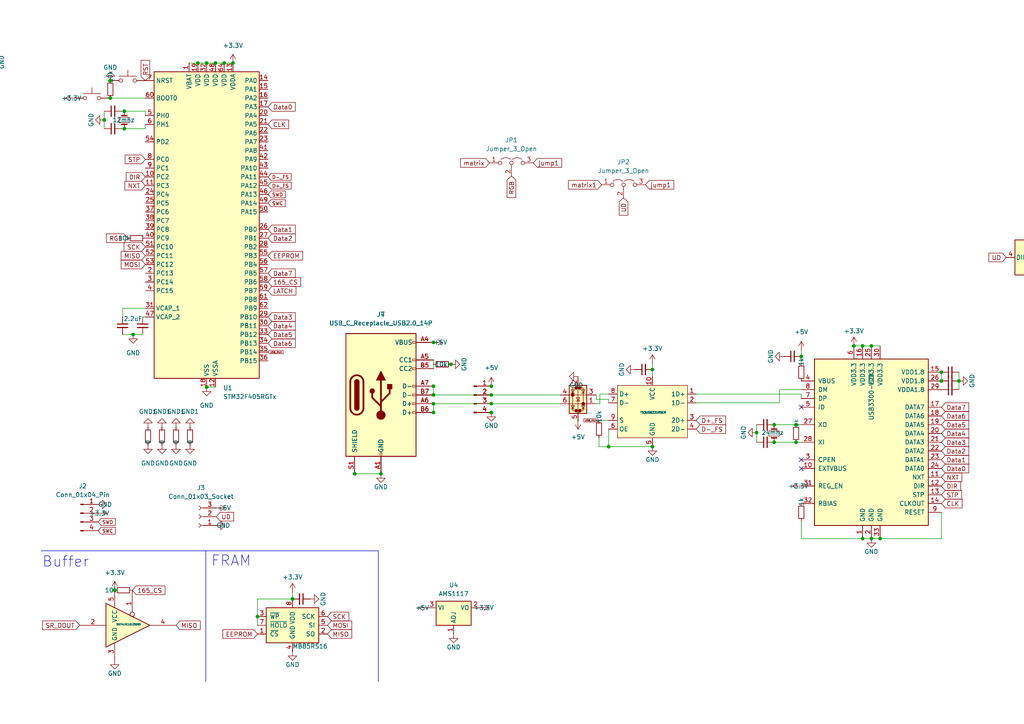
<source format=kicad_sch>
(kicad_sch (version 20240812) (generator "eeschema") (generator_version "8.99")
  (paper "A4")
  (lib_symbols
    (symbol "74xGxx:SN74LVC1G125DBV"
      (property "Reference" "U" (at -10.16 7.62 0))
      (property "Value" "SN74LVC1G125DBV" (at 2.54 -7.62 0))
      (symbol "SN74LVC1G125DBV_1_1"
        (pin input line (at -15.24 0 0) (length 7.62) (name "~") (number "2"))
        (pin power_in line (at -5.08 10.16 270) (length 5.08) (name "VCC") (number "5"))
        (pin power_in line (at -5.08 -10.16 90) (length 5.08) (name "GND") (number "3"))
        (pin input inverted (at 0 10.16 270) (length 7.62) (name "~") (number "1"))
        (pin tri_state line (at 12.7 0 180) (length 7.62) (name "~") (number "4"))
      )
    )
    (symbol "74xx:74HC165"
      (property "Reference" "U" (at -7.62 19.05 0))
      (property "Value" "74HC165" (at -7.62 -21.59 0))
      (symbol "74HC165_1_0"
        (pin input line (at -12.7 15.24 0) (length 5.08) (name "DS") (number "10"))
        (pin input line (at -12.7 12.7 0) (length 5.08) (name "D0") (number "11"))
        (pin input line (at -12.7 10.16 0) (length 5.08) (name "D1") (number "12"))
        (pin input line (at -12.7 7.62 0) (length 5.08) (name "D2") (number "13"))
        (pin input line (at -12.7 5.08 0) (length 5.08) (name "D3") (number "14"))
        (pin input line (at -12.7 2.54 0) (length 5.08) (name "D4") (number "3"))
        (pin input line (at -12.7 0 0) (length 5.08) (name "D5") (number "4"))
        (pin input line (at -12.7 -2.54 0) (length 5.08) (name "D6") (number "5"))
        (pin input line (at -12.7 -5.08 0) (length 5.08) (name "D7") (number "6"))
        (pin input line (at -12.7 -10.16 0) (length 5.08) (name "~{PL}") (number "1"))
        (pin input line (at -12.7 -15.24 0) (length 5.08) (name "CP") (number "2"))
        (pin input line (at -12.7 -17.78 0) (length 5.08) (name "~{CE}") (number "15"))
        (pin power_in line (at 0 22.86 270) (length 5.08) (name "VCC") (number "16"))
        (pin power_in line (at 0 -25.4 90) (length 5.08) (name "GND") (number "8"))
        (pin output line (at 12.7 15.24 180) (length 5.08) (name "Q7") (number "9"))
        (pin output line (at 12.7 12.7 180) (length 5.08) (name "~{Q7}") (number "7"))
      )
    )
    (symbol "Connector:Conn_01x03_Socket" (pin_names (offset 1.016) hide)
      (property "Reference" "J" (at 0 5.08 0))
      (property "Value" "Conn_01x03_Socket" (at 0 -5.08 0))
      (symbol "Conn_01x03_Socket_1_1"
        (pin passive line (at -5.08 2.54 0) (length 3.81) (name "Pin_1") (number "1"))
        (pin passive line (at -5.08 0 0) (length 3.81) (name "Pin_2") (number "2"))
        (pin passive line (at -5.08 -2.54 0) (length 3.81) (name "Pin_3") (number "3"))
      )
    )
    (symbol "Connector:Conn_01x04_Pin" (pin_names (offset 1.016) hide)
      (property "Reference" "J" (at 0 5.08 0))
      (property "Value" "Conn_01x04_Pin" (at 0 -7.62 0))
      (symbol "Conn_01x04_Pin_1_1"
        (pin passive line (at 5.08 2.54 180) (length 3.81) (name "Pin_1") (number "1"))
        (pin passive line (at 5.08 0 180) (length 3.81) (name "Pin_2") (number "2"))
        (pin passive line (at 5.08 -2.54 180) (length 3.81) (name "Pin_3") (number "3"))
        (pin passive line (at 5.08 -5.08 180) (length 3.81) (name "Pin_4") (number "4"))
      )
    )
    (symbol "Connector:USB_C_Receptacle_USB2.0_14P" (pin_names (offset 1.016))
      (property "Reference" "J" (at 0 22.225 0))
      (property "Value" "USB_C_Receptacle_USB2.0_14P" (at 0 19.685 0))
      (symbol "USB_C_Receptacle_USB2.0_14P_1_1"
        (pin passive line (at -7.62 -22.86 90) (length 5.08) (name "SHIELD") (number "S1"))
        (pin passive line (at 0 -22.86 90) (length 5.08) (name "GND") (number "A1"))
        (pin passive line (at 0 -22.86 90) (length 5.08) hide (name "GND") (number "A12"))
        (pin passive line (at 0 -22.86 90) (length 5.08) hide (name "GND") (number "B1"))
        (pin passive line (at 0 -22.86 90) (length 5.08) hide (name "GND") (number "B12"))
        (pin passive line (at 15.24 15.24 180) (length 5.08) (name "VBUS") (number "A4"))
        (pin passive line (at 15.24 15.24 180) (length 5.08) hide (name "VBUS") (number "A9"))
        (pin passive line (at 15.24 15.24 180) (length 5.08) hide (name "VBUS") (number "B4"))
        (pin passive line (at 15.24 15.24 180) (length 5.08) hide (name "VBUS") (number "B9"))
        (pin bidirectional line (at 15.24 10.16 180) (length 5.08) (name "CC1") (number "A5"))
        (pin bidirectional line (at 15.24 7.62 180) (length 5.08) (name "CC2") (number "B5"))
        (pin bidirectional line (at 15.24 2.54 180) (length 5.08) (name "D-") (number "A7"))
        (pin bidirectional line (at 15.24 0 180) (length 5.08) (name "D-") (number "B7"))
        (pin bidirectional line (at 15.24 -2.54 180) (length 5.08) (name "D+") (number "A6"))
        (pin bidirectional line (at 15.24 -5.08 180) (length 5.08) (name "D+") (number "B6"))
      )
    )
    (symbol "Device:C_Small" (pin_numbers hide) (pin_names (offset 0.254) hide)
      (property "Reference" "C" (at 0.254 1.778 0))
      (property "Value" "C_Small" (at 0.254 -2.032 0))
      (symbol "C_Small_1_1"
        (pin passive line (at 0 2.54 270) (length 2.032) (name "~") (number "1"))
        (pin passive line (at 0 -2.54 90) (length 2.032) (name "~") (number "2"))
      )
    )
    (symbol "Device:Crystal_Small" (pin_numbers hide) (pin_names (offset 1.016) hide)
      (property "Reference" "Y" (at 0 2.54 0))
      (property "Value" "Crystal_Small" (at 0 -2.54 0))
      (symbol "Crystal_Small_1_1"
        (pin passive line (at -2.54 0 0) (length 1.27) (name "1") (number "1"))
        (pin passive line (at 2.54 0 180) (length 1.27) (name "2") (number "2"))
      )
    )
    (symbol "Device:R_Pack04" (pin_names (offset 0) hide)
      (property "Reference" "RN" (at -7.62 0 90))
      (property "Value" "R_Pack04" (at 5.08 0 90))
      (symbol "R_Pack04_1_1"
        (pin passive line (at -5.08 5.08 270) (length 2.54) (name "R1.2") (number "8"))
        (pin passive line (at -5.08 -5.08 90) (length 2.54) (name "R1.1") (number "1"))
        (pin passive line (at -2.54 5.08 270) (length 2.54) (name "R2.2") (number "7"))
        (pin passive line (at -2.54 -5.08 90) (length 2.54) (name "R2.1") (number "2"))
        (pin passive line (at 0 5.08 270) (length 2.54) (name "R3.2") (number "6"))
        (pin passive line (at 0 -5.08 90) (length 2.54) (name "R3.1") (number "3"))
        (pin passive line (at 2.54 5.08 270) (length 2.54) (name "R4.2") (number "5"))
        (pin passive line (at 2.54 -5.08 90) (length 2.54) (name "R4.1") (number "4"))
      )
    )
    (symbol "Device:R_Small" (pin_numbers hide) (pin_names (offset 0.254) hide)
      (property "Reference" "R" (at 0.762 0.508 0))
      (property "Value" "R_Small" (at 0.762 -1.016 0))
      (symbol "R_Small_1_1"
        (pin passive line (at 0 2.54 270) (length 0.762) (name "~") (number "1"))
        (pin passive line (at 0 -2.54 90) (length 0.762) (name "~") (number "2"))
      )
    )
    (symbol "Interface_USB:USB3300-EZK" (pin_names (offset 1.016))
      (property "Reference" "U" (at 0 1.27 0))
      (property "Value" "USB3300-EZK" (at 0 -1.27 0))
      (symbol "USB3300-EZK_1_1"
        (pin power_in line (at -20.32 17.78 0) (length 3.81) (name "VBUS") (number "4"))
        (pin bidirectional line (at -20.32 15.24 0) (length 3.81) (name "DM") (number "8"))
        (pin bidirectional line (at -20.32 12.7 0) (length 3.81) (name "DP") (number "7"))
        (pin input line (at -20.32 10.16 0) (length 3.81) (name "ID") (number "5"))
        (pin output line (at -20.32 5.08 0) (length 3.81) (name "XO") (number "27"))
        (pin input line (at -20.32 0 0) (length 3.81) (name "XI") (number "28"))
        (pin output line (at -20.32 -5.08 0) (length 3.81) (name "CPEN") (number "3"))
        (pin input line (at -20.32 -7.62 0) (length 3.81) (name "EXTVBUS") (number "10"))
        (pin bidirectional line (at -20.32 -12.7 0) (length 3.81) (name "REG_EN") (number "31"))
        (pin passive line (at -20.32 -17.78 0) (length 3.81) (name "RBIAS") (number "32"))
        (pin power_in line (at -5.08 27.94 270) (length 3.81) (name "VDD3.3") (number "6"))
        (pin power_in line (at -2.54 27.94 270) (length 3.81) (name "VDD3.3") (number "16"))
        (pin power_in line (at -2.54 -27.94 90) (length 3.81) (name "GND") (number "1"))
        (pin power_in line (at 0 27.94 270) (length 3.81) (name "VDD3.3") (number "25"))
        (pin power_in line (at 0 -27.94 90) (length 3.81) (name "GND") (number "2"))
        (pin power_in line (at 2.54 27.94 270) (length 3.81) (name "VDD3.3") (number "30"))
        (pin power_in line (at 2.54 -27.94 90) (length 3.81) (name "GND") (number "33"))
        (pin power_out line (at 20.32 20.32 180) (length 3.81) (name "VDD1.8") (number "15"))
        (pin power_out line (at 20.32 17.78 180) (length 3.81) (name "VDD1.8") (number "26"))
        (pin power_out line (at 20.32 15.24 180) (length 3.81) (name "VDDA1.8") (number "29"))
        (pin bidirectional line (at 20.32 10.16 180) (length 3.81) (name "DATA7") (number "17"))
        (pin bidirectional line (at 20.32 7.62 180) (length 3.81) (name "DATA6") (number "18"))
        (pin bidirectional line (at 20.32 5.08 180) (length 3.81) (name "DATA5") (number "19"))
        (pin bidirectional line (at 20.32 2.54 180) (length 3.81) (name "DATA4") (number "20"))
        (pin bidirectional line (at 20.32 0 180) (length 3.81) (name "DATA3") (number "21"))
        (pin bidirectional line (at 20.32 -2.54 180) (length 3.81) (name "DATA2") (number "22"))
        (pin bidirectional line (at 20.32 -5.08 180) (length 3.81) (name "DATA1") (number "23"))
        (pin bidirectional line (at 20.32 -7.62 180) (length 3.81) (name "DATA0") (number "24"))
        (pin output line (at 20.32 -10.16 180) (length 3.81) (name "NXT") (number "11"))
        (pin output line (at 20.32 -12.7 180) (length 3.81) (name "DIR") (number "12"))
        (pin input line (at 20.32 -15.24 180) (length 3.81) (name "STP") (number "13"))
        (pin output line (at 20.32 -17.78 180) (length 3.81) (name "CLKOUT") (number "14"))
        (pin input line (at 20.32 -20.32 180) (length 3.81) (name "RESET") (number "9"))
      )
    )
    (symbol "Jumper:Jumper_3_Open" (pin_names (offset 0) hide) (exclude_from_sim yes) (in_bom no)
      (property "Reference" "JP" (at -2.54 -2.54 0))
      (property "Value" "Jumper_3_Open" (at 0 2.794 0))
      (symbol "Jumper_3_Open_1_1"
        (pin passive line (at -6.35 0 0) (length 2.54) (name "A") (number "1"))
        (pin passive line (at 0 -3.81 90) (length 2.54) (name "C") (number "2"))
        (pin passive line (at 6.35 0 180) (length 2.54) (name "B") (number "3"))
      )
    )
    (symbol "LED:WS2812B" (pin_names (offset 0.254))
      (property "Reference" "D" (at 5.08 5.715 0))
      (property "Value" "WS2812B" (at 1.27 -5.715 0))
      (symbol "WS2812B_0_0"
        (text "RGB" (at 2.286 -4.191 0) (effects (font (size 0.762 0.762))))
      )
      (symbol "WS2812B_1_1"
        (pin input line (at -7.62 0 0) (length 2.54) (name "DIN") (number "4"))
        (pin power_in line (at 0 7.62 270) (length 2.54) (name "VDD") (number "1"))
        (pin power_in line (at 0 -7.62 90) (length 2.54) (name "VSS") (number "3"))
        (pin output line (at 7.62 0 180) (length 2.54) (name "DOUT") (number "2"))
      )
    )
    (symbol "MCU_ST_STM32F4:STM32F405RGTx"
      (property "Reference" "U" (at -15.24 46.99 0))
      (property "Value" "STM32F405RGTx" (at 10.16 46.99 0))
      (symbol "STM32F405RGTx_1_1"
        (pin input line (at -17.78 43.18 0) (length 2.54) (name "NRST") (number "7"))
        (pin input line (at -17.78 38.1 0) (length 2.54) (name "BOOT0") (number "60"))
        (pin bidirectional line (at -17.78 33.02 0) (length 2.54) (name "PH0") (number "5"))
        (pin bidirectional line (at -17.78 30.48 0) (length 2.54) (name "PH1") (number "6"))
        (pin bidirectional line (at -17.78 25.4 0) (length 2.54) (name "PD2") (number "54"))
        (pin bidirectional line (at -17.78 20.32 0) (length 2.54) (name "PC0") (number "8"))
        (pin bidirectional line (at -17.78 17.78 0) (length 2.54) (name "PC1") (number "9"))
        (pin bidirectional line (at -17.78 15.24 0) (length 2.54) (name "PC2") (number "10"))
        (pin bidirectional line (at -17.78 12.7 0) (length 2.54) (name "PC3") (number "11"))
        (pin bidirectional line (at -17.78 10.16 0) (length 2.54) (name "PC4") (number "24"))
        (pin bidirectional line (at -17.78 7.62 0) (length 2.54) (name "PC5") (number "25"))
        (pin bidirectional line (at -17.78 5.08 0) (length 2.54) (name "PC6") (number "37"))
        (pin bidirectional line (at -17.78 2.54 0) (length 2.54) (name "PC7") (number "38"))
        (pin bidirectional line (at -17.78 0 0) (length 2.54) (name "PC8") (number "39"))
        (pin bidirectional line (at -17.78 -2.54 0) (length 2.54) (name "PC9") (number "40"))
        (pin bidirectional line (at -17.78 -5.08 0) (length 2.54) (name "PC10") (number "51"))
        (pin bidirectional line (at -17.78 -7.62 0) (length 2.54) (name "PC11") (number "52"))
        (pin bidirectional line (at -17.78 -10.16 0) (length 2.54) (name "PC12") (number "53"))
        (pin bidirectional line (at -17.78 -12.7 0) (length 2.54) (name "PC13") (number "2"))
        (pin bidirectional line (at -17.78 -15.24 0) (length 2.54) (name "PC14") (number "3"))
        (pin bidirectional line (at -17.78 -17.78 0) (length 2.54) (name "PC15") (number "4"))
        (pin power_out line (at -17.78 -22.86 0) (length 2.54) (name "VCAP_1") (number "31"))
        (pin power_out line (at -17.78 -25.4 0) (length 2.54) (name "VCAP_2") (number "47"))
        (pin power_in line (at -5.08 48.26 270) (length 2.54) (name "VBAT") (number "1"))
        (pin power_in line (at -2.54 48.26 270) (length 2.54) (name "VDD") (number "19"))
        (pin power_in line (at 0 48.26 270) (length 2.54) (name "VDD") (number "32"))
        (pin power_in line (at 0 -45.72 90) (length 2.54) (name "VSS") (number "18"))
        (pin passive line (at 0 -45.72 90) (length 2.54) hide (name "VSS") (number "63"))
        (pin power_in line (at 2.54 48.26 270) (length 2.54) (name "VDD") (number "48"))
        (pin power_in line (at 2.54 -45.72 90) (length 2.54) (name "VSSA") (number "12"))
        (pin power_in line (at 5.08 48.26 270) (length 2.54) (name "VDD") (number "64"))
        (pin power_in line (at 7.62 48.26 270) (length 2.54) (name "VDDA") (number "13"))
        (pin bidirectional line (at 17.78 43.18 180) (length 2.54) (name "PA0") (number "14"))
        (pin bidirectional line (at 17.78 40.64 180) (length 2.54) (name "PA1") (number "15"))
        (pin bidirectional line (at 17.78 38.1 180) (length 2.54) (name "PA2") (number "16"))
        (pin bidirectional line (at 17.78 35.56 180) (length 2.54) (name "PA3") (number "17"))
        (pin bidirectional line (at 17.78 33.02 180) (length 2.54) (name "PA4") (number "20"))
        (pin bidirectional line (at 17.78 30.48 180) (length 2.54) (name "PA5") (number "21"))
        (pin bidirectional line (at 17.78 27.94 180) (length 2.54) (name "PA6") (number "22"))
        (pin bidirectional line (at 17.78 25.4 180) (length 2.54) (name "PA7") (number "23"))
        (pin bidirectional line (at 17.78 22.86 180) (length 2.54) (name "PA8") (number "41"))
        (pin bidirectional line (at 17.78 20.32 180) (length 2.54) (name "PA9") (number "42"))
        (pin bidirectional line (at 17.78 17.78 180) (length 2.54) (name "PA10") (number "43"))
        (pin bidirectional line (at 17.78 15.24 180) (length 2.54) (name "PA11") (number "44"))
        (pin bidirectional line (at 17.78 12.7 180) (length 2.54) (name "PA12") (number "45"))
        (pin bidirectional line (at 17.78 10.16 180) (length 2.54) (name "PA13") (number "46"))
        (pin bidirectional line (at 17.78 7.62 180) (length 2.54) (name "PA14") (number "49"))
        (pin bidirectional line (at 17.78 5.08 180) (length 2.54) (name "PA15") (number "50"))
        (pin bidirectional line (at 17.78 0 180) (length 2.54) (name "PB0") (number "26"))
        (pin bidirectional line (at 17.78 -2.54 180) (length 2.54) (name "PB1") (number "27"))
        (pin bidirectional line (at 17.78 -5.08 180) (length 2.54) (name "PB2") (number "28"))
        (pin bidirectional line (at 17.78 -7.62 180) (length 2.54) (name "PB3") (number "55"))
        (pin bidirectional line (at 17.78 -10.16 180) (length 2.54) (name "PB4") (number "56"))
        (pin bidirectional line (at 17.78 -12.7 180) (length 2.54) (name "PB5") (number "57"))
        (pin bidirectional line (at 17.78 -15.24 180) (length 2.54) (name "PB6") (number "58"))
        (pin bidirectional line (at 17.78 -17.78 180) (length 2.54) (name "PB7") (number "59"))
        (pin bidirectional line (at 17.78 -20.32 180) (length 2.54) (name "PB8") (number "61"))
        (pin bidirectional line (at 17.78 -22.86 180) (length 2.54) (name "PB9") (number "62"))
        (pin bidirectional line (at 17.78 -25.4 180) (length 2.54) (name "PB10") (number "29"))
        (pin bidirectional line (at 17.78 -27.94 180) (length 2.54) (name "PB11") (number "30"))
        (pin bidirectional line (at 17.78 -30.48 180) (length 2.54) (name "PB12") (number "33"))
        (pin bidirectional line (at 17.78 -33.02 180) (length 2.54) (name "PB13") (number "34"))
        (pin bidirectional line (at 17.78 -35.56 180) (length 2.54) (name "PB14") (number "35"))
        (pin bidirectional line (at 17.78 -38.1 180) (length 2.54) (name "PB15") (number "36"))
      )
    )
    (symbol "Memory_NVRAM:MB85RS16" (pin_names (offset 1.016))
      (property "Reference" "U" (at -7.62 6.35 0))
      (property "Value" "MB85RS16" (at 1.27 6.35 0))
      (symbol "MB85RS16_1_1"
        (pin input line (at -10.16 2.54 0) (length 2.54) (name "~{WP}") (number "3"))
        (pin input line (at -10.16 0 0) (length 2.54) (name "~{HOLD}") (number "7"))
        (pin input line (at -10.16 -2.54 0) (length 2.54) (name "~{CS}") (number "1"))
        (pin power_in line (at 0 7.62 270) (length 2.54) (name "VDD") (number "8"))
        (pin power_in line (at 0 -7.62 90) (length 2.54) (name "GND") (number "4"))
        (pin input line (at 10.16 2.54 180) (length 2.54) (name "SCK") (number "6"))
        (pin input line (at 10.16 0 180) (length 2.54) (name "SI") (number "5"))
        (pin output line (at 10.16 -2.54 180) (length 2.54) (name "SO") (number "2"))
      )
    )
    (symbol "Power_Protection:USBLC6-2SC6" (pin_names hide)
      (property "Reference" "U" (at 0.635 5.715 0))
      (property "Value" "USBLC6-2SC6" (at 0.635 3.81 0))
      (symbol "USBLC6-2SC6_1_1"
        (pin passive line (at -5.08 0 0) (length 2.54) (name "I/O1") (number "1"))
        (pin passive line (at -5.08 -2.54 0) (length 2.54) (name "I/O2") (number "3"))
        (pin passive line (at 0 5.08 270) (length 2.54) (name "VBUS") (number "5"))
        (pin passive line (at 0 -7.62 90) (length 2.54) (name "GND") (number "2"))
        (pin passive line (at 5.08 0 180) (length 2.54) (name "I/O1") (number "6"))
        (pin passive line (at 5.08 -2.54 180) (length 2.54) (name "I/O2") (number "4"))
      )
    )
    (symbol "Regulator_Linear:AMS1117"
      (property "Reference" "U" (at -3.81 3.175 0))
      (property "Value" "AMS1117" (at 0 3.175 0))
      (symbol "AMS1117_1_1"
        (pin power_in line (at -7.62 0 0) (length 2.54) (name "VI") (number "3"))
        (pin input line (at 0 -7.62 90) (length 2.54) (name "ADJ") (number "1"))
        (pin power_out line (at 7.62 0 180) (length 2.54) (name "VO") (number "2"))
      )
    )
    (symbol "Switch:SW_Push" (pin_numbers hide) (pin_names (offset 1.016) hide)
      (property "Reference" "SW" (at 1.27 2.54 0))
      (property "Value" "SW_Push" (at 0 -1.524 0))
      (symbol "SW_Push_0_1"
        (pin passive line (at -5.08 0 0) (length 2.54) (name "1") (number "1"))
        (pin passive line (at 5.08 0 180) (length 2.54) (name "2") (number "2"))
      )
    )
    (symbol "mx_cherry:CherryMX_LTST-A683CEGBW"
      (property "Reference" "SW123" (at 0 8.509 0))
      (symbol "CherryMX_LTST-A683CEGBW_1_1"
        (pin passive line (at -7.62 2.54 0) (length 2.54) (name "~") (number "1"))
        (pin power_in line (at -7.62 0 0) (length 2.54) (name "VSS") (number "3"))
        (pin input line (at -7.62 -2.54 0) (length 2.54) (name "DIN") (number "4"))
        (pin passive line (at 7.62 2.54 180) (length 2.54) (name "~") (number "2"))
        (pin output line (at 7.62 0 180) (length 2.54) (name "DOUT") (number "5"))
        (pin power_in line (at 7.62 -2.54 180) (length 2.54) (name "VDD") (number "6"))
      )
    )
    (symbol "power:+3.3V" (power) (pin_numbers hide) (pin_names (offset 0) hide)
      (property "Value" "+3.3V" (at 0 3.556 0))
      (symbol "+3.3V_1_1"
        (pin power_in line (at 0 0 90) (length 0) (name "~") (number "1"))
      )
    )
    (symbol "power:+5V" (power) (pin_numbers hide) (pin_names (offset 0) hide)
      (property "Value" "+5V" (at 0 3.556 0))
      (symbol "+5V_1_1"
        (pin power_in line (at 0 0 90) (length 0) (name "~") (number "1"))
      )
    )
    (symbol "power:GND" (power) (pin_numbers hide) (pin_names (offset 0) hide)
      (property "Value" "GND" (at 0 -3.81 0))
      (symbol "GND_1_1"
        (pin power_in line (at 0 0 270) (length 0) (name "~") (number "1"))
      )
    )
    (symbol "power:GND1" (power) (pin_numbers hide) (pin_names (offset 0) hide)
      (property "Value" "GND1" (at 0 -3.81 0))
      (symbol "GND1_1_1"
        (pin power_in line (at 0 0 270) (length 0) (name "~") (number "1"))
      )
    )
    (symbol "stm32f072:TS3USB221RSER"
      (property "Reference" "U2" (at 2.0194 -12.7 0))
      (property "Value" "TS3USB221RSER" (at 2.0194 -10.16 0))
      (symbol "TS3USB221RSER_1_1"
        (pin input line (at -12.7 5.08 0) (length 2.54) (name "D+") (number "8"))
        (pin input line (at -12.7 2.54 0) (length 2.54) (name "D-") (number "7"))
        (pin input line (at -12.7 -2.54 0) (length 2.54) (name "S") (number "9"))
        (pin input line (at -12.7 -5.08 0) (length 2.54) (name "OE") (number "6"))
        (pin input line (at 0 10.16 270) (length 2.54) (name "VCC") (number "10"))
        (pin input line (at 0 -10.16 90) (length 2.54) (name "GND") (number "5"))
        (pin input line (at 12.7 5.08 180) (length 2.54) (name "1D+") (number "1"))
        (pin input line (at 12.7 2.54 180) (length 2.54) (name "1D-") (number "2"))
        (pin input line (at 12.7 -2.54 180) (length 2.54) (name "2D+") (number "3"))
        (pin input line (at 12.7 -5.08 180) (length 2.54) (name "2D-") (number "4"))
      )
    )
  )
  (text "FRAM\n" (at 67.056 162.814 0) (effects (font (size 3 3))))
  (text "Buffer\n" (at 19.05 163.068 0) (effects (font (size 3 3))))
  (junction (at 192.786 226.568))
  (junction (at 497.586 67.056))
  (junction (at 136.144 276.352))
  (junction (at 224.282 275.336))
  (junction (at -3.302 21.59))
  (junction (at -3.302 42.926))
  (junction (at 170.688 251.714))
  (junction (at -3.302 46.482))
  (junction (at 197.104 226.568))
  (junction (at 316.23 -23.622))
  (junction (at 38.354 293.624))
  (junction (at 142.494 112.014))
  (junction (at 345.186 67.056))
  (junction (at -3.302 50.038))
  (junction (at 230.886 128.27))
  (junction (at 467.106 67.056))
  (junction (at 273.05 107.95))
  (junction (at 84.836 173.736))
  (junction (at -8.382 53.594))
  (junction (at 94.234 305.308))
  (junction (at 156.21 251.714))
  (junction (at 286.258 250.698))
  (junction (at 202.184 226.568))
  (junction (at -3.302 25.146))
  (junction (at 23.368 329.438))
  (junction (at 250.19 156.21))
  (junction (at 251.206 238.252))
  (junction (at 121.412 354.076))
  (junction (at 314.706 67.056))
  (junction (at 436.626 82.296))
  (junction (at 224.536 128.27))
  (junction (at 451.866 67.056))
  (junction (at 322.834 299.466))
  (junction (at -8.382 35.814))
  (junction (at -8.382 28.702))
  (junction (at 32.004 28.448))
  (junction (at 176.53 129.54))
  (junction (at 589.026 82.296))
  (junction (at 155.702 325.12))
  (junction (at 634.746 82.296))
  (junction (at 45.212 293.624))
  (junction (at 291.338 250.698))
  (junction (at -3.302 32.258))
  (junction (at 246.126 238.252))
  (junction (at 288.798 250.698))
  (junction (at 80.772 -33.528))
  (junction (at 32.004 23.368))
  (junction (at 35.814 293.624))
  (junction (at -8.128 280.67))
  (junction (at 512.826 67.056))
  (junction (at 57.404 18.288))
  (junction (at 189.23 129.54))
  (junction (at -3.302 35.814))
  (junction (at 67.564 18.288))
  (junction (at 1.27 280.67))
  (junction (at 190.246 300.482))
  (junction (at 119.126 276.352))
  (junction (at 190.246 251.714))
  (junction (at -3.81 280.67))
  (junction (at 72.39 342.392))
  (junction (at 273.05 110.49))
  (junction (at 252.73 156.21))
  (junction (at 331.47 -21.082))
  (junction (at -8.382 18.034))
  (junction (at -8.382 50.038))
  (junction (at -8.382 42.926))
  (junction (at 187.706 226.568))
  (junction (at 153.67 251.714))
  (junction (at 573.786 82.296))
  (junction (at 110.49 137.414))
  (junction (at 72.39 293.624))
  (junction (at 355.346 -60.706))
  (junction (at 370.586 -58.166))
  (junction (at 47.752 293.624))
  (junction (at 40.894 293.624))
  (junction (at 322.834 250.698))
  (junction (at 124.206 276.352))
  (junction (at 329.946 67.056))
  (junction (at 102.87 137.414))
  (junction (at 23.368 280.67))
  (junction (at 163.068 251.714))
  (junction (at 273.304 238.252))
  (junction (at 355.346 -55.626))
  (junction (at 316.23 -21.082))
  (junction (at 451.866 82.296))
  (junction (at 390.906 82.296))
  (junction (at 224.536 123.19))
  (junction (at 121.666 276.352))
  (junction (at 589.026 67.056))
  (junction (at 62.484 18.288))
  (junction (at -8.382 25.146))
  (junction (at -13.208 280.67))
  (junction (at 558.546 67.056))
  (junction (at -3.302 57.15))
  (junction (at 236.728 238.252))
  (junction (at 131.064 276.352))
  (junction (at 36.068 37.338))
  (junction (at 230.886 123.19))
  (junction (at 375.666 82.296))
  (junction (at 189.23 107.188))
  (junction (at 482.346 67.056))
  (junction (at 482.346 82.296))
  (junction (at 299.466 82.296))
  (junction (at 125.73 114.554))
  (junction (at 253.746 238.252))
  (junction (at 303.276 250.698))
  (junction (at 512.826 82.296))
  (junction (at 300.736 250.698))
  (junction (at 168.148 251.714))
  (junction (at 299.466 67.056))
  (junction (at 142.494 114.554))
  (junction (at 165.608 251.714))
  (junction (at 543.306 82.296))
  (junction (at 558.546 82.296))
  (junction (at -1.27 280.67))
  (junction (at 30.226 34.798))
  (junction (at 252.73 100.33))
  (junction (at -3.302 28.702))
  (junction (at 125.73 112.014))
  (junction (at 52.832 293.624))
  (junction (at 406.146 82.296))
  (junction (at 241.808 238.252))
  (junction (at 59.944 18.288))
  (junction (at 375.666 67.056))
  (junction (at 59.944 112.268))
  (junction (at 142.494 119.634))
  (junction (at 329.946 82.296))
  (junction (at 316.23 -26.162))
  (junction (at -3.302 39.37))
  (junction (at 604.266 67.056))
  (junction (at 219.456 125.476))
  (junction (at 421.386 82.296))
  (junction (at 619.506 82.296))
  (junction (at -8.382 21.59))
  (junction (at -8.382 32.258))
  (junction (at 204.724 226.568))
  (junction (at 436.626 67.056))
  (junction (at 255.27 156.21))
  (junction (at 155.702 276.352))
  (junction (at -3.302 18.034))
  (junction (at 89.916 305.308))
  (junction (at 50.292 293.624))
  (junction (at 360.426 82.296))
  (junction (at -3.302 53.594))
  (junction (at -8.382 46.482))
  (junction (at 84.836 305.308))
  (junction (at 224.282 226.568))
  (junction (at 199.644 226.568))
  (junction (at 467.106 82.296))
  (junction (at 247.65 100.33))
  (junction (at 99.314 305.308))
  (junction (at 543.306 67.056))
  (junction (at 74.676 178.816))
  (junction (at 190.246 226.568))
  (junction (at 36.068 32.258))
  (junction (at 604.266 82.296))
  (junction (at 370.586 -55.626))
  (junction (at 125.73 117.094))
  (junction (at 232.41 103.378))
  (junction (at 102.362 -34.798))
  (junction (at 130.81 105.664))
  (junction (at 33.274 171.196))
  (junction (at 528.066 67.056))
  (junction (at -10.668 280.67))
  (junction (at 528.066 82.296))
  (junction (at 314.706 82.296))
  (junction (at 360.426 67.056))
  (junction (at -8.382 39.37))
  (junction (at 248.666 238.252))
  (junction (at 158.75 251.714))
  (junction (at 295.656 250.698))
  (junction (at 3.81 280.67))
  (junction (at 273.304 287.02))
  (junction (at 497.586 82.296))
  (junction (at 239.268 238.252))
  (junction (at 355.346 -58.166))
  (junction (at 390.906 67.056))
  (junction (at 331.47 -23.622))
  (junction (at 142.494 117.094))
  (junction (at 87.376 305.308))
  (junction (at 125.73 119.634))
  (junction (at 101.854 305.308))
  (junction (at 65.024 18.288))
  (junction (at 406.146 67.056))
  (junction (at 38.608 97.028))
  (junction (at 345.186 82.296))
  (junction (at 96.774 305.308))
  (junction (at 619.506 67.056))
  (junction (at 421.386 67.056))
  (junction (at 278.13 110.49))
  (junction (at 125.73 99.314))
  (junction (at 298.196 250.698))
  (junction (at -8.382 57.15))
  (junction (at 128.524 276.352))
  (junction (at 634.746 67.056))
  (junction (at 133.604 276.352))
  (junction (at 121.412 305.308))
  (junction (at 573.786 67.056))
  (junction (at 250.19 100.33))
  (no_connect (at 310.134 268.732))
  (no_connect (at 85.09 304.038))
  (no_connect (at 168.402 286.766))
  (no_connect (at 232.41 118.11))
  (no_connect (at 295.656 260.858))
  (no_connect (at 59.69 311.658))
  (no_connect (at 47.752 303.784))
  (no_connect (at 134.112 315.722))
  (no_connect (at 310.134 258.572))
  (no_connect (at 286.004 248.666))
  (no_connect (at 232.41 133.35))
  (no_connect (at 236.982 236.982))
  (no_connect (at 335.534 261.112))
  (no_connect (at 232.41 135.89))
  (no_connect (at 36.068 291.084))
  (no_connect (at 202.946 262.128))
  (wire (pts (xy 273.05 107.95) (xy 273.05 110.49)))
  (wire (pts (xy 59.69 301.498) (xy 59.69 294.894)))
  (wire (pts (xy 102.362 -58.166) (xy 102.362 -56.642)))
  (wire (pts (xy 80.772 -43.688) (xy 85.852 -43.688)))
  (wire (pts (xy 122.174 -34.798) (xy 122.174 -33.02)))
  (wire (pts (xy 10.668 329.438) (xy 23.368 329.438)))
  (wire (pts (xy 33.274 293.624) (xy 35.814 293.624)))
  (wire (pts (xy 421.386 67.056) (xy 436.626 67.056)))
  (wire (pts (xy 255.016 -22.098) (xy 257.81 -22.098)))
  (wire (pts (xy 108.712 270.002) (xy 168.402 270.002)))
  (wire (pts (xy 300.736 250.698) (xy 303.276 250.698)))
  (wire (pts (xy 370.586 -46.228) (xy 374.142 -46.228)))
  (wire (pts (xy 141.478 -56.642) (xy 144.272 -56.642)))
  (wire (pts (xy 190.246 300.736) (xy 190.246 300.482)))
  (wire (pts (xy 313.436 -56.896) (xy 316.23 -56.896)))
  (wire (pts (xy 155.702 325.12) (xy 155.702 324.866)))
  (wire (pts (xy 105.156 -56.642) (xy 105.156 -55.626)))
  (wire (pts (xy 59.944 112.268) (xy 62.484 112.268)))
  (wire (pts (xy 102.362 -10.922) (xy 105.156 -10.922)))
  (wire (pts (xy 124.968 -56.388) (xy 124.968 -55.626)))
  (wire (pts (xy 160.782 -44.958) (xy 163.576 -44.958)))
  (wire (pts (xy 274.828 -23.622) (xy 274.828 -21.844)))
  (wire (pts (xy 121.412 305.054) (xy 121.412 305.308)))
  (wire (pts (xy 180.086 -58.166) (xy 180.086 -56.642)))
  (wire (pts (xy 144.272 -56.642) (xy 144.272 -55.626)))
  (wire (pts (xy 273.05 -46.228) (xy 274.828 -46.228)))
  (wire (pts (xy 573.786 82.296) (xy 589.026 82.296)))
  (wire (pts (xy -8.382 28.702) (xy -8.382 32.258)))
  (wire (pts (xy 374.142 -46.228) (xy 374.142 -41.91)))
  (wire (pts (xy 10.668 321.564) (xy 10.668 329.438)))
  (wire (pts (xy 141.478 -34.798) (xy 141.478 -33.274)))
  (wire (pts (xy 224.282 226.314) (xy 224.282 226.568)))
  (wire (pts (xy 134.112 294.894) (xy 134.112 313.182)))
  (wire (pts (xy 143.002 325.12) (xy 155.702 325.12)))
  (wire (pts (xy 102.362 -44.704) (xy 105.156 -44.704)))
  (wire (pts (xy 273.304 238.252) (xy 273.304 238.506)))
  (wire (pts (xy 211.582 227.584) (xy 286.004 227.584)))
  (wire (pts (xy 143.002 317.246) (xy 143.002 325.12)))
  (wire (pts (xy 23.368 280.67) (xy 23.368 280.924)))
  (wire (pts (xy 176.53 129.54) (xy 189.23 129.54)))
  (wire (pts (xy 528.066 67.056) (xy 543.306 67.056)))
  (wire (pts (xy 30.226 34.798) (xy 30.226 37.338)))
  (wire (pts (xy 332.74 -23.622) (xy 332.74 -22.098)))
  (wire (pts (xy 355.346 -44.704) (xy 355.346 -43.688)))
  (wire (pts (xy 84.836 171.704) (xy 84.836 173.736)))
  (wire (pts (xy 47.752 293.624) (xy 50.292 293.624)))
  (wire (pts (xy 224.282 275.336) (xy 224.282 275.082)))
  (wire (pts (xy 331.47 -58.166) (xy 332.74 -58.166)))
  (wire (pts (xy 167.64 109.474) (xy 167.64 109.22)))
  (wire (pts (xy 180.086 -33.274) (xy 182.88 -33.274)))
  (wire (pts (xy 23.368 280.416) (xy 23.368 280.67)))
  (wire (pts (xy 451.866 67.056) (xy 467.106 67.056)))
  (wire (pts (xy 224.282 275.59) (xy 224.282 275.336)))
  (wire (pts (xy -13.208 280.67) (xy -10.668 280.67)))
  (wire (pts (xy 310.134 299.466) (xy 322.834 299.466)))
  (wire (pts (xy 78.74 -34.798) (xy 82.55 -34.798)))
  (wire (pts (xy 96.774 305.308) (xy 99.314 305.308)))
  (wire (pts (xy 283.718 250.698) (xy 286.258 250.698)))
  (wire (pts (xy 185.166 226.568) (xy 187.706 226.568)))
  (wire (pts (xy 168.402 270.002) (xy 168.402 284.226)))
  (wire (pts (xy 235.458 -32.258) (xy 238.506 -32.258)))
  (wire (pts (xy 133.604 276.352) (xy 136.144 276.352)))
  (wire (pts (xy 121.666 276.352) (xy 124.206 276.352)))
  (wire (pts (xy 255.016 -56.642) (xy 257.81 -56.642)))
  (wire (pts (xy 122.174 -21.844) (xy 124.968 -21.844)))
  (wire (pts (xy 436.626 82.296) (xy 451.866 82.296)))
  (wire (pts (xy 84.836 305.308) (xy 87.376 305.308)))
  (wire (pts (xy 314.706 82.296) (xy 329.946 82.296)))
  (wire (pts (xy 260.604 287.02) (xy 273.304 287.02)))
  (wire (pts (xy 202.692 -22.098) (xy 202.692 -21.082)))
  (wire (pts (xy 232.41 101.6) (xy 232.41 103.378)))
  (wire (pts (xy 299.466 67.056) (xy 314.706 67.056)))
  (wire (pts (xy 199.644 -34.798) (xy 199.644 -33.274)))
  (wire (pts (xy 313.436 -58.166) (xy 313.436 -56.896)))
  (wire (pts (xy 151.13 251.714) (xy 153.67 251.714)))
  (wire (pts (xy 80.772 -30.48) (xy 80.772 -21.082)))
  (wire (pts (xy 199.644 -33.274) (xy 202.692 -33.274)))
  (wire (pts (xy 182.88 -22.098) (xy 182.88 -21.082)))
  (wire (pts (xy 355.346 -56.642) (xy 355.346 -55.626)))
  (wire (pts (xy 153.67 251.714) (xy 156.21 251.714)))
  (wire (pts (xy 105.156 -10.922) (xy 105.156 -9.906)))
  (wire (pts (xy 235.458 -55.626) (xy 238.506 -55.626)))
  (wire (pts (xy 335.534 239.522) (xy 335.534 258.572)))
  (wire (pts (xy 99.314 305.308) (xy 101.854 305.308)))
  (wire (pts (xy 202.946 245.11) (xy 202.946 259.588)))
  (wire (pts (xy 497.586 67.056) (xy 512.826 67.056)))
  (wire (pts (xy 274.828 -34.798) (xy 274.828 -33.02)))
  (wire (pts (xy 436.626 67.056) (xy 451.866 67.056)))
  (wire (pts (xy 277.622 -44.45) (xy 277.622 -43.688)))
  (wire (pts (xy 313.436 -34.798) (xy 313.436 -33.528)))
  (wire (pts (xy 102.362 -56.642) (xy 105.156 -56.642)))
  (polyline (pts (xy 59.69 159.766) (xy 109.728 159.766)))
  (wire (pts (xy 163.576 -44.958) (xy 163.576 -43.688)))
  (wire (pts (xy -3.302 42.926) (xy -3.302 46.482)))
  (wire (pts (xy 352.298 -33.274) (xy 355.346 -33.274)))
  (wire (pts (xy -3.81 280.67) (xy -1.27 280.67)))
  (wire (pts (xy 163.576 -56.896) (xy 163.576 -55.626)))
  (wire (pts (xy 108.712 313.182) (xy 108.712 270.002)))
  (wire (pts (xy 102.362 -40.894) (xy 102.362 -34.798)))
  (wire (pts (xy 335.534 -33.274) (xy 335.534 -32.258)))
  (wire (pts (xy 331.47 -34.798) (xy 332.74 -34.798)))
  (wire (pts (xy 168.148 251.714) (xy 170.688 251.714)))
  (wire (pts (xy 173.99 114.3) (xy 176.53 114.3)))
  (wire (pts (xy 3.81 280.67) (xy 23.368 280.67)))
  (wire (pts (xy 619.506 82.296) (xy 634.746 82.296)))
  (wire (pts (xy 125.73 117.094) (xy 142.494 117.094)))
  (wire (pts (xy 120.396 -23.622) (xy 122.174 -23.622)))
  (wire (pts (xy 35.56 91.948) (xy 35.56 89.408)))
  (wire (pts (xy 80.772 -19.558) (xy 80.772 -9.906)))
  (wire (pts (xy 142.494 114.554) (xy 162.56 114.554)))
  (wire (pts (xy 124.968 -21.844) (xy 124.968 -21.082)))
  (wire (pts (xy 294.132 -33.274) (xy 296.926 -33.274)))
  (wire (pts (xy 352.298 -56.642) (xy 355.346 -56.642)))
  (wire (pts (xy 62.484 18.288) (xy 65.024 18.288)))
  (wire (pts (xy 187.706 226.568) (xy 190.246 226.568)))
  (wire (pts (xy 35.306 37.338) (xy 36.068 37.338)))
  (wire (pts (xy 248.666 238.252) (xy 251.206 238.252)))
  (wire (pts (xy 277.622 -33.02) (xy 277.622 -32.258)))
  (wire (pts (xy 59.69 342.392) (xy 72.39 342.392)))
  (wire (pts (xy 313.436 -44.958) (xy 316.23 -44.958)))
  (wire (pts (xy 355.346 -33.274) (xy 355.346 -32.258)))
  (wire (pts (xy 177.546 300.482) (xy 190.246 300.482)))
  (wire (pts (xy 172.974 114.554) (xy 172.974 115.824)))
  (wire (pts (xy 232.41 151.13) (xy 232.41 156.21)))
  (wire (pts (xy 182.88 -33.274) (xy 182.88 -32.258)))
  (wire (pts (xy 180.086 -12.446) (xy 180.086 -10.922)))
  (wire (pts (xy 52.832 293.624) (xy 72.39 293.624)))
  (wire (pts (xy 274.828 -33.02) (xy 277.622 -33.02)))
  (wire (pts (xy 155.702 325.374) (xy 155.702 325.12)))
  (wire (pts (xy 72.39 342.392) (xy 72.39 342.138)))
  (wire (pts (xy 159.512 -34.798) (xy 160.782 -34.798)))
  (wire (pts (xy 360.426 67.056) (xy 375.666 67.056)))
  (wire (pts (xy 558.546 82.296) (xy 573.786 82.296)))
  (wire (pts (xy 178.816 -12.446) (xy 180.086 -12.446)))
  (wire (pts (xy 72.39 293.37) (xy 72.39 293.624)))
  (wire (pts (xy 239.268 238.252) (xy 241.808 238.252)))
  (wire (pts (xy 253.746 -46.228) (xy 255.016 -46.228)))
  (wire (pts (xy 140.208 -58.166) (xy 141.478 -58.166)))
  (wire (pts (xy 201.93 116.84) (xy 226.06 116.84)))
  (wire (pts (xy -3.302 50.038) (xy -3.302 53.594)))
  (wire (pts (xy 313.436 -33.528) (xy 316.23 -33.528)))
  (wire (pts (xy 180.086 -44.704) (xy 182.88 -44.704)))
  (wire (pts (xy -3.302 18.034) (xy -3.302 21.59)))
  (wire (pts (xy 230.886 123.19) (xy 232.41 123.19)))
  (wire (pts (xy 23.368 329.438) (xy 23.368 329.184)))
  (wire (pts (xy 10.668 288.544) (xy 10.668 281.94)))
  (wire (pts (xy 421.386 82.296) (xy 436.626 82.296)))
  (wire (pts (xy 313.436 -46.228) (xy 313.436 -44.958)))
  (wire (pts (xy 72.39 293.624) (xy 72.39 293.878)))
  (wire (pts (xy 182.88 -10.922) (xy 182.88 -9.906)))
  (wire (pts (xy 31.75 28.448) (xy 32.004 28.448)))
  (wire (pts (xy 295.656 250.698) (xy 298.196 250.698)))
  (wire (pts (xy 199.644 -12.446) (xy 199.644 -10.922)))
  (wire (pts (xy 390.906 82.296) (xy 406.146 82.296)))
  (wire (pts (xy 80.772 -41.91) (xy 80.772 -33.528)))
  (wire (pts (xy 202.692 -56.642) (xy 202.692 -55.626)))
  (wire (pts (xy 273.304 237.998) (xy 273.304 238.252)))
  (wire (pts (xy 374.142 -34.798) (xy 374.142 -30.48)))
  (wire (pts (xy 80.772 -53.848) (xy 80.772 -43.688)))
  (wire (pts (xy 257.81 -22.098) (xy 257.81 -21.082)))
  (wire (pts (xy 59.69 294.894) (xy 134.112 294.894)))
  (wire (pts (xy 116.586 276.352) (xy 119.126 276.352)))
  (wire (pts (xy 141.478 -10.922) (xy 144.272 -10.922)))
  (wire (pts (xy 180.086 -56.642) (xy 182.88 -56.642)))
  (wire (pts (xy 374.142 -41.91) (xy 80.772 -41.91)))
  (wire (pts (xy -3.302 46.482) (xy -3.302 50.038)))
  (wire (pts (xy 482.346 67.056) (xy 497.586 67.056)))
  (wire (pts (xy 36.068 32.258) (xy 42.164 32.258)))
  (wire (pts (xy 217.932 -58.166) (xy 235.458 -58.166)))
  (wire (pts (xy 374.142 -19.558) (xy 80.772 -19.558)))
  (wire (pts (xy 331.47 -46.228) (xy 332.74 -46.228)))
  (wire (pts (xy -3.302 32.258) (xy -3.302 35.814)))
  (wire (pts (xy 10.668 281.94) (xy 85.09 281.94)))
  (wire (pts (xy 122.174 -33.02) (xy 124.968 -33.02)))
  (wire (pts (xy 528.066 82.296) (xy 543.306 82.296)))
  (wire (pts (xy 59.69 334.518) (xy 59.69 342.392)))
  (wire (pts (xy 211.582 267.462) (xy 211.582 275.336)))
  (wire (pts (xy 125.73 104.394) (xy 125.73 106.934)))
  (wire (pts (xy 235.458 -43.688) (xy 238.506 -43.688)))
  (wire (pts (xy 163.576 -33.528) (xy 163.576 -32.258)))
  (wire (pts (xy 512.826 82.296) (xy 528.066 82.296)))
  (wire (pts (xy 45.212 293.624) (xy 47.752 293.624)))
  (wire (pts (xy 316.23 -44.958) (xy 316.23 -43.688)))
  (wire (pts (xy 260.604 239.522) (xy 335.534 239.522)))
  (wire (pts (xy 199.644 226.568) (xy 202.184 226.568)))
  (wire (pts (xy 313.436 -22.352) (xy 316.23 -22.352)))
  (wire (pts (xy 312.166 -34.798) (xy 313.436 -34.798)))
  (wire (pts (xy 255.016 -58.166) (xy 255.016 -56.642)))
  (wire (pts (xy 202.692 -44.704) (xy 202.692 -43.688)))
  (wire (pts (xy 604.266 67.056) (xy 619.506 67.056)))
  (wire (pts (xy 312.166 -46.228) (xy 313.436 -46.228)))
  (wire (pts (xy 199.644 -23.622) (xy 199.644 -22.098)))
  (wire (pts (xy 102.362 -46.228) (xy 102.362 -44.704)))
  (wire (pts (xy 253.746 -58.166) (xy 255.016 -58.166)))
  (wire (pts (xy 105.156 -33.274) (xy 105.156 -32.258)))
  (wire (pts (xy 54.864 18.288) (xy 57.404 18.288)))
  (wire (pts (xy 190.246 251.46) (xy 190.246 251.714)))
  (wire (pts (xy 467.106 82.296) (xy 482.346 82.296)))
  (wire (pts (xy 634.746 82.296) (xy 649.986 82.296)))
  (wire (pts (xy 352.298 -46.228) (xy 352.298 -44.704)))
  (wire (pts (xy 122.174 -44.45) (xy 124.968 -44.45)))
  (wire (pts (xy 274.828 -56.388) (xy 277.622 -56.388)))
  (wire (pts (xy 294.132 -23.622) (xy 294.132 -22.098)))
  (wire (pts (xy 144.272 -10.922) (xy 144.272 -9.906)))
  (wire (pts (xy 180.086 -10.922) (xy 182.88 -10.922)))
  (wire (pts (xy 89.916 305.308) (xy 94.234 305.308)))
  (wire (pts (xy 335.534 -56.642) (xy 335.534 -55.626)))
  (wire (pts (xy 101.092 -46.228) (xy 102.362 -46.228)))
  (wire (pts (xy 219.456 125.476) (xy 219.456 128.27)))
  (wire (pts (xy 108.712 354.076) (xy 121.412 354.076)))
  (wire (pts (xy 120.396 -58.166) (xy 122.174 -58.166)))
  (wire (pts (xy -3.302 35.814) (xy -3.302 39.37)))
  (wire (pts (xy 589.026 82.296) (xy 604.266 82.296)))
  (wire (pts (xy 124.968 -10.668) (xy 124.968 -9.906)))
  (wire (pts (xy -8.382 21.59) (xy -8.382 25.146)))
  (wire (pts (xy 257.81 -56.642) (xy 257.81 -55.626)))
  (wire (pts (xy 155.702 276.098) (xy 155.702 276.352)))
  (wire (pts (xy 120.396 -46.228) (xy 122.174 -46.228)))
  (wire (pts (xy 141.478 -33.274) (xy 144.272 -33.274)))
  (wire (pts (xy 291.338 250.698) (xy 295.656 250.698)))
  (wire (pts (xy -8.382 42.926) (xy -8.382 46.482)))
  (wire (pts (xy 32.004 28.448) (xy 42.164 28.448)))
  (wire (pts (xy 42.164 36.068) (xy 42.164 37.338)))
  (wire (pts (xy 253.746 -34.798) (xy 255.016 -34.798)))
  (wire (pts (xy 122.174 -10.668) (xy 124.968 -10.668)))
  (wire (pts (xy -8.382 53.594) (xy -8.382 57.15)))
  (wire (pts (xy 105.156 -22.098) (xy 105.156 -21.082)))
  (wire (pts (xy 160.782 -34.798) (xy 160.782 -33.528)))
  (wire (pts (xy 294.132 -44.704) (xy 296.926 -44.704)))
  (wire (pts (xy 298.196 250.698) (xy 300.736 250.698)))
  (wire (pts (xy 316.23 -33.528) (xy 316.23 -32.258)))
  (wire (pts (xy 159.512 -58.166) (xy 160.782 -58.166)))
  (wire (pts (xy 35.306 32.258) (xy 36.068 32.258)))
  (wire (pts (xy 199.644 -10.922) (xy 202.692 -10.922)))
  (wire (pts (xy 202.184 226.568) (xy 204.724 226.568)))
  (wire (pts (xy 80.772 -21.082) (xy 85.852 -21.082)))
  (wire (pts (xy 375.666 67.056) (xy 390.906 67.056)))
  (wire (pts (xy 63.5 -32.258) (xy 63.5 -29.464)))
  (wire (pts (xy 278.13 107.95) (xy 278.13 110.49)))
  (wire (pts (xy 241.808 238.252) (xy 246.126 238.252)))
  (wire (pts (xy 299.466 82.296) (xy 314.706 82.296)))
  (wire (pts (xy 252.73 100.33) (xy 255.27 100.33)))
  (wire (pts (xy 217.932 -23.622) (xy 234.696 -23.622)))
  (wire (pts (xy -15.748 280.67) (xy -13.208 280.67)))
  (wire (pts (xy 159.512 -23.622) (xy 160.782 -23.622)))
  (wire (pts (xy 250.19 156.21) (xy 252.73 156.21)))
  (wire (pts (xy 141.478 -12.446) (xy 141.478 -10.922)))
  (wire (pts (xy 102.87 137.414) (xy 110.49 137.414)))
  (wire (pts (xy 35.814 293.624) (xy 38.354 293.624)))
  (wire (pts (xy 303.276 250.698) (xy 322.834 250.698)))
  (wire (pts (xy 190.246 226.568) (xy 192.786 226.568)))
  (wire (pts (xy 65.024 18.288) (xy 67.564 18.288)))
  (wire (pts (xy 619.506 67.056) (xy 634.746 67.056)))
  (wire (pts (xy 173.736 129.54) (xy 176.53 129.54)))
  (wire (pts (xy 255.016 -34.798) (xy 255.016 -33.274)))
  (wire (pts (xy 294.132 -34.798) (xy 294.132 -33.274)))
  (wire (pts (xy 182.88 -44.704) (xy 182.88 -43.688)))
  (wire (pts (xy 59.944 18.288) (xy 62.484 18.288)))
  (wire (pts (xy 189.23 105.41) (xy 189.23 107.188)))
  (wire (pts (xy 332.74 -44.704) (xy 335.534 -44.704)))
  (wire (pts (xy 292.862 -46.228) (xy 294.132 -46.228)))
  (wire (pts (xy 278.13 110.49) (xy 278.13 113.03)))
  (wire (pts (xy 124.206 276.352) (xy 128.524 276.352)))
  (wire (pts (xy 140.208 -34.798) (xy 141.478 -34.798)))
  (wire (pts (xy 199.644 -46.228) (xy 199.644 -44.704)))
  (wire (pts (xy 160.782 -46.228) (xy 160.782 -44.958)))
  (wire (pts (xy 316.23 -22.352) (xy 316.23 -21.082)))
  (wire (pts (xy 173.736 121.92) (xy 176.53 121.92)))
  (wire (pts (xy 202.692 -10.922) (xy 202.692 -9.906)))
  (wire (pts (xy 322.834 299.466) (xy 322.834 299.212)))
  (wire (pts (xy 170.688 251.714) (xy 190.246 251.714)))
  (wire (pts (xy 247.65 100.33) (xy 250.19 100.33)))
  (wire (pts (xy 211.582 234.442) (xy 211.582 227.584)))
  (wire (pts (xy 74.676 173.736) (xy 84.836 173.736)))
  (wire (pts (xy 350.774 -34.798) (xy 352.298 -34.798)))
  (wire (pts (xy 172.72 117.094) (xy 173.99 117.094)))
  (wire (pts (xy -3.302 21.59) (xy -3.302 25.146)))
  (wire (pts (xy 226.06 116.84) (xy 226.06 113.03)))
  (wire (pts (xy 180.086 -22.098) (xy 182.88 -22.098)))
  (wire (pts (xy 370.586 -58.166) (xy 374.142 -58.166)))
  (wire (pts (xy 352.298 -44.704) (xy 355.346 -44.704)))
  (wire (pts (xy 292.862 -23.622) (xy 294.132 -23.622)))
  (wire (pts (xy -8.382 57.15) (xy -8.382 60.706)))
  (wire (pts (xy 120.396 -12.446) (xy 122.174 -12.446)))
  (wire (pts (xy 190.246 251.714) (xy 190.246 251.968)))
  (wire (pts (xy 292.862 -34.798) (xy 294.132 -34.798)))
  (wire (pts (xy 80.772 -33.528) (xy 80.772 -32.258)))
  (wire (pts (xy 42.164 33.528) (xy 42.164 32.258)))
  (wire (pts (xy 192.786 226.568) (xy 197.104 226.568)))
  (polyline (pts (xy 363.982 212.344) (xy -28.702 212.344)))
  (wire (pts (xy 235.458 -46.228) (xy 235.458 -43.688)))
  (wire (pts (xy 178.816 -58.166) (xy 180.086 -58.166)))
  (wire (pts (xy 604.266 82.296) (xy 619.506 82.296)))
  (wire (pts (xy 197.104 226.568) (xy 199.644 226.568)))
  (wire (pts (xy 160.782 -23.622) (xy 160.782 -22.352)))
  (wire (pts (xy 277.622 -56.388) (xy 277.622 -55.626)))
  (wire (pts (xy 125.73 114.554) (xy 142.494 114.554)))
  (wire (pts (xy 101.092 -12.446) (xy 102.362 -12.446)))
  (wire (pts (xy 232.41 103.378) (xy 232.41 105.41)))
  (wire (pts (xy 482.346 82.296) (xy 497.586 82.296)))
  (wire (pts (xy 102.362 -23.622) (xy 102.362 -22.098)))
  (wire (pts (xy 350.774 -58.166) (xy 352.298 -58.166)))
  (wire (pts (xy 85.09 281.94) (xy 85.09 301.498)))
  (wire (pts (xy 252.73 156.21) (xy 255.27 156.21)))
  (wire (pts (xy 140.208 -12.446) (xy 141.478 -12.446)))
  (wire (pts (xy 235.458 -34.798) (xy 235.458 -32.258)))
  (wire (pts (xy 322.834 250.444) (xy 322.834 250.698)))
  (wire (pts (xy 217.932 -34.798) (xy 235.458 -34.798)))
  (wire (pts (xy 345.186 82.296) (xy 360.426 82.296)))
  (wire (pts (xy 352.298 -58.166) (xy 352.298 -56.642)))
  (wire (pts (xy 35.56 97.028) (xy 38.608 97.028)))
  (polyline (pts (xy -28.702 212.344) (xy -28.702 367.03)))
  (wire (pts (xy 322.834 299.72) (xy 322.834 299.466)))
  (wire (pts (xy -3.302 57.15) (xy -3.302 60.706)))
  (wire (pts (xy 180.086 -23.622) (xy 180.086 -22.098)))
  (wire (pts (xy 144.272 -33.274) (xy 144.272 -32.258)))
  (wire (pts (xy 329.946 67.056) (xy 345.186 67.056)))
  (wire (pts (xy 406.146 67.056) (xy 421.386 67.056)))
  (wire (pts (xy 124.968 -33.02) (xy 124.968 -32.258)))
  (wire (pts (xy 294.132 -58.166) (xy 294.132 -56.642)))
  (wire (pts (xy 257.81 -44.704) (xy 257.81 -43.688)))
  (wire (pts (xy 177.546 259.588) (xy 177.546 220.218)))
  (wire (pts (xy 142.494 117.094) (xy 162.56 117.094)))
  (wire (pts (xy 35.56 89.408) (xy 42.164 89.408)))
  (polyline (pts (xy 11.938 159.766) (xy 59.69 159.766)))
  (wire (pts (xy 141.478 -44.704) (xy 144.272 -44.704)))
  (wire (pts (xy 167.64 122.174) (xy 167.64 121.92)))
  (wire (pts (xy 180.086 -46.228) (xy 180.086 -44.704)))
  (wire (pts (xy 573.786 67.056) (xy 589.026 67.056)))
  (wire (pts (xy 172.72 114.554) (xy 172.974 114.554)))
  (wire (pts (xy 63.5 -29.464) (xy 78.74 -29.464)))
  (wire (pts (xy 122.174 -46.228) (xy 122.174 -44.45)))
  (wire (pts (xy 331.47 -23.622) (xy 332.74 -23.622)))
  (wire (pts (xy -8.382 18.034) (xy -8.382 21.59)))
  (wire (pts (xy 189.23 107.188) (xy 189.23 109.22)))
  (wire (pts (xy 173.99 117.094) (xy 173.99 114.3)))
  (wire (pts (xy 182.88 -56.642) (xy 182.88 -55.626)))
  (wire (pts (xy 173.736 127) (xy 173.736 129.54)))
  (wire (pts (xy 255.016 -44.704) (xy 257.81 -44.704)))
  (wire (pts (xy 199.644 -44.704) (xy 202.692 -44.704)))
  (wire (pts (xy -3.302 25.146) (xy -3.302 28.702)))
  (wire (pts (xy 143.002 245.11) (xy 202.946 245.11)))
  (wire (pts (xy 82.55 -40.894) (xy 102.362 -40.894)))
  (wire (pts (xy 294.132 -56.642) (xy 296.926 -56.642)))
  (wire (pts (xy 224.282 226.568) (xy 224.282 226.822)))
  (wire (pts (xy 198.12 -46.228) (xy 199.644 -46.228)))
  (wire (pts (xy -10.668 280.67) (xy -8.128 280.67)))
  (wire (pts (xy -8.382 35.814) (xy -8.382 39.37)))
  (wire (pts (xy 82.296 305.308) (xy 84.836 305.308)))
  (wire (pts (xy 122.174 -12.446) (xy 122.174 -10.668)))
  (wire (pts (xy 250.19 100.33) (xy 252.73 100.33)))
  (wire (pts (xy 198.12 -34.798) (xy 199.644 -34.798)))
  (wire (pts (xy 163.576 -11.176) (xy 163.576 -9.906)))
  (wire (pts (xy -1.27 280.67) (xy 1.27 280.67)))
  (wire (pts (xy 128.524 276.352) (xy 131.064 276.352)))
  (wire (pts (xy 260.604 246.126) (xy 260.604 239.522)))
  (wire (pts (xy 374.142 -23.622) (xy 374.142 -19.558)))
  (wire (pts (xy 234.188 238.252) (xy 236.728 238.252)))
  (wire (pts (xy 335.534 -44.704) (xy 335.534 -43.688)))
  (wire (pts (xy 177.546 292.608) (xy 177.546 300.482)))
  (wire (pts (xy 50.292 293.624) (xy 52.832 293.624)))
  (wire (pts (xy 122.174 -58.166) (xy 122.174 -56.388)))
  (wire (pts (xy 236.982 220.218) (xy 236.982 234.442)))
  (wire (pts (xy 121.412 305.308) (xy 121.412 305.562)))
  (wire (pts (xy -8.382 46.482) (xy -8.382 50.038)))
  (wire (pts (xy 198.12 -23.622) (xy 199.644 -23.622)))
  (wire (pts (xy 57.404 18.288) (xy 59.944 18.288)))
  (wire (pts (xy 178.816 -34.798) (xy 180.086 -34.798)))
  (wire (pts (xy 141.478 -58.166) (xy 141.478 -56.642)))
  (wire (pts (xy 374.142 -30.48) (xy 80.772 -30.48)))
  (wire (pts (xy 165.608 251.714) (xy 168.148 251.714)))
  (wire (pts (xy 160.782 -33.528) (xy 163.576 -33.528)))
  (polyline (pts (xy 363.982 212.09) (xy 363.982 367.03)))
  (wire (pts (xy 273.05 -58.166) (xy 274.828 -58.166)))
  (wire (pts (xy 332.74 -56.642) (xy 335.534 -56.642)))
  (wire (pts (xy 102.362 -33.274) (xy 105.156 -33.274)))
  (wire (pts (xy 332.74 -22.098) (xy 335.534 -22.098)))
  (wire (pts (xy 286.258 250.698) (xy 288.798 250.698)))
  (wire (pts (xy 80.772 -9.906) (xy 85.852 -9.906)))
  (wire (pts (xy 288.798 250.698) (xy 291.338 250.698)))
  (wire (pts (xy 202.692 -33.274) (xy 202.692 -32.258)))
  (wire (pts (xy 558.546 67.056) (xy 573.786 67.056)))
  (wire (pts (xy 332.74 -33.274) (xy 335.534 -33.274)))
  (wire (pts (xy 105.156 -44.704) (xy 105.156 -43.688)))
  (wire (pts (xy 199.644 -58.166) (xy 199.644 -56.642)))
  (wire (pts (xy 314.706 67.056) (xy 329.946 67.056)))
  (wire (pts (xy 274.828 -46.228) (xy 274.828 -44.45)))
  (polyline (pts (xy 109.728 159.766) (xy 109.728 197.612)))
  (wire (pts (xy 589.026 67.056) (xy 604.266 67.056)))
  (wire (pts (xy 143.002 284.226) (xy 143.002 245.11)))
  (wire (pts (xy 204.724 226.568) (xy 224.282 226.568)))
  (wire (pts (xy 121.412 354.076) (xy 121.412 353.822)))
  (wire (pts (xy 286.004 227.584) (xy 286.004 246.126)))
  (wire (pts (xy -8.382 39.37) (xy -8.382 42.926)))
  (wire (pts (xy 273.05 148.59) (xy 273.05 156.21)))
  (wire (pts (xy 316.23 -56.896) (xy 316.23 -55.626)))
  (wire (pts (xy 74.676 181.356) (xy 74.676 178.816)))
  (wire (pts (xy 274.828 -44.45) (xy 277.622 -44.45)))
  (wire (pts (xy 294.132 -46.228) (xy 294.132 -44.704)))
  (wire (pts (xy 236.728 238.252) (xy 239.268 238.252)))
  (wire (pts (xy -8.128 280.67) (xy -3.81 280.67)))
  (wire (pts (xy 176.53 124.46) (xy 176.53 129.54)))
  (wire (pts (xy 177.546 220.218) (xy 236.982 220.218)))
  (wire (pts (xy -8.382 25.146) (xy -8.382 28.702)))
  (wire (pts (xy 156.21 251.714) (xy 158.75 251.714)))
  (wire (pts (xy 274.828 -21.844) (xy 277.622 -21.844)))
  (wire (pts (xy -8.382 50.038) (xy -8.382 53.594)))
  (wire (pts (xy 101.854 305.308) (xy 121.412 305.308)))
  (wire (pts (xy 374.142 -58.166) (xy 374.142 -53.848)))
  (wire (pts (xy 313.436 -23.622) (xy 313.436 -22.352)))
  (wire (pts (xy 224.536 128.27) (xy 230.886 128.27)))
  (wire (pts (xy 36.068 37.338) (xy 42.164 37.338)))
  (wire (pts (xy 312.166 -58.166) (xy 313.436 -58.166)))
  (wire (pts (xy 352.298 -34.798) (xy 352.298 -33.274)))
  (wire (pts (xy 406.146 82.296) (xy 421.386 82.296)))
  (wire (pts (xy 512.826 67.056) (xy 528.066 67.056)))
  (wire (pts (xy 370.586 -34.798) (xy 374.142 -34.798)))
  (wire (pts (xy 253.746 238.252) (xy 273.304 238.252)))
  (wire (pts (xy 232.41 114.3) (xy 232.41 115.57)))
  (wire (pts (xy 310.134 291.592) (xy 310.134 299.466)))
  (wire (pts (xy 312.166 -23.622) (xy 313.436 -23.622)))
  (wire (pts (xy 160.782 -56.896) (xy 163.576 -56.896)))
  (wire (pts (xy 360.426 82.296) (xy 375.666 82.296)))
  (wire (pts (xy 1.27 280.67) (xy 3.81 280.67)))
  (wire (pts (xy 87.376 305.308) (xy 89.916 305.308)))
  (wire (pts (xy 40.894 293.624) (xy 45.212 293.624)))
  (wire (pts (xy 296.926 -22.098) (xy 296.926 -21.082)))
  (wire (pts (xy 163.068 251.714) (xy 165.608 251.714)))
  (wire (pts (xy 101.092 -58.166) (xy 102.362 -58.166)))
  (wire (pts (xy 101.092 -23.622) (xy 102.362 -23.622)))
  (wire (pts (xy 122.174 -56.388) (xy 124.968 -56.388)))
  (wire (pts (xy 296.926 -56.642) (xy 296.926 -55.626)))
  (wire (pts (xy 124.968 -44.45) (xy 124.968 -43.688)))
  (wire (pts (xy 178.816 -23.622) (xy 180.086 -23.622)))
  (wire (pts (xy 230.886 128.27) (xy 232.41 128.27)))
  (wire (pts (xy 232.41 156.21) (xy 250.19 156.21)))
  (wire (pts (xy 251.206 238.252) (xy 253.746 238.252)))
  (wire (pts (xy -3.302 53.594) (xy -3.302 57.15)))
  (wire (pts (xy 102.362 -12.446) (xy 102.362 -10.922)))
  (wire (pts (xy 255.016 -46.228) (xy 255.016 -44.704)))
  (wire (pts (xy 141.478 -46.228) (xy 141.478 -44.704)))
  (wire (pts (xy 94.234 305.308) (xy 96.774 305.308)))
  (wire (pts (xy 224.536 123.19) (xy 230.886 123.19)))
  (wire (pts (xy 102.362 -22.098) (xy 105.156 -22.098)))
  (wire (pts (xy 467.106 67.056) (xy 482.346 67.056)))
  (wire (pts (xy 155.702 276.352) (xy 155.702 276.606)))
  (wire (pts (xy 136.144 276.352) (xy 155.702 276.352)))
  (wire (pts (xy 634.746 67.056) (xy 649.986 67.056)))
  (wire (pts (xy 198.12 -58.166) (xy 199.644 -58.166)))
  (wire (pts (xy 255.016 -33.274) (xy 257.81 -33.274)))
  (wire (pts (xy 74.676 178.816) (xy 74.676 173.736)))
  (wire (pts (xy 274.828 -58.166) (xy 274.828 -56.388)))
  (wire (pts (xy 332.74 -58.166) (xy 332.74 -56.642)))
  (wire (pts (xy 211.582 275.336) (xy 224.282 275.336)))
  (wire (pts (xy 292.862 -58.166) (xy 294.132 -58.166)))
  (wire (pts (xy 329.946 82.296) (xy 345.186 82.296)))
  (wire (pts (xy 108.712 346.202) (xy 108.712 354.076)))
  (polyline (pts (xy -28.702 367.03) (xy 363.982 367.03)))
  (wire (pts (xy 199.644 -22.098) (xy 202.692 -22.098)))
  (wire (pts (xy 102.362 -34.798) (xy 102.362 -33.274)))
  (wire (pts (xy 451.866 82.296) (xy 467.106 82.296)))
  (wire (pts (xy 345.186 67.056) (xy 360.426 67.056)))
  (wire (pts (xy 273.05 -34.798) (xy 274.828 -34.798)))
  (wire (pts (xy 255.016 -23.622) (xy 255.016 -22.098)))
  (wire (pts (xy 226.06 113.03) (xy 232.41 113.03)))
  (wire (pts (xy 180.086 -34.798) (xy 180.086 -33.274)))
  (wire (pts (xy 38.354 293.624) (xy 40.894 293.624)))
  (wire (pts (xy 172.974 115.824) (xy 176.53 115.824)))
  (wire (pts (xy 543.306 82.296) (xy 558.546 82.296)))
  (wire (pts (xy 178.816 -46.228) (xy 180.086 -46.228)))
  (wire (pts (xy 190.246 300.482) (xy 190.246 300.228)))
  (wire (pts (xy 201.93 114.3) (xy 232.41 114.3)))
  (wire (pts (xy 141.478 -22.098) (xy 144.272 -22.098)))
  (wire (pts (xy 257.81 -33.274) (xy 257.81 -32.258)))
  (wire (pts (xy 163.576 -22.352) (xy 163.576 -21.082)))
  (wire (pts (xy 41.402 91.948) (xy 42.164 91.948)))
  (wire (pts (xy 322.834 250.698) (xy 322.834 250.952)))
  (wire (pts (xy 296.926 -44.704) (xy 296.926 -43.688)))
  (wire (pts (xy 277.622 -21.844) (xy 277.622 -21.082)))
  (wire (pts (xy 131.064 276.352) (xy 133.604 276.352)))
  (wire (pts (xy 255.27 156.21) (xy 273.05 156.21)))
  (wire (pts (xy 159.512 -12.446) (xy 160.782 -12.446)))
  (wire (pts (xy 140.208 -23.622) (xy 141.478 -23.622)))
  (wire (pts (xy 350.774 -23.622) (xy 374.142 -23.622)))
  (wire (pts (xy 38.608 97.028) (xy 41.402 97.028)))
  (wire (pts (xy 78.74 -33.528) (xy 78.74 -29.464)))
  (wire (pts (xy 125.73 117.094) (xy 125.73 119.634)))
  (wire (pts (xy 122.174 -23.622) (xy 122.174 -21.844)))
  (wire (pts (xy 30.226 34.798) (xy 30.226 32.258)))
  (wire (pts (xy 199.644 -56.642) (xy 202.692 -56.642)))
  (wire (pts (xy 246.126 238.252) (xy 248.666 238.252)))
  (wire (pts (xy 82.55 -34.798) (xy 82.55 -40.894)))
  (wire (pts (xy 140.208 -46.228) (xy 141.478 -46.228)))
  (wire (pts (xy 160.782 -58.166) (xy 160.782 -56.896)))
  (wire (pts (xy 374.142 -53.848) (xy 80.772 -53.848)))
  (wire (pts (xy 144.272 -22.098) (xy 144.272 -21.082)))
  (wire (pts (xy 160.782 -12.446) (xy 160.782 -11.176)))
  (wire (pts (xy 273.05 -23.622) (xy 274.828 -23.622)))
  (wire (pts (xy 217.932 -46.228) (xy 235.458 -46.228)))
  (wire (pts (xy 390.906 67.056) (xy 406.146 67.056)))
  (wire (pts (xy 198.12 -12.446) (xy 199.644 -12.446)))
  (wire (pts (xy 159.512 -46.228) (xy 160.782 -46.228)))
  (wire (pts (xy 235.458 -58.166) (xy 235.458 -55.626)))
  (wire (pts (xy 294.132 -22.098) (xy 296.926 -22.098)))
  (wire (pts (xy 253.746 -23.622) (xy 255.016 -23.622)))
  (wire (pts (xy -3.302 28.702) (xy -3.302 32.258)))
  (wire (pts (xy 375.666 82.296) (xy 390.906 82.296)))
  (wire (pts (xy 335.534 -22.098) (xy 335.534 -21.082)))
  (wire (pts (xy 144.272 -44.704) (xy 144.272 -43.688)))
  (wire (pts (xy 120.396 -34.798) (xy 122.174 -34.798)))
  (wire (pts (xy 350.774 -46.228) (xy 352.298 -46.228)))
  (wire (pts (xy 234.696 -21.082) (xy 238.506 -21.082)))
  (wire (pts (xy 80.772 -32.258) (xy 85.852 -32.258)))
  (wire (pts (xy 332.74 -46.228) (xy 332.74 -44.704)))
  (wire (pts (xy 176.53 115.824) (xy 176.53 116.84)))
  (wire (pts (xy -3.302 39.37) (xy -3.302 42.926)))
  (wire (pts (xy 332.74 -34.798) (xy 332.74 -33.274)))
  (wire (pts (xy 158.75 251.714) (xy 163.068 251.714)))
  (wire (pts (xy -8.382 32.258) (xy -8.382 35.814)))
  (wire (pts (xy 160.782 -22.352) (xy 163.576 -22.352)))
  (wire (pts (xy 273.304 287.02) (xy 273.304 286.766)))
  (wire (pts (xy 273.304 287.274) (xy 273.304 287.02)))
  (polyline (pts (xy 59.69 197.612) (xy 59.69 159.766)))
  (wire (pts (xy 101.092 -34.798) (xy 102.362 -34.798)))
  (wire (pts (xy 497.586 82.296) (xy 512.826 82.296)))
  (wire (pts (xy 234.696 -23.622) (xy 234.696 -21.082)))
  (wire (pts (xy 260.604 279.146) (xy 260.604 287.02)))
  (wire (pts (xy 125.73 112.014) (xy 125.73 114.554)))
  (wire (pts (xy 219.456 125.476) (xy 219.456 123.19)))
  (wire (pts (xy 160.782 -11.176) (xy 163.576 -11.176)))
  (wire (pts (xy 78.74 -33.528) (xy 80.772 -33.528)))
  (wire (pts (xy 543.306 67.056) (xy 558.546 67.056)))
  (wire (pts (xy 296.926 -33.274) (xy 296.926 -32.258)))
  (wire (pts (xy 119.126 276.352) (xy 121.666 276.352)))
  (wire (pts (xy 141.478 -23.622) (xy 141.478 -22.098)))
  (global_label "d" (shape input) (at 94.234 315.468 270) (property "Intersheetrefs" "${INTERSHEET_REFS}" (effects (hide yes))))
  (global_label "6" (shape input) (at 136.144 286.512 270) (property "Intersheetrefs" "${INTERSHEET_REFS}" (effects (hide yes))))
  (global_label "SR_DOUT" (shape input) (at 36.068 288.544 0) (property "Intersheetrefs" "${INTERSHEET_REFS}" (effects (hide yes))))
  (global_label "SCK" (shape input) (at 177.546 290.068 180) (property "Intersheetrefs" "${INTERSHEET_REFS}" (effects (hide yes))))
  (global_label "j" (shape input) (at 177.546 272.288 180) (property "Intersheetrefs" "${INTERSHEET_REFS}" (effects (hide yes))))
  (global_label "s" (shape input) (at 59.69 319.278 180) (property "Intersheetrefs" "${INTERSHEET_REFS}" (effects (hide yes))))
  (global_label "]" (shape input) (at 260.604 251.206 180) (property "Intersheetrefs" "${INTERSHEET_REFS}" (effects (hide yes))))
  (global_label "n" (shape input) (at 217.932 -26.162 90) (property "Intersheetrefs" "${INTERSHEET_REFS}" (effects (hide yes))))
  (global_label "=" (shape input) (at 253.746 248.412 270) (property "Intersheetrefs" "${INTERSHEET_REFS}" (effects (hide yes))))
  (global_label "8" (shape input) (at 273.05 -60.706 90) (property "Intersheetrefs" "${INTERSHEET_REFS}" (effects (hide yes))))
  (global_label "," (shape input) (at 273.05 -26.162 90) (property "Intersheetrefs" "${INTERSHEET_REFS}" (effects (hide yes))))
  (global_label "jump1" (shape input) (at 154.686 47.244 0) (property "Intersheetrefs" "${INTERSHEET_REFS}" (effects (hide yes))))
  (global_label "fn" (shape input) (at 310.134 263.652 180) (property "Intersheetrefs" "${INTERSHEET_REFS}" (effects (hide yes))))
  (global_label "e" (shape input) (at 108.712 330.962 180) (property "Intersheetrefs" "${INTERSHEET_REFS}" (effects (hide yes))))
  (global_label "l" (shape input) (at 292.862 -37.338 90) (property "Intersheetrefs" "${INTERSHEET_REFS}" (effects (hide yes))))
  (global_label "y" (shape input) (at 143.002 294.386 180) (property "Intersheetrefs" "${INTERSHEET_REFS}" (effects (hide yes))))
  (global_label "o" (shape input) (at 292.862 -48.768 90) (property "Intersheetrefs" "${INTERSHEET_REFS}" (effects (hide yes))))
  (global_label "y" (shape input) (at 217.932 -48.768 90) (property "Intersheetrefs" "${INTERSHEET_REFS}" (effects (hide yes))))
  (global_label "." (shape input) (at 199.644 236.728 270) (property "Intersheetrefs" "${INTERSHEET_REFS}" (effects (hide yes))))
  (global_label "x" (shape input) (at 108.712 328.422 180) (property "Intersheetrefs" "${INTERSHEET_REFS}" (effects (hide yes))))
  (global_label "D-_FS" (shape input) (at 77.724 51.308 0) (effects (font (size 1 1))) (property "Intersheetrefs" "${INTERSHEET_REFS}" (effects (hide yes))))
  (global_label "d" (shape input) (at 159.512 -37.338 90) (property "Intersheetrefs" "${INTERSHEET_REFS}" (effects (hide yes))))
  (global_label "l" (shape input) (at 187.706 236.728 270) (property "Intersheetrefs" "${INTERSHEET_REFS}" (effects (hide yes))))
  (global_label "4" (shape input) (at 101.854 315.468 270) (property "Intersheetrefs" "${INTERSHEET_REFS}" (effects (hide yes))))
  (global_label "enter" (shape input) (at 310.134 261.112 180) (property "Intersheetrefs" "${INTERSHEET_REFS}" (effects (hide yes))))
  (global_label "lshift" (shape input) (at 101.092 -26.162 90) (property "Intersheetrefs" "${INTERSHEET_REFS}" (effects (hide yes))))
  (global_label "esc" (shape input) (at 85.852 -60.706 90) (property "Intersheetrefs" "${INTERSHEET_REFS}" (effects (hide yes))))
  (global_label "backspace" (shape input) (at 239.268 248.412 270) (property "Intersheetrefs" "${INTERSHEET_REFS}" (effects (hide yes))))
  (global_label "lshift" (shape input) (at -15.748 290.83 270) (property "Intersheetrefs" "${INTERSHEET_REFS}" (effects (hide yes))))
  (global_label "NXT" (shape input) (at 42.164 53.848 180) (property "Intersheetrefs" "${INTERSHEET_REFS}" (effects (hide yes))))
  (global_label "2" (shape input) (at 59.69 304.038 180) (property "Intersheetrefs" "${INTERSHEET_REFS}" (effects (hide yes))))
  (global_label "USB_MUX" (shape input) (at 173.736 121.92 180) (effects (font (size 0.5 0.5))) (property "Intersheetrefs" "${INTERSHEET_REFS}" (effects (hide yes))))
  (global_label "[" (shape input) (at 251.206 248.412 270) (property "Intersheetrefs" "${INTERSHEET_REFS}" (effects (hide yes))))
  (global_label "s" (shape input) (at 38.354 303.784 270) (property "Intersheetrefs" "${INTERSHEET_REFS}" (effects (hide yes))))
  (global_label "1" (shape input) (at -1.27 290.83 270) (property "Intersheetrefs" "${INTERSHEET_REFS}" (effects (hide yes))))
  (global_label "lalt" (shape input) (at 140.208 -14.986 90) (property "Intersheetrefs" "${INTERSHEET_REFS}" (effects (hide yes))))
  (global_label "5" (shape input) (at 84.836 315.468 270) (property "Intersheetrefs" "${INTERSHEET_REFS}" (effects (hide yes))))
  (global_label "MISO" (shape input) (at 94.996 183.896 0) (property "Intersheetrefs" "${INTERSHEET_REFS}" (effects (hide yes))))
  (global_label "7" (shape input) (at 143.002 286.766 180) (property "Intersheetrefs" "${INTERSHEET_REFS}" (effects (hide yes))))
  (global_label "p" (shape input) (at 211.582 244.602 180) (property "Intersheetrefs" "${INTERSHEET_REFS}" (effects (hide yes))))
  (global_label "6" (shape input) (at 217.932 -60.706 90) (property "Intersheetrefs" "${INTERSHEET_REFS}" (effects (hide yes))))
  (global_label "h" (shape input) (at 217.932 -37.338 90) (property "Intersheetrefs" "${INTERSHEET_REFS}" (effects (hide yes))))
  (global_label "NXT" (shape input) (at 273.05 138.43 0) (property "Intersheetrefs" "${INTERSHEET_REFS}" (effects (hide yes))))
  (global_label "Data2" (shape input) (at 77.724 69.088 0) (property "Intersheetrefs" "${INTERSHEET_REFS}" (effects (hide yes))))
  (global_label "n" (shape input) (at 177.546 274.828 180) (property "Intersheetrefs" "${INTERSHEET_REFS}" (effects (hide yes))))
  (global_label "enter" (shape input) (at 303.276 260.858 270) (property "Intersheetrefs" "${INTERSHEET_REFS}" (effects (hide yes))))
  (global_label "3" (shape input) (at 59.69 306.578 180) (property "Intersheetrefs" "${INTERSHEET_REFS}" (effects (hide yes))))
  (global_label "o" (shape input) (at 211.582 247.142 180) (property "Intersheetrefs" "${INTERSHEET_REFS}" (effects (hide yes))))
  (global_label "z" (shape input) (at 120.396 -26.162 90) (property "Intersheetrefs" "${INTERSHEET_REFS}" (effects (hide yes))))
  (global_label "Data4" (shape input) (at 273.05 125.73 0) (property "Intersheetrefs" "${INTERSHEET_REFS}" (effects (hide yes))))
  (global_label "MISO" (shape input) (at 42.164 74.168 180) (property "Intersheetrefs" "${INTERSHEET_REFS}" (effects (hide yes))))
  (global_label "r" (shape input) (at 178.816 -48.768 90) (property "Intersheetrefs" "${INTERSHEET_REFS}" (effects (hide yes))))
  (global_label "Data3" (shape input) (at 77.724 91.948 0) (property "Intersheetrefs" "${INTERSHEET_REFS}" (effects (hide yes))))
  (global_label "EEPROM" (shape input) (at 77.724 74.168 0) (property "Intersheetrefs" "${INTERSHEET_REFS}" (effects (hide yes))))
  (global_label "i" (shape input) (at 170.688 261.874 270) (property "Intersheetrefs" "${INTERSHEET_REFS}" (effects (hide yes))))
  (global_label "rshift" (shape input) (at 298.196 260.858 270) (property "Intersheetrefs" "${INTERSHEET_REFS}" (effects (hide yes))))
  (global_label "backspace" (shape input) (at 260.604 248.666 180) (property "Intersheetrefs" "${INTERSHEET_REFS}" (effects (hide yes))))
  (global_label "=" (shape input) (at 350.774 -60.706 90) (property "Intersheetrefs" "${INTERSHEET_REFS}" (effects (hide yes))))
  (global_label "tab" (shape input) (at -10.668 290.83 270) (property "Intersheetrefs" "${INTERSHEET_REFS}" (effects (hide yes))))
  (global_label "c" (shape input) (at 89.916 315.468 270) (property "Intersheetrefs" "${INTERSHEET_REFS}" (effects (hide yes))))
  (global_label "SCK" (shape input) (at 42.164 71.628 180) (property "Intersheetrefs" "${INTERSHEET_REFS}" (effects (hide yes))))
  (global_label "UD" (shape input) (at 62.738 149.86 0) (property "Intersheetrefs" "${INTERSHEET_REFS}" (effects (hide yes))))
  (global_label "lctrl" (shape input) (at 101.092 -14.986 90) (property "Intersheetrefs" "${INTERSHEET_REFS}" (effects (hide yes))))
  (global_label "\\" (shape input) (at 260.604 256.286 180) (property "Intersheetrefs" "${INTERSHEET_REFS}" (effects (hide yes))))
  (global_label "DIR" (shape input) (at 42.164 51.308 180) (property "Intersheetrefs" "${INTERSHEET_REFS}" (effects (hide yes))))
  (global_label "MOSI" (shape input) (at 42.164 76.708 180) (property "Intersheetrefs" "${INTERSHEET_REFS}" (effects (hide yes))))
  (global_label "Data6" (shape input) (at 77.724 99.568 0) (property "Intersheetrefs" "${INTERSHEET_REFS}" (effects (hide yes))))
  (global_label "u" (shape input) (at 156.21 261.874 270) (property "Intersheetrefs" "${INTERSHEET_REFS}" (effects (hide yes))))
  (global_label "Data2" (shape input) (at 273.05 130.81 0) (property "Intersheetrefs" "${INTERSHEET_REFS}" (effects (hide yes))))
  (global_label "r" (shape input) (at 87.376 315.468 270) (property "Intersheetrefs" "${INTERSHEET_REFS}" (effects (hide yes))))
  (global_label "LATCH" (shape input) (at 143.002 309.626 180) (property "Intersheetrefs" "${INTERSHEET_REFS}" (effects (hide yes))))
  (global_label "enter" (shape input) (at 350.774 -37.338 90) (property "Intersheetrefs" "${INTERSHEET_REFS}" (effects (hide yes))))
  (global_label "SCK" (shape input) (at 260.604 276.606 180) (property "Intersheetrefs" "${INTERSHEET_REFS}" (effects (hide yes))))
  (global_label "4" (shape input) (at 108.712 333.502 180) (property "Intersheetrefs" "${INTERSHEET_REFS}" (effects (hide yes))))
  (global_label "\\" (shape input) (at 234.188 248.412 270) (property "Intersheetrefs" "${INTERSHEET_REFS}" (effects (hide yes))))
  (global_label "SCK" (shape input) (at 310.134 289.052 180) (property "Intersheetrefs" "${INTERSHEET_REFS}" (effects (hide yes))))
  (global_label "d" (shape input) (at 108.712 325.882 180) (property "Intersheetrefs" "${INTERSHEET_REFS}" (effects (hide yes))))
  (global_label "'" (shape input) (at 260.604 258.826 180) (property "Intersheetrefs" "${INTERSHEET_REFS}" (effects (hide yes))))
  (global_label "Data4" (shape input) (at 77.724 94.488 0) (property "Intersheetrefs" "${INTERSHEET_REFS}" (effects (hide yes))))
  (global_label "UD" (shape input) (at 291.846 74.676 180) (property "Intersheetrefs" "${INTERSHEET_REFS}" (effects (hide yes))))
  (global_label "RGB" (shape input) (at 37.084 69.088 180) (property "Intersheetrefs" "${INTERSHEET_REFS}" (effects (hide yes))))
  (global_label "n" (shape input) (at 153.67 261.874 270) (property "Intersheetrefs" "${INTERSHEET_REFS}" (effects (hide yes))))
  (global_label "Data5" (shape input) (at 273.05 123.19 0) (property "Intersheetrefs" "${INTERSHEET_REFS}" (effects (hide yes))))
  (global_label "Data1" (shape input) (at 77.724 66.548 0) (property "Intersheetrefs" "${INTERSHEET_REFS}" (effects (hide yes))))
  (global_label "lctrl" (shape input) (at 10.668 298.704 180) (property "Intersheetrefs" "${INTERSHEET_REFS}" (effects (hide yes))))
  (global_label ";" (shape input) (at 312.166 -37.338 90) (property "Intersheetrefs" "${INTERSHEET_REFS}" (effects (hide yes))))
  (global_label "backspace2" (shape input) (at 260.604 253.746 180) (property "Intersheetrefs" "${INTERSHEET_REFS}" (effects (hide yes))))
  (global_label "8" (shape input) (at 177.546 279.908 180) (property "Intersheetrefs" "${INTERSHEET_REFS}" (effects (hide yes))))
  (global_label "e" (shape input) (at 159.512 -48.768 90) (property "Intersheetrefs" "${INTERSHEET_REFS}" (effects (hide yes))))
  (global_label "{slash}" (shape input) (at 260.604 261.366 180) (property "Intersheetrefs" "${INTERSHEET_REFS}" (effects (hide yes))))
  (global_label "f" (shape input) (at 178.816 -37.338 90) (property "Intersheetrefs" "${INTERSHEET_REFS}" (effects (hide yes))))
  (global_label "ralt" (shape input) (at 310.134 276.352 180) (property "Intersheetrefs" "${INTERSHEET_REFS}" (effects (hide yes))))
  (global_label "Data1" (shape input) (at 273.05 133.35 0) (property "Intersheetrefs" "${INTERSHEET_REFS}" (effects (hide yes))))
  (global_label "SCK" (shape input) (at 94.996 178.816 0) (property "Intersheetrefs" "${INTERSHEET_REFS}" (effects (hide yes))))
  (global_label "2" (shape input) (at 52.832 303.784 270) (property "Intersheetrefs" "${INTERSHEET_REFS}" (effects (hide yes))))
  (global_label "LATCH" (shape input) (at 310.134 283.972 180) (property "Intersheetrefs" "${INTERSHEET_REFS}" (effects (hide yes))))
  (global_label "4" (shape input) (at 178.816 -60.706 90) (property "Intersheetrefs" "${INTERSHEET_REFS}" (effects (hide yes))))
  (global_label "3" (shape input) (at 159.512 -60.706 90) (property "Intersheetrefs" "${INTERSHEET_REFS}" (effects (hide yes))))
  (global_label "tab" (shape input) (at 10.668 306.324 180) (property "Intersheetrefs" "${INTERSHEET_REFS}" (effects (hide yes))))
  (global_label "Data0" (shape input) (at 77.724 30.988 0) (property "Intersheetrefs" "${INTERSHEET_REFS}" (effects (hide yes))))
  (global_label "cap" (shape input) (at 101.092 -37.338 90) (property "Intersheetrefs" "${INTERSHEET_REFS}" (effects (hide yes))))
  (global_label "SWC" (shape input) (at 28.448 153.924 0) (effects (font (size 1 1))) (property "Intersheetrefs" "${INTERSHEET_REFS}" (effects (hide yes))))
  (global_label "STP" (shape input) (at 42.164 46.228 180) (property "Intersheetrefs" "${INTERSHEET_REFS}" (effects (hide yes))))
  (global_label "LATCH" (shape input) (at 260.604 271.526 180) (property "Intersheetrefs" "${INTERSHEET_REFS}" (effects (hide yes))))
  (global_label "3" (shape input) (at 50.292 303.784 270) (property "Intersheetrefs" "${INTERSHEET_REFS}" (effects (hide yes))))
  (global_label "MISO" (shape input) (at 51.054 181.356 0) (property "Intersheetrefs" "${INTERSHEET_REFS}" (effects (hide yes))))
  (global_label "165_CS" (shape input) (at 77.724 81.788 0) (property "Intersheetrefs" "${INTERSHEET_REFS}" (effects (hide yes))))
  (global_label "USB_MUX" (shape input) (at 77.724 102.108 0) (effects (font (size 0.5 0.5))) (property "Intersheetrefs" "${INTERSHEET_REFS}" (effects (hide yes))))
  (global_label "x" (shape input) (at 96.774 315.468 270) (property "Intersheetrefs" "${INTERSHEET_REFS}" (effects (hide yes))))
  (global_label "-" (shape input) (at 211.582 236.982 180) (property "Intersheetrefs" "${INTERSHEET_REFS}" (effects (hide yes))))
  (global_label "\\" (shape input) (at 370.586 -48.768 90) (property "Intersheetrefs" "${INTERSHEET_REFS}" (effects (hide yes))))
  (global_label "q" (shape input) (at 10.668 293.624 180) (property "Intersheetrefs" "${INTERSHEET_REFS}" (effects (hide yes))))
  (global_label "-" (shape input) (at 204.724 236.728 270) (property "Intersheetrefs" "${INTERSHEET_REFS}" (effects (hide yes))))
  (global_label "v" (shape input) (at 143.002 302.006 180) (property "Intersheetrefs" "${INTERSHEET_REFS}" (effects (hide yes))))
  (global_label "m" (shape input) (at 253.746 -26.162 90) (property "Intersheetrefs" "${INTERSHEET_REFS}" (effects (hide yes))))
  (global_label "t" (shape input) (at 143.002 296.926 180) (property "Intersheetrefs" "${INTERSHEET_REFS}" (effects (hide yes))))
  (global_label "SCK" (shape input) (at 10.668 319.024 180) (property "Intersheetrefs" "${INTERSHEET_REFS}" (effects (hide yes))))
  (global_label "]" (shape input) (at 241.808 248.412 270) (property "Intersheetrefs" "${INTERSHEET_REFS}" (effects (hide yes))))
  (global_label "LATCH" (shape input) (at 211.582 259.842 180) (property "Intersheetrefs" "${INTERSHEET_REFS}" (effects (hide yes))))
  (global_label "LATCH" (shape input) (at 59.69 326.898 180) (property "Intersheetrefs" "${INTERSHEET_REFS}" (effects (hide yes))))
  (global_label "RGB" (shape input) (at 148.336 51.054 270) (property "Intersheetrefs" "${INTERSHEET_REFS}" (effects (hide yes))))
  (global_label "v" (shape input) (at 133.604 286.512 270) (property "Intersheetrefs" "${INTERSHEET_REFS}" (effects (hide yes))))
  (global_label "f" (shape input) (at 108.712 320.802 180) (property "Intersheetrefs" "${INTERSHEET_REFS}" (effects (hide yes))))
  (global_label "j" (shape input) (at 151.13 261.874 270) (property "Intersheetrefs" "${INTERSHEET_REFS}" (effects (hide yes))))
  (global_label "STP" (shape input) (at 273.05 143.51 0) (property "Intersheetrefs" "${INTERSHEET_REFS}" (effects (hide yes))))
  (global_label "c" (shape input) (at 108.712 323.342 180) (property "Intersheetrefs" "${INTERSHEET_REFS}" (effects (hide yes))))
  (global_label "2" (shape input) (at 140.208 -60.706 90) (property "Intersheetrefs" "${INTERSHEET_REFS}" (effects (hide yes))))
  (global_label "0" (shape input) (at 312.166 -60.706 90) (property "Intersheetrefs" "${INTERSHEET_REFS}" (effects (hide yes))))
  (global_label "D-_FS" (shape input) (at 201.93 124.46 0) (property "Intersheetrefs" "${INTERSHEET_REFS}" (effects (hide yes))))
  (global_label "k" (shape input) (at 273.05 -37.338 90) (property "Intersheetrefs" "${INTERSHEET_REFS}" (effects (hide yes))))
  (global_label ";" (shape input) (at 211.582 239.522 180) (property "Intersheetrefs" "${INTERSHEET_REFS}" (effects (hide yes))))
  (global_label "c" (shape input) (at 159.512 -26.162 90) (property "Intersheetrefs" "${INTERSHEET_REFS}" (effects (hide yes))))
  (global_label "rshift" (shape input) (at 310.134 266.192 180) (property "Intersheetrefs" "${INTERSHEET_REFS}" (effects (hide yes))))
  (global_label "." (shape input) (at 292.862 -26.162 90) (property "Intersheetrefs" "${INTERSHEET_REFS}" (effects (hide yes))))
  (global_label "space" (shape input) (at 159.512 -14.986 90) (property "Intersheetrefs" "${INTERSHEET_REFS}" (effects (hide yes))))
  (global_label "rctrl" (shape input) (at 310.134 273.812 180) (property "Intersheetrefs" "${INTERSHEET_REFS}" (effects (hide yes))))
  (global_label "i" (shape input) (at 177.546 262.128 180) (property "Intersheetrefs" "${INTERSHEET_REFS}" (effects (hide yes))))
  (global_label "matrix1" (shape input) (at 217.932 -12.446 0) (property "Intersheetrefs" "${INTERSHEET_REFS}" (effects (hide yes))))
  (global_label "9" (shape input) (at 168.148 261.874 270) (property "Intersheetrefs" "${INTERSHEET_REFS}" (effects (hide yes))))
  (global_label "esc" (shape input) (at -8.128 290.83 270) (property "Intersheetrefs" "${INTERSHEET_REFS}" (effects (hide yes))))
  (global_label "y" (shape input) (at 116.586 286.512 270) (property "Intersheetrefs" "${INTERSHEET_REFS}" (effects (hide yes))))
  (global_label "]" (shape input) (at 350.774 -48.768 90) (property "Intersheetrefs" "${INTERSHEET_REFS}" (effects (hide yes))))
  (global_label "tab" (shape input) (at 101.092 -48.768 90) (property "Intersheetrefs" "${INTERSHEET_REFS}" (effects (hide yes))))
  (global_label "rwin" (shape input) (at 310.134 271.272 180) (property "Intersheetrefs" "${INTERSHEET_REFS}" (effects (hide yes))))
  (global_label "fn" (shape input) (at 350.774 -26.162 90) (property "Intersheetrefs" "${INTERSHEET_REFS}" (effects (hide yes))))
  (global_label "=" (shape input) (at 260.604 266.446 180) (property "Intersheetrefs" "${INTERSHEET_REFS}" (effects (hide yes))))
  (global_label "w" (shape input) (at 59.69 316.738 180) (property "Intersheetrefs" "${INTERSHEET_REFS}" (effects (hide yes))))
  (global_label "b" (shape input) (at 198.12 -26.162 90) (property "Intersheetrefs" "${INTERSHEET_REFS}" (effects (hide yes))))
  (global_label "e" (shape input) (at 99.314 315.468 270) (property "Intersheetrefs" "${INTERSHEET_REFS}" (effects (hide yes))))
  (global_label "g" (shape input) (at 131.064 286.512 270) (property "Intersheetrefs" "${INTERSHEET_REFS}" (effects (hide yes))))
  (global_label "lwin" (shape input) (at 120.396 -14.986 90) (property "Intersheetrefs" "${INTERSHEET_REFS}" (effects (hide yes))))
  (global_label "a" (shape input) (at 120.396 -37.338 90) (property "Intersheetrefs" "${INTERSHEET_REFS}" (effects (hide yes))))
  (global_label "matrix" (shape input) (at 85.852 -55.626 180) (property "Intersheetrefs" "${INTERSHEET_REFS}" (effects (hide yes))))
  (global_label "i" (shape input) (at 273.05 -48.768 90) (property "Intersheetrefs" "${INTERSHEET_REFS}" (effects (hide yes))))
  (global_label "Data3" (shape input) (at 273.05 128.27 0) (property "Intersheetrefs" "${INTERSHEET_REFS}" (effects (hide yes))))
  (global_label "[" (shape input) (at 260.604 263.906 180) (property "Intersheetrefs" "${INTERSHEET_REFS}" (effects (hide yes))))
  (global_label "8" (shape input) (at 158.75 261.874 270) (property "Intersheetrefs" "${INTERSHEET_REFS}" (effects (hide yes))))
  (global_label "rctrl" (shape input) (at 288.798 260.858 270) (property "Intersheetrefs" "${INTERSHEET_REFS}" (effects (hide yes))))
  (global_label "EEPROM" (shape input) (at 74.676 183.896 180) (property "Intersheetrefs" "${INTERSHEET_REFS}" (effects (hide yes))))
  (global_label "Data6" (shape input) (at 273.05 120.65 0) (property "Intersheetrefs" "${INTERSHEET_REFS}" (effects (hide yes))))
  (global_label "Data7" (shape input) (at 273.05 118.11 0) (property "Intersheetrefs" "${INTERSHEET_REFS}" (effects (hide yes))))
  (global_label "SCK" (shape input) (at 59.69 331.978 180) (property "Intersheetrefs" "${INTERSHEET_REFS}" (effects (hide yes))))
  (global_label "CLK" (shape input) (at 273.05 146.05 0) (property "Intersheetrefs" "${INTERSHEET_REFS}" (effects (hide yes))))
  (global_label "lshift" (shape input) (at 10.668 301.244 180) (property "Intersheetrefs" "${INTERSHEET_REFS}" (effects (hide yes))))
  (global_label "rctrl" (shape input) (at 217.932 -14.986 90) (property "Intersheetrefs" "${INTERSHEET_REFS}" (effects (hide yes))))
  (global_label "j" (shape input) (at 253.746 -37.338 90) (property "Intersheetrefs" "${INTERSHEET_REFS}" (effects (hide yes))))
  (global_label "matrix1" (shape input) (at 174.498 53.594 180) (property "Intersheetrefs" "${INTERSHEET_REFS}" (effects (hide yes))))
  (global_label "w" (shape input) (at 35.814 303.784 270) (property "Intersheetrefs" "${INTERSHEET_REFS}" (effects (hide yes))))
  (global_label ";" (shape input) (at 202.184 236.728 270) (property "Intersheetrefs" "${INTERSHEET_REFS}" (effects (hide yes))))
  (global_label "D+_FS" (shape input) (at 77.724 53.848 0) (effects (font (size 1 1))) (property "Intersheetrefs" "${INTERSHEET_REFS}" (effects (hide yes))))
  (global_label "CLK" (shape input) (at 77.724 36.068 0) (property "Intersheetrefs" "${INTERSHEET_REFS}" (effects (hide yes))))
  (global_label "SWD" (shape input) (at 77.724 56.388 0) (effects (font (size 1 1))) (property "Intersheetrefs" "${INTERSHEET_REFS}" (effects (hide yes))))
  (global_label "r" (shape input) (at 108.712 315.722 180) (property "Intersheetrefs" "${INTERSHEET_REFS}" (effects (hide yes))))
  (global_label "6" (shape input) (at 143.002 304.546 180) (property "Intersheetrefs" "${INTERSHEET_REFS}" (effects (hide yes))))
  (global_label "MOSI" (shape input) (at 94.996 181.356 0) (property "Intersheetrefs" "${INTERSHEET_REFS}" (effects (hide yes))))
  (global_label "u" (shape input) (at 253.746 -48.768 90) (property "Intersheetrefs" "${INTERSHEET_REFS}" (effects (hide yes))))
  (global_label "lalt" (shape input) (at 59.69 309.118 180) (property "Intersheetrefs" "${INTERSHEET_REFS}" (effects (hide yes))))
  (global_label "lwin" (shape input) (at 33.274 303.784 270) (property "Intersheetrefs" "${INTERSHEET_REFS}" (effects (hide yes))))
  (global_label "a" (shape input) (at 3.81 290.83 270) (property "Intersheetrefs" "${INTERSHEET_REFS}" (effects (hide yes))))
  (global_label "ralt" (shape input) (at 178.816 -14.986 90) (property "Intersheetrefs" "${INTERSHEET_REFS}" (effects (hide yes))))
  (global_label "{slash}" (shape input) (at 248.666 248.412 270) (property "Intersheetrefs" "${INTERSHEET_REFS}" (effects (hide yes))))
  (global_label "v" (shape input) (at 178.816 -26.162 90) (property "Intersheetrefs" "${INTERSHEET_REFS}" (effects (hide yes))))
  (global_label "l" (shape input) (at 211.582 249.682 180) (property "Intersheetrefs" "${INTERSHEET_REFS}" (effects (hide yes))))
  (global_label "k" (shape input) (at 163.068 261.874 270) (property "Intersheetrefs" "${INTERSHEET_REFS}" (effects (hide yes))))
  (global_label "f" (shape input) (at 82.296 315.468 270) (property "Intersheetrefs" "${INTERSHEET_REFS}" (effects (hide yes))))
  (global_label "jump1" (shape input) (at 187.198 53.594 0) (property "Intersheetrefs" "${INTERSHEET_REFS}" (effects (hide yes))))
  (global_label "u" (shape input) (at 177.546 277.368 180) (property "Intersheetrefs" "${INTERSHEET_REFS}" (effects (hide yes))))
  (global_label "," (shape input) (at 190.246 236.728 270) (property "Intersheetrefs" "${INTERSHEET_REFS}" (effects (hide yes))))
  (global_label "7" (shape input) (at 124.206 286.512 270) (property "Intersheetrefs" "${INTERSHEET_REFS}" (effects (hide yes))))
  (global_label "p" (shape input) (at 312.166 -48.768 90) (property "Intersheetrefs" "${INTERSHEET_REFS}" (effects (hide yes))))
  (global_label "o" (shape input) (at 185.166 236.728 270) (property "Intersheetrefs" "${INTERSHEET_REFS}" (effects (hide yes))))
  (global_label "0" (shape input) (at 192.786 236.728 270) (property "Intersheetrefs" "${INTERSHEET_REFS}" (effects (hide yes))))
  (global_label "space" (shape input) (at 310.134 278.892 180) (property "Intersheetrefs" "${INTERSHEET_REFS}" (effects (hide yes))))
  (global_label "backspace2" (shape input) (at 370.586 -37.338 0) (property "Intersheetrefs" "${INTERSHEET_REFS}" (effects (hide yes))))
  (global_label "1" (shape input) (at 10.668 296.164 180) (property "Intersheetrefs" "${INTERSHEET_REFS}" (effects (hide yes))))
  (global_label "rshift" (shape input) (at 331.47 -26.162 90) (property "Intersheetrefs" "${INTERSHEET_REFS}" (effects (hide yes))))
  (global_label "w" (shape input) (at 140.208 -48.768 90) (property "Intersheetrefs" "${INTERSHEET_REFS}" (effects (hide yes))))
  (global_label "SWC" (shape input) (at 77.724 58.928 0) (effects (font (size 1 1))) (property "Intersheetrefs" "${INTERSHEET_REFS}" (effects (hide yes))))
  (global_label "SWD" (shape input) (at 28.448 151.384 0) (effects (font (size 1 1))) (property "Intersheetrefs" "${INTERSHEET_REFS}" (effects (hide yes))))
  (global_label "s" (shape input) (at 140.208 -37.338 90) (property "Intersheetrefs" "${INTERSHEET_REFS}" (effects (hide yes))))
  (global_label "0" (shape input) (at 211.582 254.762 180) (property "Intersheetrefs" "${INTERSHEET_REFS}" (effects (hide yes))))
  (global_label "LATCH" (shape input) (at 108.712 338.582 180) (property "Intersheetrefs" "${INTERSHEET_REFS}" (effects (hide yes))))
  (global_label "q" (shape input) (at 120.396 -48.768 90) (property "Intersheetrefs" "${INTERSHEET_REFS}" (effects (hide yes))))
  (global_label "'" (shape input) (at 331.47 -37.338 90) (property "Intersheetrefs" "${INTERSHEET_REFS}" (effects (hide yes))))
  (global_label "{slash}" (shape input) (at 312.166 -26.162 90) (property "Intersheetrefs" "${INTERSHEET_REFS}" (effects (hide yes))))
  (global_label "SCK" (shape input) (at 211.582 264.922 180) (property "Intersheetrefs" "${INTERSHEET_REFS}" (effects (hide yes))))
  (global_label "7" (shape input) (at 253.746 -60.706 90) (property "Intersheetrefs" "${INTERSHEET_REFS}" (effects (hide yes))))
  (global_label "9" (shape input) (at 177.546 264.668 180) (property "Intersheetrefs" "${INTERSHEET_REFS}" (effects (hide yes))))
  (global_label "D+_FS" (shape input) (at 201.93 121.92 0) (property "Intersheetrefs" "${INTERSHEET_REFS}" (effects (hide yes))))
  (global_label "a" (shape input) (at 10.668 291.084 180) (property "Intersheetrefs" "${INTERSHEET_REFS}" (effects (hide yes))))
  (global_label "matrix" (shape input) (at 141.986 47.244 180) (property "Intersheetrefs" "${INTERSHEET_REFS}" (effects (hide yes))))
  (global_label "rwin" (shape input) (at 291.338 260.858 270) (property "Intersheetrefs" "${INTERSHEET_REFS}" (effects (hide yes))))
  (global_label "UD" (shape input) (at 180.848 57.404 270) (property "Intersheetrefs" "${INTERSHEET_REFS}" (effects (hide yes))))
  (global_label "x" (shape input) (at 140.208 -26.162 90) (property "Intersheetrefs" "${INTERSHEET_REFS}" (effects (hide yes))))
  (global_label "z" (shape input) (at 59.69 321.818 180) (property "Intersheetrefs" "${INTERSHEET_REFS}" (effects (hide yes))))
  (global_label "." (shape input) (at 211.582 242.062 180) (property "Intersheetrefs" "${INTERSHEET_REFS}" (effects (hide yes))))
  (global_label "m" (shape input) (at 177.546 267.208 180) (property "Intersheetrefs" "${INTERSHEET_REFS}" (effects (hide yes))))
  (global_label "-" (shape input) (at 331.47 -60.706 90) (property "Intersheetrefs" "${INTERSHEET_REFS}" (effects (hide yes))))
  (global_label "q" (shape input) (at 1.27 290.83 270) (property "Intersheetrefs" "${INTERSHEET_REFS}" (effects (hide yes))))
  (global_label "1" (shape input) (at 120.396 -60.706 90) (property "Intersheetrefs" "${INTERSHEET_REFS}" (effects (hide yes))))
  (global_label "h" (shape input) (at 121.666 286.512 270) (property "Intersheetrefs" "${INTERSHEET_REFS}" (effects (hide yes))))
  (global_label "DIR" (shape input) (at 273.05 140.97 0) (property "Intersheetrefs" "${INTERSHEET_REFS}" (effects (hide yes))))
  (global_label "m" (shape input) (at 165.608 261.874 270) (property "Intersheetrefs" "${INTERSHEET_REFS}" (effects (hide yes))))
  (global_label "LATCH" (shape input) (at 77.724 84.328 0) (property "Intersheetrefs" "${INTERSHEET_REFS}" (effects (hide yes))))
  (global_label "," (shape input) (at 211.582 252.222 180) (property "Intersheetrefs" "${INTERSHEET_REFS}" (effects (hide yes))))
  (global_label "Data0" (shape input) (at 273.05 135.89 0) (property "Intersheetrefs" "${INTERSHEET_REFS}" (effects (hide yes))))
  (global_label "lwin" (shape input) (at 59.69 314.198 180) (property "Intersheetrefs" "${INTERSHEET_REFS}" (effects (hide yes))))
  (global_label "'" (shape input) (at 246.126 248.412 270) (property "Intersheetrefs" "${INTERSHEET_REFS}" (effects (hide yes))))
  (global_label "SR_DOUT" (shape input) (at 23.114 181.356 180) (property "Intersheetrefs" "${INTERSHEET_REFS}" (effects (hide yes))))
  (global_label "b" (shape input) (at 119.126 286.512 270) (property "Intersheetrefs" "${INTERSHEET_REFS}" (effects (hide yes))))
  (global_label "k" (shape input) (at 177.546 269.748 180) (property "Intersheetrefs" "${INTERSHEET_REFS}" (effects (hide yes))))
  (global_label "Data5" (shape input) (at 77.724 97.028 0) (property "Intersheetrefs" "${INTERSHEET_REFS}" (effects (hide yes))))
  (global_label "backspace2" (shape input) (at 236.728 248.412 270) (property "Intersheetrefs" "${INTERSHEET_REFS}" (effects (hide yes))))
  (global_label "esc" (shape input) (at 10.668 308.864 180) (property "Intersheetrefs" "${INTERSHEET_REFS}" (effects (hide yes))))
  (global_label "cap" (shape input) (at 10.668 303.784 180) (property "Intersheetrefs" "${INTERSHEET_REFS}" (effects (hide yes))))
  (global_label "p" (shape input) (at 197.104 236.728 270) (property "Intersheetrefs" "${INTERSHEET_REFS}" (effects (hide yes))))
  (global_label "h" (shape input) (at 143.002 289.306 180) (property "Intersheetrefs" "${INTERSHEET_REFS}" (effects (hide yes))))
  (global_label "rwin" (shape input) (at 198.12 -14.986 90) (property "Intersheetrefs" "${INTERSHEET_REFS}" (effects (hide yes))))
  (global_label "RST" (shape input) (at 42.164 23.368 90) (property "Intersheetrefs" "${INTERSHEET_REFS}" (effects (hide yes))))
  (global_label "b" (shape input) (at 143.002 291.846 180) (property "Intersheetrefs" "${INTERSHEET_REFS}" (effects (hide yes))))
  (global_label "5" (shape input) (at 198.12 -60.706 90) (property "Intersheetrefs" "${INTERSHEET_REFS}" (effects (hide yes))))
  (global_label "SCK" (shape input) (at 108.712 343.662 180) (property "Intersheetrefs" "${INTERSHEET_REFS}" (effects (hide yes))))
  (global_label "lalt" (shape input) (at 45.212 303.784 270) (property "Intersheetrefs" "${INTERSHEET_REFS}" (effects (hide yes))))
  (global_label "g" (shape input) (at 198.12 -37.338 90) (property "Intersheetrefs" "${INTERSHEET_REFS}" (effects (hide yes))))
  (global_label "ralt" (shape input) (at 286.258 260.858 270) (property "Intersheetrefs" "${INTERSHEET_REFS}" (effects (hide yes))))
  (global_label "t" (shape input) (at 128.524 286.512 270) (property "Intersheetrefs" "${INTERSHEET_REFS}" (effects (hide yes))))
  (global_label "t" (shape input) (at 198.12 -48.768 90) (property "Intersheetrefs" "${INTERSHEET_REFS}" (effects (hide yes))))
  (global_label "LATCH" (shape input) (at 177.546 284.988 180) (property "Intersheetrefs" "${INTERSHEET_REFS}" (effects (hide yes))))
  (global_label "[" (shape input) (at 331.47 -48.768 90) (property "Intersheetrefs" "${INTERSHEET_REFS}" (effects (hide yes))))
  (global_label "fn" (shape input) (at 300.736 260.858 270) (property "Intersheetrefs" "${INTERSHEET_REFS}" (effects (hide yes))))
  (global_label "9" (shape input) (at 292.862 -60.706 90) (property "Intersheetrefs" "${INTERSHEET_REFS}" (effects (hide yes))))
  (global_label "Data7" (shape input) (at 77.724 79.248 0) (property "Intersheetrefs" "${INTERSHEET_REFS}" (effects (hide yes))))
  (global_label "LATCH" (shape input) (at 10.668 313.944 180) (property "Intersheetrefs" "${INTERSHEET_REFS}" (effects (hide yes))))
  (global_label "g" (shape input) (at 143.002 299.466 180) (property "Intersheetrefs" "${INTERSHEET_REFS}" (effects (hide yes))))
  (global_label "5" (shape input) (at 108.712 318.262 180) (property "Intersheetrefs" "${INTERSHEET_REFS}" (effects (hide yes))))
  (global_label "backspace" (shape input) (at 370.586 -60.706 0) (property "Intersheetrefs" "${INTERSHEET_REFS}" (effects (hide yes))))
  (global_label "space" (shape input) (at 283.718 260.858 270) (property "Intersheetrefs" "${INTERSHEET_REFS}" (effects (hide yes))))
  (global_label "lctrl" (shape input) (at -3.81 290.83 270) (property "Intersheetrefs" "${INTERSHEET_REFS}" (effects (hide yes))))
  (global_label "SCK" (shape input) (at 143.002 314.706 180) (property "Intersheetrefs" "${INTERSHEET_REFS}" (effects (hide yes))))
  (global_label "165_CS" (shape input) (at 38.354 171.196 0) (property "Intersheetrefs" "${INTERSHEET_REFS}" (effects (hide yes))))
  (global_label "cap" (shape input) (at -13.208 290.83 270) (property "Intersheetrefs" "${INTERSHEET_REFS}" (effects (hide yes))))
  (global_label "z" (shape input) (at 40.894 303.784 270) (property "Intersheetrefs" "${INTERSHEET_REFS}" (effects (hide yes))))
  (symbol (lib_id "Jumper:Jumper_3_Open") (at 148.336 47.244 0) (unit 1) (exclude_from_sim yes) (in_bom no)
    (property "Reference" "JP1" (at 148.336 40.64 0))
    (property "Value" "Jumper_3_Open" (at 148.336 43.18 0))
    (property "Footprint" "Jumper:SolderJumper-3_P1.3mm_Open_RoundedPad1.0x1.5mm" (effects (hide yes)))
    (property "Description" "Jumper, 3-pole, both open" (effects (hide yes)))
  )
  (symbol (lib_id "power:+5V") (at 331.47 -55.626 270) (unit 1)
    (property "Reference" "#PWR074" (effects (hide yes)))
    (property "Value" "+5V" (effects (hide yes)))
    (property "Description" "Power symbol creates a global label with name \"+5V\"" (effects (hide yes)))
  )
  (symbol (lib_id "mx_cherry:CherryMX_LTST-A683CEGBW") (at 210.312 -23.622 0) (unit 1)
    (property "Reference" "SW49" (at 210.312 -29.718 0))
    (property "Value" "CherryMX_LTST-A683CEGBW" (effects (hide yes)))
    (property "Footprint" "MX_cherry:MXOnly-1U_RGBs" (effects (hide yes)))
  )
  (symbol (lib_id "power:+5V") (at 253.746 -43.688 270) (unit 1)
    (property "Reference" "#PWR0129" (effects (hide yes)))
    (property "Value" "+5V" (effects (hide yes)))
    (property "Description" "Power symbol creates a global label with name \"+5V\"" (effects (hide yes)))
  )
  (symbol (lib_id "power:GND1") (at 316.23 -26.162 180) (unit 1)
    (property "Reference" "#PWR0223" (effects (hide yes)))
    (property "Value" "GND1" (effects (hide yes)))
    (property "Description" "Power symbol creates a global label with name \"GND1\" , ground" (effects (hide yes)))
  )
  (symbol (lib_id "power:GND1") (at 202.692 -26.162 180) (unit 1)
    (property "Reference" "#PWR0208" (effects (hide yes)))
    (property "Value" "GND1" (effects (hide yes)))
    (property "Description" "Power symbol creates a global label with name \"GND1\" , ground" (effects (hide yes)))
  )
  (symbol (lib_id "mx_cherry:CherryMX_LTST-A683CEGBW") (at 151.892 -46.228 0) (unit 1)
    (property "Reference" "SW18" (at 151.892 -52.324 0))
    (property "Value" "CherryMX_LTST-A683CEGBW" (effects (hide yes)))
    (property "Footprint" "MX_cherry:MXOnly-1U_RGBs" (effects (hide yes)))
  )
  (symbol (lib_id "mx_cherry:CherryMX_LTST-A683CEGBW") (at 265.43 -58.166 0) (unit 1)
    (property "Reference" "SW9" (at 265.43 -64.262 0))
    (property "Value" "CherryMX_LTST-A683CEGBW" (effects (hide yes)))
    (property "Footprint" "MX_cherry:MXOnly-1U_RGBs" (effects (hide yes)))
  )
  (symbol (lib_id "Device:C_Small") (at 275.59 110.49 90) (unit 1)
    (property "Reference" "C23" (effects (hide yes)))
    (property "Value" "1uF" (effects (hide yes)))
    (property "Footprint" "Capacitor_SMD:C_0603_1608Metric" (effects (hide yes)))
    (property "Description" "Unpolarized capacitor, small symbol" (effects (hide yes)))
  )
  (symbol (lib_id "power:+3.3V") (at 23.368 280.416 0) (unit 1)
    (property "Reference" "#PWR034" (effects (hide yes)))
    (property "Value" "+3.3V" (at 23.368 276.098 0))
    (property "Description" "Power symbol creates a global label with name \"+3.3V\"" (effects (hide yes)))
  )
  (symbol (lib_id "mx_cherry:CherryMX_LTST-A683CEGBW") (at 362.966 -58.166 0) (unit 1)
    (property "Reference" "SW14" (at 362.966 -64.262 0))
    (property "Value" "CherryMX_LTST-A683CEGBW" (effects (hide yes)))
    (property "Footprint" "MX_cherry:MXOnly-1U_RGBs" (effects (hide yes)))
  )
  (symbol (lib_id "power:GND") (at 278.13 110.49 90) (unit 1)
    (property "Reference" "#PWR024" (effects (hide yes)))
    (property "Value" "GND" (at 281.94 110.49 0))
    (property "Description" "Power symbol creates a global label with name \"GND\" , ground" (effects (hide yes)))
  )
  (symbol (lib_id "power:GND1") (at 182.88 -37.338 180) (unit 1)
    (property "Reference" "#PWR0163" (effects (hide yes)))
    (property "Value" "GND1" (effects (hide yes)))
    (property "Description" "Power symbol creates a global label with name \"GND1\" , ground" (effects (hide yes)))
  )
  (symbol (lib_id "power:GND1") (at 335.534 -26.162 180) (unit 1)
    (property "Reference" "#PWR0226" (effects (hide yes)))
    (property "Value" "GND1" (effects (hide yes)))
    (property "Description" "Power symbol creates a global label with name \"GND1\" , ground" (effects (hide yes)))
  )
  (symbol (lib_id "Device:R_Small") (at 232.41 107.95 0) (unit 1)
    (property "Reference" "R5" (effects (hide yes)))
    (property "Value" "1k" (at 232.41 106.172 90) (effects (justify left)))
    (property "Footprint" "Resistor_SMD:R_0603_1608Metric" (effects (hide yes)))
    (property "Description" "Resistor, small symbol" (effects (hide yes)))
  )
  (symbol (lib_id "mx_cherry:CherryMX_LTST-A683CEGBW") (at 362.966 -46.228 0) (unit 1)
    (property "Reference" "SW28" (at 362.966 -52.324 0))
    (property "Value" "CherryMX_LTST-A683CEGBW" (effects (hide yes)))
    (property "Footprint" "MX_cherry:MXOnly-1.5U_RGBs" (effects (hide yes)))
  )
  (symbol (lib_id "Device:R_Small") (at 35.814 171.196 90) (unit 1)
    (property "Reference" "R2" (effects (hide yes)))
    (property "Value" "10k" (at 34.036 171.196 90) (effects (justify left)))
    (property "Footprint" "Resistor_SMD:R_0603_1608Metric" (effects (hide yes)))
    (property "Description" "Resistor, small symbol" (effects (hide yes)))
  )
  (symbol (lib_id "power:+3.3V") (at 21.59 28.448 90) (unit 1)
    (property "Reference" "#PWR04" (effects (hide yes)))
    (property "Value" "+3.3V" (at 17.78 28.4479 90) (effects (justify right)))
    (property "Description" "Power symbol creates a global label with name \"+3.3V\"" (effects (hide yes)))
  )
  (symbol (lib_id "mx_cherry:CherryMX_LTST-A683CEGBW") (at 93.472 -34.798 0) (unit 1)
    (property "Reference" "SW29" (at 93.472 -40.894 0))
    (property "Value" "CherryMX_LTST-A683CEGBW" (effects (hide yes)))
    (property "Footprint" "MX_cherry:MXOnly-1.75U_RGBs" (effects (hide yes)))
  )
  (symbol (lib_id "power:GND1") (at 238.506 -26.162 180) (unit 1)
    (property "Reference" "#PWR0211" (effects (hide yes)))
    (property "Value" "GND1" (effects (hide yes)))
    (property "Description" "Power symbol creates a global label with name \"GND1\" , ground" (effects (hide yes)))
  )
  (symbol (lib_id "Device:R_Pack04") (at 187.706 231.648 180) (unit 1)
    (property "Reference" "RN11" (effects (hide yes)))
    (property "Value" "R_Pack04" (effects (hide yes)))
    (property "Footprint" "Resistor_SMD:R_Array_Convex_4x0603" (effects (hide yes)))
  )
  (symbol (lib_id "power:GND") (at 202.692 -58.166 270) (unit 1)
    (property "Reference" "#PWR054" (effects (hide yes)))
    (property "Value" "GND" (effects (hide yes)))
    (property "Description" "Power symbol creates a global label with name \"GND\" , ground" (effects (hide yes)))
  )
  (symbol (lib_id "power:+5V") (at 253.746 -55.626 270) (unit 1)
    (property "Reference" "#PWR058" (effects (hide yes)))
    (property "Value" "+5V" (effects (hide yes)))
    (property "Description" "Power symbol creates a global label with name \"+5V\"" (effects (hide yes)))
  )
  (symbol (lib_id "power:+5V") (at 331.47 -32.258 270) (unit 1)
    (property "Reference" "#PWR0183" (effects (hide yes)))
    (property "Value" "+5V" (effects (hide yes)))
    (property "Description" "Power symbol creates a global label with name \"+5V\"" (effects (hide yes)))
  )
  (symbol (lib_id "power:+5V") (at 370.586 -55.626 270) (unit 1)
    (property "Reference" "#PWR080" (effects (hide yes)))
    (property "Value" "+5V" (effects (hide yes)))
    (property "Description" "Power symbol creates a global label with name \"+5V\"" (effects (hide yes)))
  )
  (symbol (lib_id "Device:R_Pack04") (at 298.196 255.778 180) (unit 1)
    (property "Reference" "RN16" (effects (hide yes)))
    (property "Value" "R_Pack04" (effects (hide yes)))
    (property "Footprint" "Resistor_SMD:R_Array_Convex_4x0603" (effects (hide yes)))
  )
  (symbol (lib_id "Device:C_Small") (at 275.59 107.95 90) (unit 1)
    (property "Reference" "C22" (effects (hide yes)))
    (property "Value" "1uF" (effects (hide yes)))
    (property "Footprint" "Capacitor_SMD:C_0603_1608Metric" (effects (hide yes)))
    (property "Description" "Unpolarized capacitor, small symbol" (effects (hide yes)))
  )
  (symbol (lib_id "power:+5V") (at 101.092 -32.258 270) (unit 1)
    (property "Reference" "#PWR0150" (effects (hide yes)))
    (property "Value" "+5V" (effects (hide yes)))
    (property "Description" "Power symbol creates a global label with name \"+5V\"" (effects (hide yes)))
  )
  (symbol (lib_id "Switch:SW_Push") (at 26.67 28.448 0) (unit 1)
    (property "Reference" "SWboot2" (effects (hide yes)))
    (property "Value" "SW_Push" (effects (hide yes)))
    (property "Footprint" "Connector_JST:JST_XH_B2B-XH-A_1x02_P2.50mm_Vertical" (effects (hide yes)))
    (property "Description" "Push button switch, generic, two pins" (effects (hide yes)))
  )
  (symbol (lib_id "power:GND") (at 46.99 129.032 0) (unit 1)
    (property "Reference" "#PWR0117" (effects (hide yes)))
    (property "Value" "GND" (at 46.99 134.366 0))
    (property "Description" "Power symbol creates a global label with name \"GND\" , ground" (effects (hide yes)))
  )
  (symbol (lib_id "power:GND1") (at 238.506 -60.706 180) (unit 1)
    (property "Reference" "#PWR056" (effects (hide yes)))
    (property "Value" "GND1" (effects (hide yes)))
    (property "Description" "Power symbol creates a global label with name \"GND1\" , ground" (effects (hide yes)))
  )
  (symbol (lib_id "Device:C_Small") (at 32.766 32.258 90) (unit 1)
    (property "Reference" "C3" (effects (hide yes)))
    (property "Value" "9pf" (effects (hide yes)))
    (property "Footprint" "Capacitor_SMD:C_0603_1608Metric" (effects (hide yes)))
    (property "Description" "Unpolarized capacitor, small symbol" (effects (hide yes)))
  )
  (symbol (lib_id "power:GND") (at 105.156 -34.798 270) (unit 1)
    (property "Reference" "#PWR0152" (effects (hide yes)))
    (property "Value" "GND" (effects (hide yes)))
    (property "Description" "Power symbol creates a global label with name \"GND\" , ground" (effects (hide yes)))
  )
  (symbol (lib_id "Device:R_Small") (at 230.886 125.73 0) (unit 1)
    (property "Reference" "R6" (effects (hide yes)))
    (property "Value" "1k" (at 230.886 123.952 90) (effects (justify left)))
    (property "Footprint" "Resistor_SMD:R_0603_1608Metric" (effects (hide yes)))
    (property "Description" "Resistor, small symbol" (effects (hide yes)))
  )
  (symbol (lib_id "power:+5V") (at 198.12 -55.626 270) (unit 1)
    (property "Reference" "#PWR052" (effects (hide yes)))
    (property "Value" "+5V" (effects (hide yes)))
    (property "Description" "Power symbol creates a global label with name \"+5V\"" (effects (hide yes)))
  )
  (symbol (lib_id "power:GND1") (at 105.156 -37.338 180) (unit 1)
    (property "Reference" "#PWR0151" (effects (hide yes)))
    (property "Value" "GND1" (effects (hide yes)))
    (property "Description" "Power symbol creates a global label with name \"GND1\" , ground" (effects (hide yes)))
  )
  (symbol (lib_id "power:GND") (at 257.81 -58.166 270) (unit 1)
    (property "Reference" "#PWR060" (effects (hide yes)))
    (property "Value" "GND" (effects (hide yes)))
    (property "Description" "Power symbol creates a global label with name \"GND\" , ground" (effects (hide yes)))
  )
  (symbol (lib_id "mx_cherry:CherryMX_LTST-A683CEGBW") (at 210.312 -34.798 0) (unit 1)
    (property "Reference" "SW35" (at 210.312 -40.894 0))
    (property "Value" "CherryMX_LTST-A683CEGBW" (effects (hide yes)))
    (property "Footprint" "MX_cherry:MXOnly-1U_RGBs" (effects (hide yes)))
  )
  (symbol (lib_id "power:+5V") (at 253.746 -21.082 270) (unit 1)
    (property "Reference" "#PWR0213" (effects (hide yes)))
    (property "Value" "+5V" (effects (hide yes)))
    (property "Description" "Power symbol creates a global label with name \"+5V\"" (effects (hide yes)))
  )
  (symbol (lib_id "mx_cherry:CherryMX_LTST-A683CEGBW") (at 190.5 -23.622 0) (unit 1)
    (property "Reference" "SW48" (at 190.5 -29.718 0))
    (property "Value" "CherryMX_LTST-A683CEGBW" (effects (hide yes)))
    (property "Footprint" "MX_cherry:MXOnly-1U_RGBs" (effects (hide yes)))
  )
  (symbol (lib_id "power:+5V") (at 140.208 -43.688 270) (unit 1)
    (property "Reference" "#PWR093" (effects (hide yes)))
    (property "Value" "+5V" (effects (hide yes)))
    (property "Description" "Power symbol creates a global label with name \"+5V\"" (effects (hide yes)))
  )
  (symbol (lib_id "power:GND") (at 224.282 275.59 0) (unit 1)
    (property "Reference" "#PWR0101" (effects (hide yes)))
    (property "Value" "GND" (at 224.282 279.4 0))
    (property "Description" "Power symbol creates a global label with name \"GND\" , ground" (effects (hide yes)))
  )
  (symbol (lib_id "LED:WS2812B") (at 436.626 74.676 0) (unit 1)
    (property "Reference" "Drgb9" (effects (hide yes)))
    (property "Value" "WS2812B" (effects (hide yes)))
    (property "Footprint" "LED_SMD:LED_WS2812B-2020_PLCC4_2.0x2.0mm" (effects (hide yes)))
    (property "Datasheet" "https://cdn-shop.adafruit.com/datasheets/WS2812B.pdf" (effects (hide yes)))
    (property "Description" "RGB LED with integrated controller" (effects (hide yes)))
  )
  (symbol (lib_id "power:GND") (at 55.118 129.032 0) (unit 1)
    (property "Reference" "#PWR0121" (effects (hide yes)))
    (property "Value" "GND" (at 55.118 134.366 0))
    (property "Description" "Power symbol creates a global label with name \"GND\" , ground" (effects (hide yes)))
  )
  (symbol (lib_id "power:+5V") (at 370.586 -32.258 270) (unit 1)
    (property "Reference" "#PWR0189" (effects (hide yes)))
    (property "Value" "+5V" (effects (hide yes)))
    (property "Description" "Power symbol creates a global label with name \"+5V\"" (effects (hide yes)))
  )
  (symbol (lib_id "power:+3.3V") (at 232.41 140.97 90) (unit 1)
    (property "Reference" "#PWR023" (effects (hide yes)))
    (property "Value" "+3.3V" (at 228.6 140.9699 90) (effects (justify right)))
    (property "Description" "Power symbol creates a global label with name \"+3.3V\"" (effects (hide yes)))
  )
  (symbol (lib_id "power:GND") (at 163.576 -46.228 270) (unit 1)
    (property "Reference" "#PWR098" (effects (hide yes)))
    (property "Value" "GND" (effects (hide yes)))
    (property "Description" "Power symbol creates a global label with name \"GND\" , ground" (effects (hide yes)))
  )
  (symbol (lib_id "power:GND") (at 163.576 -58.166 270) (unit 1)
    (property "Reference" "#PWR046" (effects (hide yes)))
    (property "Value" "GND" (effects (hide yes)))
    (property "Description" "Power symbol creates a global label with name \"GND\" , ground" (effects (hide yes)))
  )
  (symbol (lib_id "Device:C_Small") (at -5.842 18.034 90) (unit 1)
    (property "Reference" "C5" (effects (hide yes)))
    (property "Value" "0.1uF" (at -0.762 41.656 0) (effects (justify left)))
    (property "Footprint" "Capacitor_SMD:C_0603_1608Metric" (effects (hide yes)))
    (property "Description" "Unpolarized capacitor, small symbol" (effects (hide yes)))
  )
  (symbol (lib_id "power:GND") (at 190.246 300.736 0) (unit 1)
    (property "Reference" "#PWR087" (effects (hide yes)))
    (property "Value" "GND" (at 190.246 304.546 0))
    (property "Description" "Power symbol creates a global label with name \"GND\" , ground" (effects (hide yes)))
  )
  (symbol (lib_id "mx_cherry:CherryMX_LTST-A683CEGBW") (at 171.196 -34.798 0) (unit 1)
    (property "Reference" "SW33" (at 171.196 -40.894 0))
    (property "Value" "CherryMX_LTST-A683CEGBW" (effects (hide yes)))
    (property "Footprint" "MX_cherry:MXOnly-1U_RGBs" (effects (hide yes)))
  )
  (symbol (lib_id "mx_cherry:CherryMX_LTST-A683CEGBW") (at 171.196 -12.446 0) (unit 1)
    (property "Reference" "SW60" (at 171.196 -18.542 0))
    (property "Value" "CherryMX_LTST-A683CEGBW" (effects (hide yes)))
    (property "Footprint" "MX_cherry:MXOnly-1.5U_RGBs" (effects (hide yes)))
  )
  (symbol (lib_id "power:GND1") (at 316.23 -60.706 180) (unit 1)
    (property "Reference" "#PWR072" (effects (hide yes)))
    (property "Value" "GND1" (effects (hide yes)))
    (property "Description" "Power symbol creates a global label with name \"GND1\" , ground" (effects (hide yes)))
  )
  (symbol (lib_id "power:GND") (at 28.448 146.304 90) (unit 1)
    (property "Reference" "#PWR032" (effects (hide yes)))
    (property "Value" "GND" (at 32.512 146.3039 90) (effects (justify left)))
    (property "Description" "Power symbol creates a global label with name \"GND\" , ground" (effects (hide yes)))
  )
  (symbol (lib_id "power:GND1") (at 257.81 -60.706 180) (unit 1)
    (property "Reference" "#PWR059" (effects (hide yes)))
    (property "Value" "GND1" (effects (hide yes)))
    (property "Description" "Power symbol creates a global label with name \"GND1\" , ground" (effects (hide yes)))
  )
  (symbol (lib_id "power:GND1") (at 105.156 -48.768 180) (unit 1)
    (property "Reference" "#PWR088" (effects (hide yes)))
    (property "Value" "GND1" (effects (hide yes)))
    (property "Description" "Power symbol creates a global label with name \"GND1\" , ground" (effects (hide yes)))
  )
  (symbol (lib_id "Device:R_Pack04") (at 248.666 243.332 180) (unit 1)
    (property "Reference" "RN14" (effects (hide yes)))
    (property "Value" "R_Pack04" (effects (hide yes)))
    (property "Footprint" "Resistor_SMD:R_Array_Convex_4x0603" (effects (hide yes)))
  )
  (symbol (lib_id "74xx:74HC165") (at 72.39 316.738 0) (unit 1)
    (property "Reference" "U9" (effects (hide yes)))
    (property "Value" "74HC165" (at 70.866 316.992 0) (effects (justify left)))
    (property "Footprint" "Package_SO:SOP-16_3.9x9.9mm_P1.27mm" (effects (hide yes)))
    (property "Datasheet" "https://assets.nexperia.com/documents/data-sheet/74HC_HCT165.pdf" (effects (hide yes)))
    (property "Description" "Shift Register, 8-bit, Parallel Load" (effects (hide yes)))
  )
  (symbol (lib_id "power:GND1") (at 105.156 -26.162 180) (unit 1)
    (property "Reference" "#PWR0193" (effects (hide yes)))
    (property "Value" "GND1" (effects (hide yes)))
    (property "Description" "Power symbol creates a global label with name \"GND1\" , ground" (effects (hide yes)))
  )
  (symbol (lib_id "power:GND") (at 124.968 -46.228 270) (unit 1)
    (property "Reference" "#PWR092" (effects (hide yes)))
    (property "Value" "GND" (effects (hide yes)))
    (property "Description" "Power symbol creates a global label with name \"GND\" , ground" (effects (hide yes)))
  )
  (symbol (lib_id "power:GND1") (at 55.118 123.952 180) (unit 1)
    (property "Reference" "#PWR0120" (effects (hide yes)))
    (property "Value" "GND1" (at 55.118 119.38 0))
    (property "Description" "Power symbol creates a global label with name \"GND1\" , ground" (effects (hide yes)))
  )
  (symbol (lib_id "power:GND") (at 124.968 -34.798 270) (unit 1)
    (property "Reference" "#PWR0155" (effects (hide yes)))
    (property "Value" "GND" (effects (hide yes)))
    (property "Description" "Power symbol creates a global label with name \"GND\" , ground" (effects (hide yes)))
  )
  (symbol (lib_id "power:GND") (at 63.5 -34.798 270) (unit 1)
    (property "Reference" "#PWR0250" (effects (hide yes)))
    (property "Value" "GND" (effects (hide yes)))
    (property "Description" "Power symbol creates a global label with name \"GND\" , ground" (effects (hide yes)))
  )
  (symbol (lib_id "power:GND") (at 144.272 -58.166 270) (unit 1)
    (property "Reference" "#PWR043" (effects (hide yes)))
    (property "Value" "GND" (effects (hide yes)))
    (property "Description" "Power symbol creates a global label with name \"GND\" , ground" (effects (hide yes)))
  )
  (symbol (lib_id "power:GND") (at 72.39 342.392 0) (unit 1)
    (property "Reference" "#PWR051" (effects (hide yes)))
    (property "Value" "GND" (at 72.39 346.202 0))
    (property "Description" "Power symbol creates a global label with name \"GND\" , ground" (effects (hide yes)))
  )
  (symbol (lib_id "power:GND") (at 219.456 125.476 270) (unit 1)
    (property "Reference" "#PWR022" (effects (hide yes)))
    (property "Value" "GND" (at 215.646 125.476 0))
    (property "Description" "Power symbol creates a global label with name \"GND\" , ground" (effects (hide yes)))
  )
  (symbol (lib_id "LED:WS2812B") (at 406.146 74.676 0) (unit 1)
    (property "Reference" "Drgb7" (effects (hide yes)))
    (property "Value" "WS2812B" (effects (hide yes)))
    (property "Footprint" "LED_SMD:LED_WS2812B-2020_PLCC4_2.0x2.0mm" (effects (hide yes)))
    (property "Datasheet" "https://cdn-shop.adafruit.com/datasheets/WS2812B.pdf" (effects (hide yes)))
    (property "Description" "RGB LED with integrated controller" (effects (hide yes)))
  )
  (symbol (lib_id "power:+3.3V") (at 72.39 293.37 0) (unit 1)
    (property "Reference" "#PWR050" (effects (hide yes)))
    (property "Value" "+3.3V" (at 72.39 289.052 0))
    (property "Description" "Power symbol creates a global label with name \"+3.3V\"" (effects (hide yes)))
  )
  (symbol (lib_id "mx_cherry:CherryMX_LTST-A683CEGBW") (at 93.472 -58.166 0) (unit 1)
    (property "Reference" "SW1" (at 93.472 -64.262 0))
    (property "Value" "CherryMX_LTST-A683CEGBW" (effects (hide yes)))
    (property "Footprint" "MX_cherry:MXOnly-1U_RGBs" (effects (hide yes)))
  )
  (symbol (lib_id "power:+5V") (at 120.396 -43.688 270) (unit 1)
    (property "Reference" "#PWR090" (effects (hide yes)))
    (property "Value" "+5V" (effects (hide yes)))
    (property "Description" "Power symbol creates a global label with name \"+5V\"" (effects (hide yes)))
  )
  (symbol (lib_id "power:GND1") (at 202.692 -60.706 180) (unit 1)
    (property "Reference" "#PWR053" (effects (hide yes)))
    (property "Value" "GND1" (effects (hide yes)))
    (property "Description" "Power symbol creates a global label with name \"GND1\" , ground" (effects (hide yes)))
  )
  (symbol (lib_id "power:GND1") (at 257.81 -48.768 180) (unit 1)
    (property "Reference" "#PWR0130" (effects (hide yes)))
    (property "Value" "GND1" (effects (hide yes)))
    (property "Description" "Power symbol creates a global label with name \"GND1\" , ground" (effects (hide yes)))
  )
  (symbol (lib_id "power:GND") (at 42.926 129.032 0) (unit 1)
    (property "Reference" "#PWR0113" (effects (hide yes)))
    (property "Value" "GND" (at 42.926 134.366 0))
    (property "Description" "Power symbol creates a global label with name \"GND\" , ground" (effects (hide yes)))
  )
  (symbol (lib_id "Device:R_Pack04") (at 286.258 255.778 180) (unit 1)
    (property "Reference" "RN15" (effects (hide yes)))
    (property "Value" "R_Pack04" (effects (hide yes)))
    (property "Footprint" "Resistor_SMD:R_Array_Convex_4x0603" (effects (hide yes)))
  )
  (symbol (lib_id "power:GND1") (at 277.622 -48.768 180) (unit 1)
    (property "Reference" "#PWR0133" (effects (hide yes)))
    (property "Value" "GND1" (effects (hide yes)))
    (property "Description" "Power symbol creates a global label with name \"GND1\" , ground" (effects (hide yes)))
  )
  (symbol (lib_id "mx_cherry:CherryMX_LTST-A683CEGBW") (at 190.5 -58.166 0) (unit 1)
    (property "Reference" "SW6" (at 190.5 -64.262 0))
    (property "Value" "CherryMX_LTST-A683CEGBW" (effects (hide yes)))
    (property "Footprint" "MX_cherry:MXOnly-1U_RGBs" (effects (hide yes)))
  )
  (symbol (lib_id "mx_cherry:CherryMX_LTST-A683CEGBW") (at 323.85 -58.166 0) (unit 1)
    (property "Reference" "SW12" (at 323.85 -64.262 0))
    (property "Value" "CherryMX_LTST-A683CEGBW" (effects (hide yes)))
    (property "Footprint" "MX_cherry:MXOnly-1U_RGBs" (effects (hide yes)))
  )
  (symbol (lib_id "power:+5V") (at 178.816 -55.626 270) (unit 1)
    (property "Reference" "#PWR047" (effects (hide yes)))
    (property "Value" "+5V" (effects (hide yes)))
    (property "Description" "Power symbol creates a global label with name \"+5V\"" (effects (hide yes)))
  )
  (symbol (lib_id "power:+5V") (at 178.816 -43.688 270) (unit 1)
    (property "Reference" "#PWR099" (effects (hide yes)))
    (property "Value" "+5V" (effects (hide yes)))
    (property "Description" "Power symbol creates a global label with name \"+5V\"" (effects (hide yes)))
  )
  (symbol (lib_id "Device:C_Small") (at -5.842 32.258 90) (unit 1)
    (property "Reference" "C9" (effects (hide yes)))
    (property "Value" "0.1uF" (effects (hide yes)))
    (property "Footprint" "Capacitor_SMD:C_0603_1608Metric" (effects (hide yes)))
    (property "Description" "Unpolarized capacitor, small symbol" (effects (hide yes)))
  )
  (symbol (lib_id "74xx:74HC165") (at 23.368 303.784 0) (unit 1)
    (property "Reference" "U3" (effects (hide yes)))
    (property "Value" "74HC165" (at 21.844 304.038 0) (effects (justify left)))
    (property "Footprint" "Package_SO:SOP-16_3.9x9.9mm_P1.27mm" (effects (hide yes)))
    (property "Datasheet" "https://assets.nexperia.com/documents/data-sheet/74HC_HCT165.pdf" (effects (hide yes)))
    (property "Description" "Shift Register, 8-bit, Parallel Load" (effects (hide yes)))
  )
  (symbol (lib_id "power:GND") (at 335.534 -34.798 270) (unit 1)
    (property "Reference" "#PWR0185" (effects (hide yes)))
    (property "Value" "GND" (effects (hide yes)))
    (property "Description" "Power symbol creates a global label with name \"GND\" , ground" (effects (hide yes)))
  )
  (symbol (lib_id "mx_cherry:CherryMX_LTST-A683CEGBW") (at 190.5 -46.228 0) (unit 1)
    (property "Reference" "SW20" (at 190.5 -52.324 0))
    (property "Value" "CherryMX_LTST-A683CEGBW" (effects (hide yes)))
    (property "Footprint" "MX_cherry:MXOnly-1U_RGBs" (effects (hide yes)))
  )
  (symbol (lib_id "power:GND1") (at 85.852 -26.162 180) (unit 1)
    (property "Reference" "#PWR0190" (effects (hide yes)))
    (property "Value" "GND1" (effects (hide yes)))
    (property "Description" "Power symbol creates a global label with name \"GND1\" , ground" (effects (hide yes)))
  )
  (symbol (lib_id "power:+5V") (at 167.64 121.92 180) (unit 1)
    (property "Reference" "#PWR016" (effects (hide yes)))
    (property "Value" "+5V" (at 167.64 126.746 0))
    (property "Description" "Power symbol creates a global label with name \"+5V\"" (effects (hide yes)))
  )
  (symbol (lib_id "power:+5V") (at 198.12 -21.082 270) (unit 1)
    (property "Reference" "#PWR0207" (effects (hide yes)))
    (property "Value" "+5V" (effects (hide yes)))
    (property "Description" "Power symbol creates a global label with name \"+5V\"" (effects (hide yes)))
  )
  (symbol (lib_id "power:GND") (at 182.88 -58.166 270) (unit 1)
    (property "Reference" "#PWR049" (effects (hide yes)))
    (property "Value" "GND" (effects (hide yes)))
    (property "Description" "Power symbol creates a global label with name \"GND\" , ground" (effects (hide yes)))
  )
  (symbol (lib_id "Device:C_Small") (at -5.842 42.926 90) (unit 1)
    (property "Reference" "C12" (effects (hide yes)))
    (property "Value" "0.1uF" (effects (hide yes)))
    (property "Footprint" "Capacitor_SMD:C_0603_1608Metric" (effects (hide yes)))
    (property "Description" "Unpolarized capacitor, small symbol" (effects (hide yes)))
  )
  (symbol (lib_id "power:GND1") (at 202.692 -14.986 180) (unit 1)
    (property "Reference" "#PWR0247" (effects (hide yes)))
    (property "Value" "GND1" (effects (hide yes)))
    (property "Description" "Power symbol creates a global label with name \"GND1\" , ground" (effects (hide yes)))
  )
  (symbol (lib_id "power:GND") (at 105.156 -23.622 270) (unit 1)
    (property "Reference" "#PWR0194" (effects (hide yes)))
    (property "Value" "GND" (effects (hide yes)))
    (property "Description" "Power symbol creates a global label with name \"GND\" , ground" (effects (hide yes)))
  )
  (symbol (lib_id "Device:R_Pack04") (at 199.644 231.648 180) (unit 1)
    (property "Reference" "RN12" (effects (hide yes)))
    (property "Value" "R_Pack04" (effects (hide yes)))
    (property "Footprint" "Resistor_SMD:R_Array_Convex_4x0603" (effects (hide yes)))
  )
  (symbol (lib_id "power:GND1") (at 144.272 -26.162 180) (unit 1)
    (property "Reference" "#PWR0199" (effects (hide yes)))
    (property "Value" "GND1" (effects (hide yes)))
    (property "Description" "Power symbol creates a global label with name \"GND1\" , ground" (effects (hide yes)))
  )
  (symbol (lib_id "power:GND") (at 144.272 -34.798 270) (unit 1)
    (property "Reference" "#PWR0158" (effects (hide yes)))
    (property "Value" "GND" (effects (hide yes)))
    (property "Description" "Power symbol creates a global label with name \"GND\" , ground" (effects (hide yes)))
  )
  (symbol (lib_id "power:+5V") (at 198.12 -43.688 270) (unit 1)
    (property "Reference" "#PWR0104" (effects (hide yes)))
    (property "Value" "+5V" (effects (hide yes)))
    (property "Description" "Power symbol creates a global label with name \"+5V\"" (effects (hide yes)))
  )
  (symbol (lib_id "power:+5V") (at 350.774 -21.082 270) (unit 1)
    (property "Reference" "#PWR0228" (effects (hide yes)))
    (property "Value" "+5V" (effects (hide yes)))
    (property "Description" "Power symbol creates a global label with name \"+5V\"" (effects (hide yes)))
  )
  (symbol (lib_id "power:GND1") (at 51.054 123.952 180) (unit 1)
    (property "Reference" "#PWR0118" (effects (hide yes)))
    (property "Value" "GND1" (at 51.054 119.38 0))
    (property "Description" "Power symbol creates a global label with name \"GND1\" , ground" (effects (hide yes)))
  )
  (symbol (lib_id "Memory_NVRAM:MB85RS16") (at 84.836 181.356 0) (unit 1)
    (property "Reference" "U8" (effects (hide yes)))
    (property "Value" "MB85RS16" (at 84.836 187.452 0) (effects (justify left)))
    (property "Footprint" "Package_SO:SOIC-8_3.9x4.9mm_P1.27mm" (effects (hide yes)))
    (property "Datasheet" "http://www.fujitsu.com/downloads/MICRO/fsa/pdf/products/memory/fram/MB85RS16-DS501-00014-6v0-E.pdf" (effects (hide yes)))
    (property "Description" "FRAM memory with SPI interface, SOIC-8 SON-8" (effects (hide yes)))
  )
  (symbol (lib_id "power:GND") (at 38.608 97.028 0) (unit 1)
    (property "Reference" "#PWR01" (effects (hide yes)))
    (property "Value" "GND" (at 38.608 102.362 0))
    (property "Description" "Power symbol creates a global label with name \"GND\" , ground" (effects (hide yes)))
  )
  (symbol (lib_id "Device:C_Small") (at -5.842 53.594 90) (unit 1)
    (property "Reference" "C15" (effects (hide yes)))
    (property "Value" "1uF" (effects (hide yes)))
    (property "Footprint" "Capacitor_SMD:C_0603_1608Metric" (effects (hide yes)))
    (property "Description" "Unpolarized capacitor, small symbol" (effects (hide yes)))
  )
  (symbol (lib_id "power:GND") (at 85.852 -46.228 270) (unit 1)
    (property "Reference" "#PWR082" (effects (hide yes)))
    (property "Value" "GND" (effects (hide yes)))
    (property "Description" "Power symbol creates a global label with name \"GND\" , ground" (effects (hide yes)))
  )
  (symbol (lib_id "power:GND") (at 296.926 -34.798 270) (unit 1)
    (property "Reference" "#PWR0179" (effects (hide yes)))
    (property "Value" "GND" (effects (hide yes)))
    (property "Description" "Power symbol creates a global label with name \"GND\" , ground" (effects (hide yes)))
  )
  (symbol (lib_id "mx_cherry:CherryMX_LTST-A683CEGBW") (at 112.776 -12.446 0) (unit 1)
    (property "Reference" "SW57" (at 112.776 -18.542 0))
    (property "Value" "CherryMX_LTST-A683CEGBW" (effects (hide yes)))
    (property "Footprint" "MX_cherry:MXOnly-1U_RGBs" (effects (hide yes)))
  )
  (symbol (lib_id "power:+5V") (at 217.932 -21.082 270) (unit 1)
    (property "Reference" "#PWR0210" (effects (hide yes)))
    (property "Value" "+5V" (effects (hide yes)))
    (property "Description" "Power symbol creates a global label with name \"+5V\"" (effects (hide yes)))
  )
  (symbol (lib_id "power:GND") (at 335.534 -23.622 270) (unit 1)
    (property "Reference" "#PWR0227" (effects (hide yes)))
    (property "Value" "GND" (effects (hide yes)))
    (property "Description" "Power symbol creates a global label with name \"GND\" , ground" (effects (hide yes)))
  )
  (symbol (lib_id "Connector:Conn_01x04_Pin") (at 23.368 148.844 0) (unit 1)
    (property "Reference" "J2" (at 24.003 140.97 0))
    (property "Value" "Conn_01x04_Pin" (at 24.003 143.51 0))
    (property "Footprint" "Connector_JST:JST_EH_B4B-EH-A_1x04_P2.50mm_Vertical" (effects (hide yes)))
    (property "Description" "Generic connector, single row, 01x04, script generated" (effects (hide yes)))
  )
  (symbol (lib_id "power:+5V") (at 217.932 -32.258 270) (unit 1)
    (property "Reference" "#PWR0168" (effects (hide yes)))
    (property "Value" "+5V" (effects (hide yes)))
    (property "Description" "Power symbol creates a global label with name \"+5V\"" (effects (hide yes)))
  )
  (symbol (lib_id "power:+3.3V") (at 84.836 171.704 0) (unit 1)
    (property "Reference" "#PWR026" (effects (hide yes)))
    (property "Value" "+3.3V" (at 84.836 167.386 0))
    (property "Description" "Power symbol creates a global label with name \"+3.3V\"" (effects (hide yes)))
  )
  (symbol (lib_id "Device:R_Small") (at 128.27 105.664 90) (unit 1)
    (property "Reference" "R20" (effects (hide yes)))
    (property "Value" "10k" (at 129.794 105.664 90) (effects (justify left)))
    (property "Footprint" "Resistor_SMD:R_0603_1608Metric" (effects (hide yes)))
    (property "Description" "Resistor, small symbol" (effects (hide yes)))
  )
  (symbol (lib_id "Device:R_Small") (at 32.004 25.908 0) (unit 1)
    (property "Reference" "R1" (effects (hide yes)))
    (property "Value" "10k" (at 32.004 24.13 90) (effects (justify left)))
    (property "Footprint" "Resistor_SMD:R_0603_1608Metric" (effects (hide yes)))
    (property "Description" "Resistor, small symbol" (effects (hide yes)))
  )
  (symbol (lib_id "mx_cherry:CherryMX_LTST-A683CEGBW") (at 93.472 -46.228 0) (unit 1)
    (property "Reference" "SW15" (at 93.472 -52.324 0))
    (property "Value" "CherryMX_LTST-A683CEGBW" (effects (hide yes)))
    (property "Footprint" "MX_cherry:MXOnly-1.5U_RGBs" (effects (hide yes)))
  )
  (symbol (lib_id "Device:C_Small") (at 221.996 123.19 90) (unit 1)
    (property "Reference" "C20" (effects (hide yes)))
    (property "Value" "9pf" (effects (hide yes)))
    (property "Footprint" "Capacitor_SMD:C_0603_1608Metric" (effects (hide yes)))
    (property "Description" "Unpolarized capacitor, small symbol" (effects (hide yes)))
  )
  (symbol (lib_id "mx_cherry:CherryMX_LTST-A683CEGBW") (at 132.588 -46.228 0) (unit 1)
    (property "Reference" "SW17" (at 132.588 -52.324 0))
    (property "Value" "CherryMX_LTST-A683CEGBW" (effects (hide yes)))
    (property "Footprint" "MX_cherry:MXOnly-1U_RGBs" (effects (hide yes)))
  )
  (symbol (lib_id "mx_cherry:CherryMX_LTST-A683CEGBW") (at 93.472 -12.446 0) (unit 1)
    (property "Reference" "SW56" (at 93.472 -18.542 0))
    (property "Value" "CherryMX_LTST-A683CEGBW" (effects (hide yes)))
    (property "Footprint" "MX_cherry:MXOnly-1.5U_RGBs" (effects (hide yes)))
  )
  (symbol (lib_id "power:+5V") (at 299.466 67.056 0) (unit 1)
    (property "Reference" "#PWR0125" (effects (hide yes)))
    (property "Value" "+5V" (at 299.466 61.722 0))
    (property "Description" "Power symbol creates a global label with name \"+5V\"" (effects (hide yes)))
  )
  (symbol (lib_id "mx_cherry:CherryMX_LTST-A683CEGBW") (at 132.588 -34.798 0) (unit 1)
    (property "Reference" "SW31" (at 132.588 -40.894 0))
    (property "Value" "CherryMX_LTST-A683CEGBW" (effects (hide yes)))
    (property "Footprint" "MX_cherry:MXOnly-1U_RGBs" (effects (hide yes)))
  )
  (symbol (lib_id "mx_cherry:CherryMX_LTST-A683CEGBW") (at 246.126 -34.798 0) (unit 1)
    (property "Reference" "SW36" (at 246.126 -40.894 0))
    (property "Value" "CherryMX_LTST-A683CEGBW" (effects (hide yes)))
    (property "Footprint" "MX_cherry:MXOnly-1U_RGBs" (effects (hide yes)))
  )
  (symbol (lib_id "power:+5V") (at 273.05 -21.082 270) (unit 1)
    (property "Reference" "#PWR0216" (effects (hide yes)))
    (property "Value" "+5V" (effects (hide yes)))
    (property "Description" "Power symbol creates a global label with name \"+5V\"" (effects (hide yes)))
  )
  (symbol (lib_id "power:+5V") (at 140.208 -21.082 270) (unit 1)
    (property "Reference" "#PWR0198" (effects (hide yes)))
    (property "Value" "+5V" (effects (hide yes)))
    (property "Description" "Power symbol creates a global label with name \"+5V\"" (effects (hide yes)))
  )
  (symbol (lib_id "74xGxx:SN74LVC1G125DBV") (at 38.354 181.356 0) (unit 1)
    (property "Reference" "U2" (effects (hide yes)))
    (property "Value" "SN74LVC1G125DBV" (at 37.338 181.102 0) (effects (font (size 0.5 0.5))))
    (property "Footprint" "Package_TO_SOT_SMD:SOT-23-5" (effects (hide yes)))
    (property "Datasheet" "http://www.ti.com/lit/ds/symlink/sn74lvc1g125.pdf" (effects (hide yes)))
    (property "Description" "Single Buffer Gate Tri-State, Low-Voltage CMOS, SOT-23-5" (effects (hide yes)))
  )
  (symbol (lib_id "power:GND1") (at 182.88 -48.768 180) (unit 1)
    (property "Reference" "#PWR0102" (effects (hide yes)))
    (property "Value" "GND1" (effects (hide yes)))
    (property "Description" "Power symbol creates a global label with name \"GND1\" , ground" (effects (hide yes)))
  )
  (symbol (lib_id "74xx:74HC165") (at 155.702 299.466 0) (unit 1)
    (property "Reference" "U11" (effects (hide yes)))
    (property "Value" "74HC165" (at 154.178 299.72 0) (effects (justify left)))
    (property "Footprint" "Package_SO:SOP-16_3.9x9.9mm_P1.27mm" (effects (hide yes)))
    (property "Datasheet" "https://assets.nexperia.com/documents/data-sheet/74HC_HCT165.pdf" (effects (hide yes)))
    (property "Description" "Shift Register, 8-bit, Parallel Load" (effects (hide yes)))
  )
  (symbol (lib_id "power:GND1") (at 78.74 -37.338 180) (unit 1)
    (property "Reference" "#PWR0252" (effects (hide yes)))
    (property "Value" "GND1" (effects (hide yes)))
    (property "Description" "Power symbol creates a global label with name \"GND1\" , ground" (effects (hide yes)))
  )
  (symbol (lib_id "Device:Crystal_Small") (at 224.536 125.73 90) (unit 1)
    (property "Reference" "Y3" (effects (hide yes)))
    (property "Value" "24mhz" (at 227.33 125.4759 90) (effects (justify left)))
    (property "Footprint" "Crystal:Crystal_SMD_5032-2Pin_5.0x3.2mm" (effects (hide yes)))
    (property "Description" "Two pin crystal, small symbol" (effects (hide yes)))
  )
  (symbol (lib_id "LED:WS2812B") (at 375.666 74.676 0) (unit 1)
    (property "Reference" "Drgb5" (effects (hide yes)))
    (property "Value" "WS2812B" (effects (hide yes)))
    (property "Footprint" "LED_SMD:LED_WS2812B-2020_PLCC4_2.0x2.0mm" (effects (hide yes)))
    (property "Datasheet" "https://cdn-shop.adafruit.com/datasheets/WS2812B.pdf" (effects (hide yes)))
    (property "Description" "RGB LED with integrated controller" (effects (hide yes)))
  )
  (symbol (lib_id "power:+5V") (at 217.932 -43.688 270) (unit 1)
    (property "Reference" "#PWR0107" (effects (hide yes)))
    (property "Value" "+5V" (effects (hide yes)))
    (property "Description" "Power symbol creates a global label with name \"+5V\"" (effects (hide yes)))
  )
  (symbol (lib_id "power:+5V") (at 217.932 -9.906 270) (unit 1)
    (property "Reference" "#PWR0249" (effects (hide yes)))
    (property "Value" "+5V" (effects (hide yes)))
    (property "Description" "Power symbol creates a global label with name \"+5V\"" (effects (hide yes)))
  )
  (symbol (lib_id "power:GND") (at 202.692 -12.446 270) (unit 1)
    (property "Reference" "#PWR0248" (effects (hide yes)))
    (property "Value" "GND" (effects (hide yes)))
    (property "Description" "Power symbol creates a global label with name \"GND\" , ground" (effects (hide yes)))
  )
  (symbol (lib_id "power:+3.3V") (at 189.23 105.41 0) (unit 1)
    (property "Reference" "#PWR017" (effects (hide yes)))
    (property "Value" "+3.3V" (at 189.23 101.092 0))
    (property "Description" "Power symbol creates a global label with name \"+3.3V\"" (effects (hide yes)))
  )
  (symbol (lib_id "Connector:USB_C_Receptacle_USB2.0_14P") (at 110.49 114.554 0) (unit 1)
    (property "Reference" "J7" (at 110.49 91.186 0))
    (property "Value" "USB_C_Receptacle_USB2.0_14P" (at 110.49 93.726 0))
    (property "Footprint" "E73:USB_C_Receptacle_HRO_TYPE-C-31-M-12" (effects (hide yes)))
    (property "Datasheet" "https://www.usb.org/sites/default/files/documents/usb_type-c.zip" (effects (hide yes)))
    (property "Description" "USB 2.0-only 14P Type-C Receptacle connector" (effects (hide yes)))
  )
  (symbol (lib_id "power:GND") (at 85.852 -34.798 270) (unit 1)
    (property "Reference" "#PWR0149" (effects (hide yes)))
    (property "Value" "GND" (effects (hide yes)))
    (property "Description" "Power symbol creates a global label with name \"GND\" , ground" (effects (hide yes)))
  )
  (symbol (lib_id "power:GND") (at 238.506 -58.166 270) (unit 1)
    (property "Reference" "#PWR057" (effects (hide yes)))
    (property "Value" "GND" (effects (hide yes)))
    (property "Description" "Power symbol creates a global label with name \"GND\" , ground" (effects (hide yes)))
  )
  (symbol (lib_id "Interface_USB:USB3300-EZK") (at 252.73 128.27 0) (unit 1)
    (property "Reference" "U7" (effects (hide yes)))
    (property "Value" "USB3300-EZK" (at 252.73 121.92 90) (effects (justify left)))
    (property "Footprint" "Package_DFN_QFN:QFN-32-1EP_5x5mm_P0.5mm_EP3.45x3.45mm" (effects (hide yes)))
    (property "Datasheet" "http://ww1.microchip.com/downloads/en/DeviceDoc/00001783C.pdf" (effects (hide yes)))
    (property "Description" "Hi-Speed USB Host, Device or OTG PHY with ULPI Interface" (effects (hide yes)))
  )
  (symbol (lib_id "Device:R_Small") (at 39.624 69.088 90) (unit 1)
    (property "Reference" "R15" (effects (hide yes)))
    (property "Value" "10k" (at 37.846 69.088 90) (effects (justify left)))
    (property "Footprint" "Resistor_SMD:R_0603_1608Metric" (effects (hide yes)))
    (property "Description" "Resistor, small symbol" (effects (hide yes)))
  )
  (symbol (lib_id "Device:R_Small") (at 232.41 148.59 0) (unit 1)
    (property "Reference" "R7" (effects (hide yes)))
    (property "Value" "1k" (at 232.41 146.812 90) (effects (justify left)))
    (property "Footprint" "Resistor_SMD:R_0603_1608Metric" (effects (hide yes)))
    (property "Description" "Resistor, small symbol" (effects (hide yes)))
  )
  (symbol (lib_id "mx_cherry:CherryMX_LTST-A683CEGBW") (at 112.776 -58.166 0) (unit 1)
    (property "Reference" "SW2" (at 112.776 -64.262 0))
    (property "Value" "CherryMX_LTST-A683CEGBW" (effects (hide yes)))
    (property "Footprint" "MX_cherry:MXOnly-1U_RGBs" (effects (hide yes)))
  )
  (symbol (lib_id "power:+5V") (at 159.512 -9.906 270) (unit 1)
    (property "Reference" "#PWR0240" (effects (hide yes)))
    (property "Value" "+5V" (effects (hide yes)))
    (property "Description" "Power symbol creates a global label with name \"+5V\"" (effects (hide yes)))
  )
  (symbol (lib_id "power:GND") (at 296.926 -46.228 270) (unit 1)
    (property "Reference" "#PWR0137" (effects (hide yes)))
    (property "Value" "GND" (effects (hide yes)))
    (property "Description" "Power symbol creates a global label with name \"GND\" , ground" (effects (hide yes)))
  )
  (symbol (lib_id "power:+5V") (at 178.816 -32.258 270) (unit 1)
    (property "Reference" "#PWR0162" (effects (hide yes)))
    (property "Value" "+5V" (effects (hide yes)))
    (property "Description" "Power symbol creates a global label with name \"+5V\"" (effects (hide yes)))
  )
  (symbol (lib_id "LED:WS2812B") (at 421.386 74.676 0) (unit 1)
    (property "Reference" "Drgb8" (effects (hide yes)))
    (property "Value" "WS2812B" (effects (hide yes)))
    (property "Footprint" "LED_SMD:LED_WS2812B-2020_PLCC4_2.0x2.0mm" (effects (hide yes)))
    (property "Datasheet" "https://cdn-shop.adafruit.com/datasheets/WS2812B.pdf" (effects (hide yes)))
    (property "Description" "RGB LED with integrated controller" (effects (hide yes)))
  )
  (symbol (lib_id "power:GND") (at 85.852 -58.166 270) (unit 1)
    (property "Reference" "#PWR0115" (effects (hide yes)))
    (property "Value" "GND" (effects (hide yes)))
    (property "Description" "Power symbol creates a global label with name \"GND\" , ground" (effects (hide yes)))
  )
  (symbol (lib_id "power:+5V") (at 178.816 -21.082 270) (unit 1)
    (property "Reference" "#PWR0204" (effects (hide yes)))
    (property "Value" "+5V" (effects (hide yes)))
    (property "Description" "Power symbol creates a global label with name \"+5V\"" (effects (hide yes)))
  )
  (symbol (lib_id "Device:R_Small") (at 55.118 126.492 180) (unit 1)
    (property "Reference" "R19" (effects (hide yes)))
    (property "Value" "0" (at 55.118 127.508 90) (effects (justify left)))
    (property "Footprint" "Resistor_SMD:R_0603_1608Metric" (effects (hide yes)))
    (property "Description" "Resistor, small symbol" (effects (hide yes)))
  )
  (symbol (lib_id "power:GND") (at 316.23 -46.228 270) (unit 1)
    (property "Reference" "#PWR0140" (effects (hide yes)))
    (property "Value" "GND" (effects (hide yes)))
    (property "Description" "Power symbol creates a global label with name \"GND\" , ground" (effects (hide yes)))
  )
  (symbol (lib_id "Device:C_Small") (at 229.87 103.378 90) (unit 1)
    (property "Reference" "C19" (effects (hide yes)))
    (property "Value" "1uF" (effects (hide yes)))
    (property "Footprint" "Capacitor_SMD:C_0603_1608Metric" (effects (hide yes)))
    (property "Description" "Unpolarized capacitor, small symbol" (effects (hide yes)))
  )
  (symbol (lib_id "mx_cherry:CherryMX_LTST-A683CEGBW") (at 132.588 -12.446 0) (unit 1)
    (property "Reference" "SW58" (at 132.588 -18.542 0))
    (property "Value" "CherryMX_LTST-A683CEGBW" (effects (hide yes)))
    (property "Footprint" "MX_cherry:MXOnly-1.5U_RGBs" (effects (hide yes)))
  )
  (symbol (lib_id "74xx:74HC165") (at 121.412 328.422 0) (unit 1)
    (property "Reference" "U10" (effects (hide yes)))
    (property "Value" "74HC165" (at 119.888 328.676 0) (effects (justify left)))
    (property "Footprint" "Package_SO:SOP-16_3.9x9.9mm_P1.27mm" (effects (hide yes)))
    (property "Datasheet" "https://assets.nexperia.com/documents/data-sheet/74HC_HCT165.pdf" (effects (hide yes)))
    (property "Description" "Shift Register, 8-bit, Parallel Load" (effects (hide yes)))
  )
  (symbol (lib_id "power:GND") (at 355.346 -46.228 270) (unit 1)
    (property "Reference" "#PWR0146" (effects (hide yes)))
    (property "Value" "GND" (effects (hide yes)))
    (property "Description" "Power symbol creates a global label with name \"GND\" , ground" (effects (hide yes)))
  )
  (symbol (lib_id "Device:C_Small") (at 35.56 94.488 0) (unit 1)
    (property "Reference" "C2" (effects (hide yes)))
    (property "Value" "2.2uF" (effects (hide yes)))
    (property "Footprint" "Capacitor_SMD:C_0603_1608Metric" (effects (hide yes)))
    (property "Description" "Unpolarized capacitor, small symbol" (effects (hide yes)))
  )
  (symbol (lib_id "74xx:74HC165") (at 224.282 249.682 0) (unit 1)
    (property "Reference" "U14" (effects (hide yes)))
    (property "Value" "74HC165" (at 222.758 249.936 0) (effects (justify left)))
    (property "Footprint" "Package_SO:SOP-16_3.9x9.9mm_P1.27mm" (effects (hide yes)))
    (property "Datasheet" "https://assets.nexperia.com/documents/data-sheet/74HC_HCT165.pdf" (effects (hide yes)))
    (property "Description" "Shift Register, 8-bit, Parallel Load" (effects (hide yes)))
  )
  (symbol (lib_id "Power_Protection:USBLC6-2SC6") (at 167.64 117.094 180) (unit 1)
    (property "Reference" "U6" (effects (hide yes)))
    (property "Value" "USBLC6-2SC6" (effects (hide yes)))
    (property "Footprint" "Package_TO_SOT_SMD:SOT-23-6" (effects (hide yes)))
    (property "Datasheet" "https://www.st.com/resource/en/datasheet/usblc6-2.pdf" (effects (hide yes)))
    (property "Description" "Very low capacitance ESD protection diode, 2 data-line, SOT-23-6" (effects (hide yes)))
  )
  (symbol (lib_id "Device:C_Small") (at -5.842 57.15 90) (unit 1)
    (property "Reference" "C16" (effects (hide yes)))
    (property "Value" "0.1uF" (effects (hide yes)))
    (property "Footprint" "Capacitor_SMD:C_0603_1608Metric" (effects (hide yes)))
    (property "Description" "Unpolarized capacitor, small symbol" (effects (hide yes)))
  )
  (symbol (lib_id "power:GND1") (at 335.534 -37.338 180) (unit 1)
    (property "Reference" "#PWR0184" (effects (hide yes)))
    (property "Value" "GND1" (effects (hide yes)))
    (property "Description" "Power symbol creates a global label with name \"GND1\" , ground" (effects (hide yes)))
  )
  (symbol (lib_id "power:+5V") (at 198.12 -32.258 270) (unit 1)
    (property "Reference" "#PWR0165" (effects (hide yes)))
    (property "Value" "+5V" (effects (hide yes)))
    (property "Description" "Power symbol creates a global label with name \"+5V\"" (effects (hide yes)))
  )
  (symbol (lib_id "mx_cherry:CherryMX_LTST-A683CEGBW") (at 171.196 -58.166 0) (unit 1)
    (property "Reference" "SW5" (at 171.196 -64.262 0))
    (property "Value" "CherryMX_LTST-A683CEGBW" (effects (hide yes)))
    (property "Footprint" "MX_cherry:MXOnly-1U_RGBs" (effects (hide yes)))
  )
  (symbol (lib_id "mx_cherry:CherryMX_LTST-A683CEGBW") (at 246.126 -46.228 0) (unit 1)
    (property "Reference" "SW22" (at 246.126 -52.324 0))
    (property "Value" "CherryMX_LTST-A683CEGBW" (effects (hide yes)))
    (property "Footprint" "MX_cherry:MXOnly-1U_RGBs" (effects (hide yes)))
  )
  (symbol (lib_id "power:+3.3V") (at -8.382 18.034 90) (unit 1)
    (property "Reference" "#PWR06" (effects (hide yes)))
    (property "Value" "+3.3V" (at -12.192 18.0339 90) (effects (justify right)))
    (property "Description" "Power symbol creates a global label with name \"+3.3V\"" (effects (hide yes)))
  )
  (symbol (lib_id "power:GND1") (at 277.622 -60.706 180) (unit 1)
    (property "Reference" "#PWR062" (effects (hide yes)))
    (property "Value" "GND1" (effects (hide yes)))
    (property "Description" "Power symbol creates a global label with name \"GND1\" , ground" (effects (hide yes)))
  )
  (symbol (lib_id "LED:WS2812B") (at 390.906 74.676 0) (unit 1)
    (property "Reference" "Drgb6" (effects (hide yes)))
    (property "Value" "WS2812B" (effects (hide yes)))
    (property "Footprint" "LED_SMD:LED_WS2812B-2020_PLCC4_2.0x2.0mm" (effects (hide yes)))
    (property "Datasheet" "https://cdn-shop.adafruit.com/datasheets/WS2812B.pdf" (effects (hide yes)))
    (property "Description" "RGB LED with integrated controller" (effects (hide yes)))
  )
  (symbol (lib_id "power:GND") (at 144.272 -46.228 270) (unit 1)
    (property "Reference" "#PWR095" (effects (hide yes)))
    (property "Value" "GND" (effects (hide yes)))
    (property "Description" "Power symbol creates a global label with name \"GND\" , ground" (effects (hide yes)))
  )
  (symbol (lib_id "power:GND") (at 277.622 -58.166 270) (unit 1)
    (property "Reference" "#PWR063" (effects (hide yes)))
    (property "Value" "GND" (effects (hide yes)))
    (property "Description" "Power symbol creates a global label with name \"GND\" , ground" (effects (hide yes)))
  )
  (symbol (lib_id "power:GND") (at 155.702 325.374 0) (unit 1)
    (property "Reference" "#PWR069" (effects (hide yes)))
    (property "Value" "GND" (at 155.702 329.184 0))
    (property "Description" "Power symbol creates a global label with name \"GND\" , ground" (effects (hide yes)))
  )
  (symbol (lib_id "power:GND1") (at 42.926 123.952 180) (unit 1)
    (property "Reference" "#PWR0114" (effects (hide yes)))
    (property "Value" "GND1" (at 42.926 119.38 0))
    (property "Description" "Power symbol creates a global label with name \"GND1\" , ground" (effects (hide yes)))
  )
  (symbol (lib_id "Device:R_Pack04") (at 96.774 310.388 180) (unit 1)
    (property "Reference" "RN6" (effects (hide yes)))
    (property "Value" "R_Pack04" (effects (hide yes)))
    (property "Footprint" "Resistor_SMD:R_Array_Convex_4x0603" (effects (hide yes)))
  )
  (symbol (lib_id "power:GND1") (at 163.576 -48.768 180) (unit 1)
    (property "Reference" "#PWR097" (effects (hide yes)))
    (property "Value" "GND1" (effects (hide yes)))
    (property "Description" "Power symbol creates a global label with name \"GND1\" , ground" (effects (hide yes)))
  )
  (symbol (lib_id "power:GND1") (at 355.346 -60.706 180) (unit 1)
    (property "Reference" "#PWR078" (effects (hide yes)))
    (property "Value" "GND1" (effects (hide yes)))
    (property "Description" "Power symbol creates a global label with name \"GND1\" , ground" (effects (hide yes)))
  )
  (symbol (lib_id "power:GND1") (at 296.926 -37.338 180) (unit 1)
    (property "Reference" "#PWR0178" (effects (hide yes)))
    (property "Value" "GND1" (effects (hide yes)))
    (property "Description" "Power symbol creates a global label with name \"GND1\" , ground" (effects (hide yes)))
  )
  (symbol (lib_id "Device:R_Pack04") (at 165.608 256.794 180) (unit 1)
    (property "Reference" "RN10" (effects (hide yes)))
    (property "Value" "R_Pack04" (effects (hide yes)))
    (property "Footprint" "Resistor_SMD:R_Array_Convex_4x0603" (effects (hide yes)))
  )
  (symbol (lib_id "Connector:Conn_01x03_Socket") (at 57.658 149.86 180) (unit 1)
    (property "Reference" "J3" (at 58.293 141.478 0))
    (property "Value" "Conn_01x03_Socket" (at 58.293 144.018 0))
    (property "Footprint" "Connector_JST:JST_SH_SM03B-SRSS-TB_1x03-1MP_P1.00mm_Horizontal" (effects (hide yes)))
    (property "Description" "Generic connector, single row, 01x03, script generated" (effects (hide yes)))
  )
  (symbol (lib_id "power:GND1") (at 85.852 -37.338 180) (unit 1)
    (property "Reference" "#PWR0148" (effects (hide yes)))
    (property "Value" "GND1" (effects (hide yes)))
    (property "Description" "Power symbol creates a global label with name \"GND1\" , ground" (effects (hide yes)))
  )
  (symbol (lib_id "mx_cherry:CherryMX_LTST-A683CEGBW") (at 132.588 -58.166 0) (unit 1)
    (property "Reference" "SW3" (at 132.588 -64.262 0))
    (property "Value" "CherryMX_LTST-A683CEGBW" (effects (hide yes)))
    (property "Footprint" "MX_cherry:MXOnly-1U_RGBs" (effects (hide yes)))
  )
  (symbol (lib_id "power:GND1") (at 163.576 -14.986 180) (unit 1)
    (property "Reference" "#PWR0241" (effects (hide yes)))
    (property "Value" "GND1" (effects (hide yes)))
    (property "Description" "Power symbol creates a global label with name \"GND1\" , ground" (effects (hide yes)))
  )
  (symbol (lib_id "mx_cherry:CherryMX_LTST-A683CEGBW") (at 210.312 -58.166 0) (unit 1)
    (property "Reference" "SW7" (at 210.312 -64.262 0))
    (property "Value" "CherryMX_LTST-A683CEGBW" (effects (hide yes)))
    (property "Footprint" "MX_cherry:MXOnly-1U_RGBs" (effects (hide yes)))
  )
  (symbol (lib_id "LED:WS2812B") (at 619.506 74.676 0) (unit 1)
    (property "Reference" "Drgb22" (effects (hide yes)))
    (property "Value" "WS2812B" (effects (hide yes)))
    (property "Footprint" "LED_SMD:LED_WS2812B-2020_PLCC4_2.0x2.0mm" (effects (hide yes)))
    (property "Datasheet" "https://cdn-shop.adafruit.com/datasheets/WS2812B.pdf" (effects (hide yes)))
    (property "Description" "RGB LED with integrated controller" (effects (hide yes)))
  )
  (symbol (lib_id "power:GND") (at 277.622 -23.622 270) (unit 1)
    (property "Reference" "#PWR0218" (effects (hide yes)))
    (property "Value" "GND" (effects (hide yes)))
    (property "Description" "Power symbol creates a global label with name \"GND\" , ground" (effects (hide yes)))
  )
  (symbol (lib_id "power:+5V") (at 101.092 -55.626 270) (unit 1)
    (property "Reference" "#PWR0127" (effects (hide yes)))
    (property "Value" "+5V" (effects (hide yes)))
    (property "Description" "Power symbol creates a global label with name \"+5V\"" (effects (hide yes)))
  )
  (symbol (lib_id "power:GND1") (at 335.534 -48.768 180) (unit 1)
    (property "Reference" "#PWR0142" (effects (hide yes)))
    (property "Value" "GND1" (effects (hide yes)))
    (property "Description" "Power symbol creates a global label with name \"GND1\" , ground" (effects (hide yes)))
  )
  (symbol (lib_id "power:GND") (at 355.346 -34.798 270) (unit 1)
    (property "Reference" "#PWR0188" (effects (hide yes)))
    (property "Value" "GND" (effects (hide yes)))
    (property "Description" "Power symbol creates a global label with name \"GND\" , ground" (effects (hide yes)))
  )
  (symbol (lib_id "power:GND1") (at 202.692 -37.338 180) (unit 1)
    (property "Reference" "#PWR0166" (effects (hide yes)))
    (property "Value" "GND1" (effects (hide yes)))
    (property "Description" "Power symbol creates a global label with name \"GND1\" , ground" (effects (hide yes)))
  )
  (symbol (lib_id "power:GND1") (at 124.968 -14.986 180) (unit 1)
    (property "Reference" "#PWR0235" (effects (hide yes)))
    (property "Value" "GND1" (effects (hide yes)))
    (property "Description" "Power symbol creates a global label with name \"GND1\" , ground" (effects (hide yes)))
  )
  (symbol (lib_id "Device:R_Pack04") (at 119.126 281.432 180) (unit 1)
    (property "Reference" "RN7" (effects (hide yes)))
    (property "Value" "R_Pack04" (effects (hide yes)))
    (property "Footprint" "Resistor_SMD:R_Array_Convex_4x0603" (effects (hide yes)))
  )
  (symbol (lib_id "power:GND") (at 110.49 137.414 0) (unit 1)
    (property "Reference" "#PWR0124" (effects (hide yes)))
    (property "Value" "GND" (at 110.49 141.224 0))
    (property "Description" "Power symbol creates a global label with name \"GND\" , ground" (effects (hide yes)))
  )
  (symbol (lib_id "mx_cherry:CherryMX_LTST-A683CEGBW") (at 323.85 -34.798 0) (unit 1)
    (property "Reference" "SW40" (at 323.85 -40.894 0))
    (property "Value" "CherryMX_LTST-A683CEGBW" (effects (hide yes)))
    (property "Footprint" "MX_cherry:MXOnly-1U_RGBs" (effects (hide yes)))
  )
  (symbol (lib_id "LED:WS2812B") (at 604.266 74.676 0) (unit 1)
    (property "Reference" "Drgb21" (effects (hide yes)))
    (property "Value" "WS2812B" (effects (hide yes)))
    (property "Footprint" "LED_SMD:LED_WS2812B-2020_PLCC4_2.0x2.0mm" (effects (hide yes)))
    (property "Datasheet" "https://cdn-shop.adafruit.com/datasheets/WS2812B.pdf" (effects (hide yes)))
    (property "Description" "RGB LED with integrated controller" (effects (hide yes)))
  )
  (symbol (lib_id "LED:WS2812B") (at 329.946 74.676 0) (unit 1)
    (property "Reference" "Drgb2" (effects (hide yes)))
    (property "Value" "WS2812B" (effects (hide yes)))
    (property "Footprint" "LED_SMD:LED_WS2812B-2020_PLCC4_2.0x2.0mm" (effects (hide yes)))
    (property "Datasheet" "https://cdn-shop.adafruit.com/datasheets/WS2812B.pdf" (effects (hide yes)))
    (property "Description" "RGB LED with integrated controller" (effects (hide yes)))
  )
  (symbol (lib_id "power:GND") (at 142.494 119.634 0) (unit 1)
    (property "Reference" "#PWR013" (effects (hide yes)))
    (property "Value" "GND" (at 142.494 123.444 0))
    (property "Description" "Power symbol creates a global label with name \"GND\" , ground" (effects (hide yes)))
  )
  (symbol (lib_id "power:GND") (at 277.622 -34.798 270) (unit 1)
    (property "Reference" "#PWR0176" (effects (hide yes)))
    (property "Value" "GND" (effects (hide yes)))
    (property "Description" "Power symbol creates a global label with name \"GND\" , ground" (effects (hide yes)))
  )
  (symbol (lib_id "Device:C_Small") (at 87.376 173.736 270) (unit 1)
    (property "Reference" "C25" (effects (hide yes)))
    (property "Value" "1uF" (effects (hide yes)))
    (property "Footprint" "Capacitor_SMD:C_0603_1608Metric" (effects (hide yes)))
    (property "Description" "Unpolarized capacitor, small symbol" (effects (hide yes)))
  )
  (symbol (lib_id "mx_cherry:CherryMX_LTST-A683CEGBW") (at 304.546 -58.166 0) (unit 1)
    (property "Reference" "SW11" (at 304.546 -64.262 0))
    (property "Value" "CherryMX_LTST-A683CEGBW" (effects (hide yes)))
    (property "Footprint" "MX_cherry:MXOnly-1U_RGBs" (effects (hide yes)))
  )
  (symbol (lib_id "power:GND") (at 62.738 152.4 90) (unit 1)
    (property "Reference" "#PWR0112" (effects (hide yes)))
    (property "Value" "GND" (at 66.802 152.3999 90) (effects (justify left)))
    (property "Description" "Power symbol creates a global label with name \"GND\" , ground" (effects (hide yes)))
  )
  (symbol (lib_id "LED:WS2812B") (at 467.106 74.676 0) (unit 1)
    (property "Reference" "Drgb11" (effects (hide yes)))
    (property "Value" "WS2812B" (effects (hide yes)))
    (property "Footprint" "LED_SMD:LED_WS2812B-2020_PLCC4_2.0x2.0mm" (effects (hide yes)))
    (property "Datasheet" "https://cdn-shop.adafruit.com/datasheets/WS2812B.pdf" (effects (hide yes)))
    (property "Description" "RGB LED with integrated controller" (effects (hide yes)))
  )
  (symbol (lib_id "power:GND") (at 335.534 -58.166 270) (unit 1)
    (property "Reference" "#PWR076" (effects (hide yes)))
    (property "Value" "GND" (effects (hide yes)))
    (property "Description" "Power symbol creates a global label with name \"GND\" , ground" (effects (hide yes)))
  )
  (symbol (lib_id "Device:R_Small") (at 128.27 105.664 90) (unit 1)
    (property "Reference" "R3" (effects (hide yes)))
    (property "Value" "10k" (at 129.794 105.664 90) (effects (justify left)))
    (property "Footprint" "Resistor_SMD:R_0603_1608Metric" (effects (hide yes)))
    (property "Description" "Resistor, small symbol" (effects (hide yes)))
  )
  (symbol (lib_id "Device:R_Pack04") (at 84.836 310.388 180) (unit 1)
    (property "Reference" "RN5" (effects (hide yes)))
    (property "Value" "R_Pack04" (effects (hide yes)))
    (property "Footprint" "Resistor_SMD:R_Array_Convex_4x0603" (effects (hide yes)))
  )
  (symbol (lib_id "power:+5V") (at 140.208 -32.258 270) (unit 1)
    (property "Reference" "#PWR0156" (effects (hide yes)))
    (property "Value" "+5V" (effects (hide yes)))
    (property "Description" "Power symbol creates a global label with name \"+5V\"" (effects (hide yes)))
  )
  (symbol (lib_id "power:GND") (at 296.926 -58.166 270) (unit 1)
    (property "Reference" "#PWR070" (effects (hide yes)))
    (property "Value" "GND" (effects (hide yes)))
    (property "Description" "Power symbol creates a global label with name \"GND\" , ground" (effects (hide yes)))
  )
  (symbol (lib_id "mx_cherry:CherryMX_LTST-A683CEGBW") (at 304.546 -46.228 0) (unit 1)
    (property "Reference" "SW25" (at 304.546 -52.324 0))
    (property "Value" "CherryMX_LTST-A683CEGBW" (effects (hide yes)))
    (property "Footprint" "MX_cherry:MXOnly-1U_RGBs" (effects (hide yes)))
  )
  (symbol (lib_id "mx_cherry:CherryMX_LTST-A683CEGBW") (at 285.242 -23.622 0) (unit 1)
    (property "Reference" "SW52" (at 285.242 -29.718 0))
    (property "Value" "CherryMX_LTST-A683CEGBW" (effects (hide yes)))
    (property "Footprint" "MX_cherry:MXOnly-1U_RGBs" (effects (hide yes)))
  )
  (symbol (lib_id "mx_cherry:CherryMX_LTST-A683CEGBW") (at 190.5 -12.446 0) (unit 1)
    (property "Reference" "SW61" (at 190.5 -18.542 0))
    (property "Value" "CherryMX_LTST-A683CEGBW" (effects (hide yes)))
    (property "Footprint" "MX_cherry:MXOnly-1U_RGBs" (effects (hide yes)))
  )
  (symbol (lib_id "power:GND") (at 202.692 -23.622 270) (unit 1)
    (property "Reference" "#PWR0209" (effects (hide yes)))
    (property "Value" "GND" (effects (hide yes)))
    (property "Description" "Power symbol creates a global label with name \"GND\" , ground" (effects (hide yes)))
  )
  (symbol (lib_id "Device:R_Pack04") (at 131.064 281.432 180) (unit 1)
    (property "Reference" "RN8" (effects (hide yes)))
    (property "Value" "R_Pack04" (effects (hide yes)))
    (property "Footprint" "Resistor_SMD:R_Array_Convex_4x0603" (effects (hide yes)))
  )
  (symbol (lib_id "power:GND1") (at 257.81 -26.162 180) (unit 1)
    (property "Reference" "#PWR0214" (effects (hide yes)))
    (property "Value" "GND1" (effects (hide yes)))
    (property "Description" "Power symbol creates a global label with name \"GND1\" , ground" (effects (hide yes)))
  )
  (symbol (lib_id "Device:R_Pack04") (at 236.728 243.332 180) (unit 1)
    (property "Reference" "RN13" (effects (hide yes)))
    (property "Value" "R_Pack04" (effects (hide yes)))
    (property "Footprint" "Resistor_SMD:R_Array_Convex_4x0603" (effects (hide yes)))
  )
  (symbol (lib_id "power:+5V") (at 350.774 -55.626 270) (unit 1)
    (property "Reference" "#PWR077" (effects (hide yes)))
    (property "Value" "+5V" (effects (hide yes)))
    (property "Description" "Power symbol creates a global label with name \"+5V\"" (effects (hide yes)))
  )
  (symbol (lib_id "mx_cherry:CherryMX_LTST-A683CEGBW") (at 362.966 -34.798 0) (unit 1)
    (property "Reference" "SW42" (at 362.966 -40.894 0))
    (property "Value" "CherryMX_LTST-A683CEGBW" (effects (hide yes)))
    (property "Footprint" "MX_cherry:MXOnly-1U_RGBs" (effects (hide yes)))
  )
  (symbol (lib_id "power:GND") (at 130.81 105.664 90) (unit 1)
    (property "Reference" "#PWR0123" (effects (hide yes)))
    (property "Value" "GND" (at 134.62 105.664 0))
    (property "Description" "Power symbol creates a global label with name \"GND\" , ground" (effects (hide yes)))
  )
  (symbol (lib_id "power:GND") (at 85.852 -23.622 270) (unit 1)
    (property "Reference" "#PWR0191" (effects (hide yes)))
    (property "Value" "GND" (effects (hide yes)))
    (property "Description" "Power symbol creates a global label with name \"GND\" , ground" (effects (hide yes)))
  )
  (symbol (lib_id "power:GND") (at 124.968 -12.446 270) (unit 1)
    (property "Reference" "#PWR0236" (effects (hide yes)))
    (property "Value" "GND" (effects (hide yes)))
    (property "Description" "Power symbol creates a global label with name \"GND\" , ground" (effects (hide yes)))
  )
  (symbol (lib_id "power:GND1") (at 124.968 -60.706 180) (unit 1)
    (property "Reference" "#PWR039" (effects (hide yes)))
    (property "Value" "GND1" (effects (hide yes)))
    (property "Description" "Power symbol creates a global label with name \"GND1\" , ground" (effects (hide yes)))
  )
  (symbol (lib_id "power:GND") (at 227.33 103.378 270) (unit 1)
    (property "Reference" "#PWR020" (effects (hide yes)))
    (property "Value" "GND" (at 223.52 103.378 0))
    (property "Description" "Power symbol creates a global label with name \"GND\" , ground" (effects (hide yes)))
  )
  (symbol (lib_id "power:GND") (at 182.88 -23.622 270) (unit 1)
    (property "Reference" "#PWR0206" (effects (hide yes)))
    (property "Value" "GND" (effects (hide yes)))
    (property "Description" "Power symbol creates a global label with name \"GND\" , ground" (effects (hide yes)))
  )
  (symbol (lib_id "Device:C_Small") (at -5.842 46.482 90) (unit 1)
    (property "Reference" "C13" (effects (hide yes)))
    (property "Value" "1uF" (effects (hide yes)))
    (property "Footprint" "Capacitor_SMD:C_0603_1608Metric" (effects (hide yes)))
    (property "Description" "Unpolarized capacitor, small symbol" (effects (hide yes)))
  )
  (symbol (lib_id "LED:WS2812B") (at 528.066 74.676 0) (unit 1)
    (property "Reference" "Drgb15" (effects (hide yes)))
    (property "Value" "WS2812B" (effects (hide yes)))
    (property "Footprint" "LED_SMD:LED_WS2812B-2020_PLCC4_2.0x2.0mm" (effects (hide yes)))
    (property "Datasheet" "https://cdn-shop.adafruit.com/datasheets/WS2812B.pdf" (effects (hide yes)))
    (property "Description" "RGB LED with integrated controller" (effects (hide yes)))
  )
  (symbol (lib_id "power:GND") (at 59.944 112.268 0) (unit 1)
    (property "Reference" "#PWR031" (effects (hide yes)))
    (property "Value" "GND" (at 59.944 117.602 0))
    (property "Description" "Power symbol creates a global label with name \"GND\" , ground" (effects (hide yes)))
  )
  (symbol (lib_id "power:+5V") (at 312.166 -21.082 270) (unit 1)
    (property "Reference" "#PWR0222" (effects (hide yes)))
    (property "Value" "+5V" (effects (hide yes)))
    (property "Description" "Power symbol creates a global label with name \"+5V\"" (effects (hide yes)))
  )
  (symbol (lib_id "Connector:Conn_01x04_Pin") (at 137.414 114.554 0) (unit 1)
    (property "Reference" "J5" (effects (hide yes)))
    (property "Value" "Conn_01x04_Pin" (effects (hide yes)))
    (property "Footprint" "Connector_JST:JST_SH_SM04B-SRSS-TB_1x04-1MP_P1.00mm_Horizontal" (effects (hide yes)))
    (property "Description" "Generic connector, single row, 01x04, script generated" (effects (hide yes)))
  )
  (symbol (lib_id "power:+5V") (at 331.47 -43.688 270) (unit 1)
    (property "Reference" "#PWR0141" (effects (hide yes)))
    (property "Value" "+5V" (effects (hide yes)))
    (property "Description" "Power symbol creates a global label with name \"+5V\"" (effects (hide yes)))
  )
  (symbol (lib_id "power:+5V") (at 292.862 -32.258 270) (unit 1)
    (property "Reference" "#PWR0177" (effects (hide yes)))
    (property "Value" "+5V" (effects (hide yes)))
    (property "Description" "Power symbol creates a global label with name \"+5V\"" (effects (hide yes)))
  )
  (symbol (lib_id "power:+5V") (at 312.166 -55.626 270) (unit 1)
    (property "Reference" "#PWR071" (effects (hide yes)))
    (property "Value" "+5V" (effects (hide yes)))
    (property "Description" "Power symbol creates a global label with name \"+5V\"" (effects (hide yes)))
  )
  (symbol (lib_id "Regulator_Linear:AMS1117") (at 131.572 176.276 0) (unit 1)
    (property "Reference" "U4" (at 131.572 169.672 0))
    (property "Value" "AMS1117" (at 131.572 172.212 0))
    (property "Footprint" "Package_TO_SOT_SMD:SOT-223-3_TabPin2" (effects (hide yes)))
    (property "Datasheet" "http://www.advanced-monolithic.com/pdf/ds1117.pdf" (effects (hide yes)))
    (property "Description" "1A Low Dropout regulator, positive, adjustable output, SOT-223" (effects (hide yes)))
  )
  (symbol (lib_id "power:+3.3V") (at 28.448 148.844 270) (unit 1)
    (property "Reference" "#PWR030" (effects (hide yes)))
    (property "Value" "+3.3V" (at 31.75 148.8439 90) (effects (justify right)))
    (property "Description" "Power symbol creates a global label with name \"+3.3V\"" (effects (hide yes)))
  )
  (symbol (lib_id "power:+3.3V") (at 121.412 305.054 0) (unit 1)
    (property "Reference" "#PWR067" (effects (hide yes)))
    (property "Value" "+3.3V" (at 121.412 300.736 0))
    (property "Description" "Power symbol creates a global label with name \"+3.3V\"" (effects (hide yes)))
  )
  (symbol (lib_id "power:GND") (at 144.272 -12.446 270) (unit 1)
    (property "Reference" "#PWR0239" (effects (hide yes)))
    (property "Value" "GND" (effects (hide yes)))
    (property "Description" "Power symbol creates a global label with name \"GND\" , ground" (effects (hide yes)))
  )
  (symbol (lib_id "mx_cherry:CherryMX_LTST-A683CEGBW") (at 112.776 -23.622 0) (unit 1)
    (property "Reference" "SW44" (at 112.776 -29.718 0))
    (property "Value" "CherryMX_LTST-A683CEGBW" (effects (hide yes)))
    (property "Footprint" "MX_cherry:MXOnly-1U_RGBs" (effects (hide yes)))
  )
  (symbol (lib_id "power:GND") (at 273.304 287.274 0) (unit 1)
    (property "Reference" "#PWR0110" (effects (hide yes)))
    (property "Value" "GND" (at 273.304 291.084 0))
    (property "Description" "Power symbol creates a global label with name \"GND\" , ground" (effects (hide yes)))
  )
  (symbol (lib_id "mx_cherry:CherryMX_LTST-A683CEGBW") (at 151.892 -34.798 0) (unit 1)
    (property "Reference" "SW32" (at 151.892 -40.894 0))
    (property "Value" "CherryMX_LTST-A683CEGBW" (effects (hide yes)))
    (property "Footprint" "MX_cherry:MXOnly-1U_RGBs" (effects (hide yes)))
  )
  (symbol (lib_id "power:+5V") (at 232.41 101.6 0) (unit 1)
    (property "Reference" "#PWR021" (effects (hide yes)))
    (property "Value" "+5V" (at 232.41 96.266 0))
    (property "Description" "Power symbol creates a global label with name \"+5V\"" (effects (hide yes)))
  )
  (symbol (lib_id "power:GND1") (at 182.88 -60.706 180) (unit 1)
    (property "Reference" "#PWR048" (effects (hide yes)))
    (property "Value" "GND1" (effects (hide yes)))
    (property "Description" "Power symbol creates a global label with name \"GND1\" , ground" (effects (hide yes)))
  )
  (symbol (lib_id "mx_cherry:CherryMX_LTST-A683CEGBW") (at 362.966 -58.166 0) (unit 1)
    (property "Reference" "SW2000" (at 362.966 -66.04 0))
    (property "Value" "CherryMX_LTST-A683CEGBW" (effects (hide yes)))
    (property "Footprint" "MX_cherry:MXOnly-2U_RGBs" (effects (hide yes)))
  )
  (symbol (lib_id "LED:WS2812B") (at 451.866 74.676 0) (unit 1)
    (property "Reference" "Drgb10" (effects (hide yes)))
    (property "Value" "WS2812B" (effects (hide yes)))
    (property "Footprint" "LED_SMD:LED_WS2812B-2020_PLCC4_2.0x2.0mm" (effects (hide yes)))
    (property "Datasheet" "https://cdn-shop.adafruit.com/datasheets/WS2812B.pdf" (effects (hide yes)))
    (property "Description" "RGB LED with integrated controller" (effects (hide yes)))
  )
  (symbol (lib_id "power:GND1") (at 257.81 -37.338 180) (unit 1)
    (property "Reference" "#PWR0172" (effects (hide yes)))
    (property "Value" "GND1" (effects (hide yes)))
    (property "Description" "Power symbol creates a global label with name \"GND1\" , ground" (effects (hide yes)))
  )
  (symbol (lib_id "power:GND") (at 322.834 299.72 0) (unit 1)
    (property "Reference" "#PWR086" (effects (hide yes)))
    (property "Value" "GND" (at 322.834 303.53 0))
    (property "Description" "Power symbol creates a global label with name \"GND\" , ground" (effects (hide yes)))
  )
  (symbol (lib_id "power:+5V") (at 123.952 176.276 90) (unit 1)
    (property "Reference" "#PWR09" (effects (hide yes)))
    (property "Value" "+5V" (at 120.396 176.2759 90) (effects (justify right)))
    (property "Description" "Power symbol creates a global label with name \"+5V\"" (effects (hide yes)))
  )
  (symbol (lib_id "LED:WS2812B") (at 634.746 74.676 0) (unit 1)
    (property "Reference" "Drgb23" (effects (hide yes)))
    (property "Value" "WS2812B" (effects (hide yes)))
    (property "Footprint" "LED_SMD:LED_WS2812B-2020_PLCC4_2.0x2.0mm" (effects (hide yes)))
    (property "Datasheet" "https://cdn-shop.adafruit.com/datasheets/WS2812B.pdf" (effects (hide yes)))
    (property "Description" "RGB LED with integrated controller" (effects (hide yes)))
  )
  (symbol (lib_id "Device:R_Pack04") (at -13.208 285.75 180) (unit 1)
    (property "Reference" "RN2" (effects (hide yes)))
    (property "Value" "R_Pack04" (effects (hide yes)))
    (property "Footprint" "Resistor_SMD:R_Array_Convex_4x0603" (effects (hide yes)))
  )
  (symbol (lib_id "power:GND") (at 33.274 191.516 0) (unit 1)
    (property "Reference" "#PWR08" (effects (hide yes)))
    (property "Value" "GND" (at 33.274 195.326 0))
    (property "Description" "Power symbol creates a global label with name \"GND\" , ground" (effects (hide yes)))
  )
  (symbol (lib_id "power:GND1") (at 101.092 -60.706 180) (unit 1)
    (property "Reference" "#PWR037" (effects (hide yes)))
    (property "Value" "GND1" (effects (hide yes)))
    (property "Description" "Power symbol creates a global label with name \"GND1\" , ground" (effects (hide yes)))
  )
  (symbol (lib_id "power:GND1") (at 296.926 -26.162 180) (unit 1)
    (property "Reference" "#PWR0220" (effects (hide yes)))
    (property "Value" "GND1" (effects (hide yes)))
    (property "Description" "Power symbol creates a global label with name \"GND1\" , ground" (effects (hide yes)))
  )
  (symbol (lib_id "power:GND") (at 184.15 107.188 270) (unit 1)
    (property "Reference" "#PWR019" (effects (hide yes)))
    (property "Value" "GND" (at 180.34 107.188 0))
    (property "Description" "Power symbol creates a global label with name \"GND\" , ground" (effects (hide yes)))
  )
  (symbol (lib_id "power:GND") (at 85.852 -12.446 270) (unit 1)
    (property "Reference" "#PWR0230" (effects (hide yes)))
    (property "Value" "GND" (effects (hide yes)))
    (property "Description" "Power symbol creates a global label with name \"GND\" , ground" (effects (hide yes)))
  )
  (symbol (lib_id "mx_cherry:CherryMX_LTST-A683CEGBW") (at 343.154 -46.228 0) (unit 1)
    (property "Reference" "SW27" (at 343.154 -52.324 0))
    (property "Value" "CherryMX_LTST-A683CEGBW" (effects (hide yes)))
    (property "Footprint" "MX_cherry:MXOnly-1U_RGBs" (effects (hide yes)))
  )
  (symbol (lib_id "mx_cherry:CherryMX_LTST-A683CEGBW") (at 304.546 -23.622 0) (unit 1)
    (property "Reference" "SW53" (at 304.546 -29.718 0))
    (property "Value" "CherryMX_LTST-A683CEGBW" (effects (hide yes)))
    (property "Footprint" "MX_cherry:MXOnly-1U_RGBs" (effects (hide yes)))
  )
  (symbol (lib_id "Connector:Conn_01x04_Pin") (at 137.414 114.554 0) (unit 1)
    (property "Reference" "J1" (effects (hide yes)))
    (property "Value" "Conn_01x04_Pin" (effects (hide yes)))
    (property "Footprint" "Connector_JST:JST_SH_SM04B-SRSS-TB_1x04-1MP_P1.00mm_Horizontal" (effects (hide yes)))
    (property "Description" "Generic connector, single row, 01x04, script generated" (effects (hide yes)))
  )
  (symbol (lib_id "Device:C_Small") (at -5.842 28.702 90) (unit 1)
    (property "Reference" "C8" (effects (hide yes)))
    (property "Value" "0.1uF" (effects (hide yes)))
    (property "Footprint" "Capacitor_SMD:C_0603_1608Metric" (effects (hide yes)))
    (property "Description" "Unpolarized capacitor, small symbol" (effects (hide yes)))
  )
  (symbol (lib_id "power:+3.3V") (at 67.564 18.288 0) (unit 1)
    (property "Reference" "#PWR014" (effects (hide yes)))
    (property "Value" "+3.3V" (at 67.564 13.208 0))
    (property "Description" "Power symbol creates a global label with name \"+3.3V\"" (effects (hide yes)))
  )
  (symbol (lib_id "power:+5V") (at 101.092 -43.688 270) (unit 1)
    (property "Reference" "#PWR083" (effects (hide yes)))
    (property "Value" "+5V" (effects (hide yes)))
    (property "Description" "Power symbol creates a global label with name \"+5V\"" (effects (hide yes)))
  )
  (symbol (lib_id "power:GND") (at 335.534 -46.228 270) (unit 1)
    (property "Reference" "#PWR0143" (effects (hide yes)))
    (property "Value" "GND" (effects (hide yes)))
    (property "Description" "Power symbol creates a global label with name \"GND\" , ground" (effects (hide yes)))
  )
  (symbol (lib_id "power:GND1") (at 124.968 -48.768 180) (unit 1)
    (property "Reference" "#PWR091" (effects (hide yes)))
    (property "Value" "GND1" (effects (hide yes)))
    (property "Description" "Power symbol creates a global label with name \"GND1\" , ground" (effects (hide yes)))
  )
  (symbol (lib_id "power:+5V") (at 350.774 -43.688 270) (unit 1)
    (property "Reference" "#PWR0144" (effects (hide yes)))
    (property "Value" "+5V" (effects (hide yes)))
    (property "Description" "Power symbol creates a global label with name \"+5V\"" (effects (hide yes)))
  )
  (symbol (lib_id "power:GND") (at 121.412 354.076 0) (unit 1)
    (property "Reference" "#PWR068" (effects (hide yes)))
    (property "Value" "GND" (at 121.412 357.886 0))
    (property "Description" "Power symbol creates a global label with name \"GND\" , ground" (effects (hide yes)))
  )
  (symbol (lib_id "LED:WS2812B") (at 497.586 74.676 0) (unit 1)
    (property "Reference" "Drgb13" (effects (hide yes)))
    (property "Value" "WS2812B" (effects (hide yes)))
    (property "Footprint" "LED_SMD:LED_WS2812B-2020_PLCC4_2.0x2.0mm" (effects (hide yes)))
    (property "Datasheet" "https://cdn-shop.adafruit.com/datasheets/WS2812B.pdf" (effects (hide yes)))
    (property "Description" "RGB LED with integrated controller" (effects (hide yes)))
  )
  (symbol (lib_id "power:+5V") (at 292.862 -43.688 270) (unit 1)
    (property "Reference" "#PWR0135" (effects (hide yes)))
    (property "Value" "+5V" (effects (hide yes)))
    (property "Description" "Power symbol creates a global label with name \"+5V\"" (effects (hide yes)))
  )
  (symbol (lib_id "mx_cherry:CherryMX_LTST-A683CEGBW") (at 112.776 -34.798 0) (unit 1)
    (property "Reference" "SW30" (at 112.776 -40.894 0))
    (property "Value" "CherryMX_LTST-A683CEGBW" (effects (hide yes)))
    (property "Footprint" "MX_cherry:MXOnly-1U_RGBs" (effects (hide yes)))
  )
  (symbol (lib_id "power:GND") (at 299.466 82.296 0) (unit 1)
    (property "Reference" "#PWR0126" (effects (hide yes)))
    (property "Value" "GND" (at 299.466 86.106 0))
    (property "Description" "Power symbol creates a global label with name \"GND\" , ground" (effects (hide yes)))
  )
  (symbol (lib_id "power:GND1") (at 144.272 -60.706 180) (unit 1)
    (property "Reference" "#PWR042" (effects (hide yes)))
    (property "Value" "GND1" (effects (hide yes)))
    (property "Description" "Power symbol creates a global label with name \"GND1\" , ground" (effects (hide yes)))
  )
  (symbol (lib_id "power:GND") (at 238.506 -34.798 270) (unit 1)
    (property "Reference" "#PWR0170" (effects (hide yes)))
    (property "Value" "GND" (effects (hide yes)))
    (property "Description" "Power symbol creates a global label with name \"GND\" , ground" (effects (hide yes)))
  )
  (symbol (lib_id "power:GND") (at 163.576 -23.622 270) (unit 1)
    (property "Reference" "#PWR0203" (effects (hide yes)))
    (property "Value" "GND" (effects (hide yes)))
    (property "Description" "Power symbol creates a global label with name \"GND\" , ground" (effects (hide yes)))
  )
  (symbol (lib_id "Jumper:Jumper_3_Open") (at 180.848 53.594 0) (unit 1) (exclude_from_sim yes) (in_bom no)
    (property "Reference" "JP2" (at 180.848 46.99 0))
    (property "Value" "Jumper_3_Open" (at 180.848 49.53 0))
    (property "Footprint" "Jumper:SolderJumper-3_P1.3mm_Open_RoundedPad1.0x1.5mm" (effects (hide yes)))
    (property "Description" "Jumper, 3-pole, both open" (effects (hide yes)))
  )
  (symbol (lib_id "mx_cherry:CherryMX_LTST-A683CEGBW") (at 171.196 -46.228 0) (unit 1)
    (property "Reference" "SW19" (at 171.196 -52.324 0))
    (property "Value" "CherryMX_LTST-A683CEGBW" (effects (hide yes)))
    (property "Footprint" "MX_cherry:MXOnly-1U_RGBs" (effects (hide yes)))
  )
  (symbol (lib_id "Device:C_Small") (at -5.842 39.37 90) (unit 1)
    (property "Reference" "C11" (effects (hide yes)))
    (property "Value" "1uF" (effects (hide yes)))
    (property "Footprint" "Capacitor_SMD:C_0603_1608Metric" (effects (hide yes)))
    (property "Description" "Unpolarized capacitor, small symbol" (effects (hide yes)))
  )
  (symbol (lib_id "Device:C_Small") (at 32.766 37.338 90) (unit 1)
    (property "Reference" "C4" (effects (hide yes)))
    (property "Value" "9pf" (effects (hide yes)))
    (property "Footprint" "Capacitor_SMD:C_0603_1608Metric" (effects (hide yes)))
    (property "Description" "Unpolarized capacitor, small symbol" (effects (hide yes)))
  )
  (symbol (lib_id "power:+5V") (at 159.512 -21.082 270) (unit 1)
    (property "Reference" "#PWR0201" (effects (hide yes)))
    (property "Value" "+5V" (effects (hide yes)))
    (property "Description" "Power symbol creates a global label with name \"+5V\"" (effects (hide yes)))
  )
  (symbol (lib_id "power:GND") (at 124.968 -58.166 270) (unit 1)
    (property "Reference" "#PWR040" (effects (hide yes)))
    (property "Value" "GND" (effects (hide yes)))
    (property "Description" "Power symbol creates a global label with name \"GND\" , ground" (effects (hide yes)))
  )
  (symbol (lib_id "power:GND") (at 51.054 129.032 0) (unit 1)
    (property "Reference" "#PWR0119" (effects (hide yes)))
    (property "Value" "GND" (at 51.054 134.366 0))
    (property "Description" "Power symbol creates a global label with name \"GND\" , ground" (effects (hide yes)))
  )
  (symbol (lib_id "Device:R_Small") (at 173.736 124.46 0) (unit 1)
    (property "Reference" "R4" (effects (hide yes)))
    (property "Value" "10k" (at 173.736 122.682 90) (effects (justify left)))
    (property "Footprint" "Resistor_SMD:R_0603_1608Metric" (effects (hide yes)))
    (property "Description" "Resistor, small symbol" (effects (hide yes)))
  )
  (symbol (lib_id "Device:R_Small") (at 46.99 126.492 180) (unit 1)
    (property "Reference" "R17" (effects (hide yes)))
    (property "Value" "0" (at 46.99 127.508 90) (effects (justify left)))
    (property "Footprint" "Resistor_SMD:R_0603_1608Metric" (effects (hide yes)))
    (property "Description" "Resistor, small symbol" (effects (hide yes)))
  )
  (symbol (lib_id "power:GND") (at 144.272 -23.622 270) (unit 1)
    (property "Reference" "#PWR0200" (effects (hide yes)))
    (property "Value" "GND" (effects (hide yes)))
    (property "Description" "Power symbol creates a global label with name \"GND\" , ground" (effects (hide yes)))
  )
  (symbol (lib_id "Device:R_Pack04") (at 35.814 298.704 180) (unit 1)
    (property "Reference" "RN3" (effects (hide yes)))
    (property "Value" "R_Pack04" (effects (hide yes)))
    (property "Footprint" "Resistor_SMD:R_Array_Convex_4x0603" (effects (hide yes)))
  )
  (symbol (lib_id "power:GND1") (at 46.99 123.952 180) (unit 1)
    (property "Reference" "#PWR0116" (effects (hide yes)))
    (property "Value" "GND1" (at 46.99 119.38 0))
    (property "Description" "Power symbol creates a global label with name \"GND1\" , ground" (effects (hide yes)))
  )
  (symbol (lib_id "power:+5V") (at 120.396 -9.906 270) (unit 1)
    (property "Reference" "#PWR0234" (effects (hide yes)))
    (property "Value" "+5V" (effects (hide yes)))
    (property "Description" "Power symbol creates a global label with name \"+5V\"" (effects (hide yes)))
  )
  (symbol (lib_id "mx_cherry:CherryMX_LTST-A683CEGBW") (at 323.85 -23.622 0) (unit 1)
    (property "Reference" "SW2001" (at 323.85 -27.94 0))
    (property "Value" "CherryMX_LTST-A683CEGBW" (effects (hide yes)))
    (property "Footprint" "MX_cherry:MXOnly-2.75U_RGBs" (effects (hide yes)))
  )
  (symbol (lib_id "mx_cherry:CherryMX_LTST-A683CEGBW") (at 246.126 -23.622 0) (unit 1)
    (property "Reference" "SW50" (at 246.126 -29.718 0))
    (property "Value" "CherryMX_LTST-A683CEGBW" (effects (hide yes)))
    (property "Footprint" "MX_cherry:MXOnly-1U_RGBs" (effects (hide yes)))
  )
  (symbol (lib_id "mx_cherry:CherryMX_LTST-A683CEGBW") (at 132.588 -23.622 0) (unit 1)
    (property "Reference" "SW45" (at 132.588 -29.718 0))
    (property "Value" "CherryMX_LTST-A683CEGBW" (effects (hide yes)))
    (property "Footprint" "MX_cherry:MXOnly-1U_RGBs" (effects (hide yes)))
  )
  (symbol (lib_id "power:GND") (at 316.23 -34.798 270) (unit 1)
    (property "Reference" "#PWR0182" (effects (hide yes)))
    (property "Value" "GND" (effects (hide yes)))
    (property "Description" "Power symbol creates a global label with name \"GND\" , ground" (effects (hide yes)))
  )
  (symbol (lib_id "mx_cherry:CherryMX_LTST-A683CEGBW") (at 285.242 -46.228 0) (unit 1)
    (property "Reference" "SW24" (at 285.242 -52.324 0))
    (property "Value" "CherryMX_LTST-A683CEGBW" (effects (hide yes)))
    (property "Footprint" "MX_cherry:MXOnly-1U_RGBs" (effects (hide yes)))
  )
  (symbol (lib_id "power:GND1") (at 355.346 -37.338 180) (unit 1)
    (property "Reference" "#PWR0187" (effects (hide yes)))
    (property "Value" "GND1" (effects (hide yes)))
    (property "Description" "Power symbol creates a global label with name \"GND1\" , ground" (effects (hide yes)))
  )
  (symbol (lib_id "power:GND1") (at 316.23 -48.768 180) (unit 1)
    (property "Reference" "#PWR0139" (effects (hide yes)))
    (property "Value" "GND1" (effects (hide yes)))
    (property "Description" "Power symbol creates a global label with name \"GND1\" , ground" (effects (hide yes)))
  )
  (symbol (lib_id "mx_cherry:CherryMX_LTST-A683CEGBW") (at 323.85 -23.622 0) (unit 1)
    (property "Reference" "SW54" (at 323.85 -29.718 0))
    (property "Value" "CherryMX_LTST-A683CEGBW" (effects (hide yes)))
    (property "Footprint" "MX_cherry:MXOnly-1.75U_RGBs" (effects (hide yes)))
  )
  (symbol (lib_id "mx_cherry:CherryMX_LTST-A683CEGBW") (at 190.5 -34.798 0) (unit 1)
    (property "Reference" "SW34" (at 190.5 -40.894 0))
    (property "Value" "CherryMX_LTST-A683CEGBW" (effects (hide yes)))
    (property "Footprint" "MX_cherry:MXOnly-1U_RGBs" (effects (hide yes)))
  )
  (symbol (lib_id "power:GND") (at 316.23 -58.166 270) (unit 1)
    (property "Reference" "#PWR073" (effects (hide yes)))
    (property "Value" "GND" (effects (hide yes)))
    (property "Description" "Power symbol creates a global label with name \"GND\" , ground" (effects (hide yes)))
  )
  (symbol (lib_id "power:+5V") (at 159.512 -32.258 270) (unit 1)
    (property "Reference" "#PWR0159" (effects (hide yes)))
    (property "Value" "+5V" (effects (hide yes)))
    (property "Description" "Power symbol creates a global label with name \"+5V\"" (effects (hide yes)))
  )
  (symbol (lib_id "power:+5V") (at 198.12 -9.906 270) (unit 1)
    (property "Reference" "#PWR0246" (effects (hide yes)))
    (property "Value" "+5V" (effects (hide yes)))
    (property "Description" "Power symbol creates a global label with name \"+5V\"" (effects (hide yes)))
  )
  (symbol (lib_id "mx_cherry:CherryMX_LTST-A683CEGBW") (at 343.154 -58.166 0) (unit 1)
    (property "Reference" "SW13" (at 343.154 -64.262 0))
    (property "Value" "CherryMX_LTST-A683CEGBW" (effects (hide yes)))
    (property "Footprint" "MX_cherry:MXOnly-1U_RGBs" (effects (hide yes)))
  )
  (symbol (lib_id "power:+5V") (at 125.73 99.314 270) (unit 1)
    (property "Reference" "#PWR0122" (effects (hide yes)))
    (property "Value" "+5V" (at 129.794 99.3139 90) (effects (justify right)))
    (property "Description" "Power symbol creates a global label with name \"+5V\"" (effects (hide yes)))
  )
  (symbol (lib_id "power:GND1") (at 144.272 -37.338 180) (unit 1)
    (property "Reference" "#PWR0157" (effects (hide yes)))
    (property "Value" "GND1" (effects (hide yes)))
    (property "Description" "Power symbol creates a global label with name \"GND1\" , ground" (effects (hide yes)))
  )
  (symbol (lib_id "power:GND1") (at 316.23 -37.338 180) (unit 1)
    (property "Reference" "#PWR0181" (effects (hide yes)))
    (property "Value" "GND1" (effects (hide yes)))
    (property "Description" "Power symbol creates a global label with name \"GND1\" , ground" (effects (hide yes)))
  )
  (symbol (lib_id "power:+5V") (at 142.494 112.014 0) (unit 1)
    (property "Reference" "#PWR012" (effects (hide yes)))
    (property "Value" "+5V" (at 142.494 106.68 0))
    (property "Description" "Power symbol creates a global label with name \"+5V\"" (effects (hide yes)))
  )
  (symbol (lib_id "LED:WS2812B") (at 299.466 74.676 0) (unit 1)
    (property "Reference" "Drgb16" (effects (hide yes)))
    (property "Value" "WS2812B" (effects (hide yes)))
    (property "Footprint" "LED_SMD:LED_WS2812B-2020_PLCC4_2.0x2.0mm" (effects (hide yes)))
    (property "Datasheet" "https://cdn-shop.adafruit.com/datasheets/WS2812B.pdf" (effects (hide yes)))
    (property "Description" "RGB LED with integrated controller" (effects (hide yes)))
  )
  (symbol (lib_id "power:+5V") (at 292.862 -55.626 270) (unit 1)
    (property "Reference" "#PWR064" (effects (hide yes)))
    (property "Value" "+5V" (effects (hide yes)))
    (property "Description" "Power symbol creates a global label with name \"+5V\"" (effects (hide yes)))
  )
  (symbol (lib_id "mx_cherry:CherryMX_LTST-A683CEGBW") (at 265.43 -23.622 0) (unit 1)
    (property "Reference" "SW51" (at 265.43 -29.718 0))
    (property "Value" "CherryMX_LTST-A683CEGBW" (effects (hide yes)))
    (property "Footprint" "MX_cherry:MXOnly-1U_RGBs" (effects (hide yes)))
  )
  (symbol (lib_id "power:GND") (at 30.226 34.798 270) (unit 1)
    (property "Reference" "#PWR02" (effects (hide yes)))
    (property "Value" "GND" (at 26.416 34.798 0))
    (property "Description" "Power symbol creates a global label with name \"GND\" , ground" (effects (hide yes)))
  )
  (symbol (lib_id "power:GND") (at 202.692 -34.798 270) (unit 1)
    (property "Reference" "#PWR0167" (effects (hide yes)))
    (property "Value" "GND" (effects (hide yes)))
    (property "Description" "Power symbol creates a global label with name \"GND\" , ground" (effects (hide yes)))
  )
  (symbol (lib_id "Device:R_Pack04") (at -1.27 285.75 180) (unit 1)
    (property "Reference" "RN1" (effects (hide yes)))
    (property "Value" "R_Pack04" (effects (hide yes)))
    (property "Footprint" "Resistor_SMD:R_Array_Convex_4x0603" (effects (hide yes)))
  )
  (symbol (lib_id "Switch:SW_Push") (at 37.084 23.368 0) (unit 1)
    (property "Reference" "SWboot1" (effects (hide yes)))
    (property "Value" "SW_Push" (effects (hide yes)))
    (property "Footprint" "Connector_JST:JST_XH_B2B-XH-A_1x02_P2.50mm_Vertical" (effects (hide yes)))
    (property "Description" "Push button switch, generic, two pins" (effects (hide yes)))
  )
  (symbol (lib_id "74xx:74HC165") (at 273.304 261.366 0) (unit 1)
    (property "Reference" "U15" (effects (hide yes)))
    (property "Value" "74HC165" (at 271.78 261.62 0) (effects (justify left)))
    (property "Footprint" "Package_SO:SOP-16_3.9x9.9mm_P1.27mm" (effects (hide yes)))
    (property "Datasheet" "https://assets.nexperia.com/documents/data-sheet/74HC_HCT165.pdf" (effects (hide yes)))
    (property "Description" "Shift Register, 8-bit, Parallel Load" (effects (hide yes)))
  )
  (symbol (lib_id "power:GND") (at 131.572 183.896 0) (unit 1)
    (property "Reference" "#PWR011" (effects (hide yes)))
    (property "Value" "GND" (at 131.572 187.706 0))
    (property "Description" "Power symbol creates a global label with name \"GND\" , ground" (effects (hide yes)))
  )
  (symbol (lib_id "power:+5V") (at 253.746 -32.258 270) (unit 1)
    (property "Reference" "#PWR0171" (effects (hide yes)))
    (property "Value" "+5V" (effects (hide yes)))
    (property "Description" "Power symbol creates a global label with name \"+5V\"" (effects (hide yes)))
  )
  (symbol (lib_id "power:GND") (at 238.506 -23.622 270) (unit 1)
    (property "Reference" "#PWR0212" (effects (hide yes)))
    (property "Value" "GND" (effects (hide yes)))
    (property "Description" "Power symbol creates a global label with name \"GND\" , ground" (effects (hide yes)))
  )
  (symbol (lib_id "LED:WS2812B") (at 345.186 74.676 0) (unit 1)
    (property "Reference" "Drgb3" (effects (hide yes)))
    (property "Value" "WS2812B" (effects (hide yes)))
    (property "Footprint" "LED_SMD:LED_WS2812B-2020_PLCC4_2.0x2.0mm" (effects (hide yes)))
    (property "Datasheet" "https://cdn-shop.adafruit.com/datasheets/WS2812B.pdf" (effects (hide yes)))
    (property "Description" "RGB LED with integrated controller" (effects (hide yes)))
  )
  (symbol (lib_id "power:+5V") (at 273.05 -43.688 270) (unit 1)
    (property "Reference" "#PWR0132" (effects (hide yes)))
    (property "Value" "+5V" (effects (hide yes)))
    (property "Description" "Power symbol creates a global label with name \"+5V\"" (effects (hide yes)))
  )
  (symbol (lib_id "power:GND1") (at 105.156 -14.986 180) (unit 1)
    (property "Reference" "#PWR0232" (effects (hide yes)))
    (property "Value" "GND1" (effects (hide yes)))
    (property "Description" "Power symbol creates a global label with name \"GND1\" , ground" (effects (hide yes)))
  )
  (symbol (lib_id "Device:Crystal_Small") (at 36.068 34.798 90) (unit 1)
    (property "Reference" "Y1" (effects (hide yes)))
    (property "Value" "12mhz" (at 39.116 34.7979 90) (effects (justify left)))
    (property "Footprint" "Crystal:Crystal_SMD_5032-2Pin_5.0x3.2mm" (effects (hide yes)))
    (property "Description" "Two pin crystal, small symbol" (effects (hide yes)))
  )
  (symbol (lib_id "power:GND1") (at 296.926 -60.706 180) (unit 1)
    (property "Reference" "#PWR065" (effects (hide yes)))
    (property "Value" "GND1" (effects (hide yes)))
    (property "Description" "Power symbol creates a global label with name \"GND1\" , ground" (effects (hide yes)))
  )
  (symbol (lib_id "power:+5V") (at 78.74 -32.258 270) (unit 1)
    (property "Reference" "#PWR0251" (effects (hide yes)))
    (property "Value" "+5V" (effects (hide yes)))
    (property "Description" "Power symbol creates a global label with name \"+5V\"" (effects (hide yes)))
  )
  (symbol (lib_id "power:GND") (at 105.156 -46.228 270) (unit 1)
    (property "Reference" "#PWR089" (effects (hide yes)))
    (property "Value" "GND" (effects (hide yes)))
    (property "Description" "Power symbol creates a global label with name \"GND\" , ground" (effects (hide yes)))
  )
  (symbol (lib_id "power:+3.3V") (at 33.274 171.196 0) (unit 1)
    (property "Reference" "#PWR07" (effects (hide yes)))
    (property "Value" "+3.3V" (at 33.274 166.116 0))
    (property "Description" "Power symbol creates a global label with name \"+3.3V\"" (effects (hide yes)))
  )
  (symbol (lib_id "power:+3.3V") (at 155.702 276.098 0) (unit 1)
    (property "Reference" "#PWR066" (effects (hide yes)))
    (property "Value" "+3.3V" (at 155.702 271.78 0))
    (property "Description" "Power symbol creates a global label with name \"+3.3V\"" (effects (hide yes)))
  )
  (symbol (lib_id "power:+5V") (at 217.932 -55.626 270) (unit 1)
    (property "Reference" "#PWR055" (effects (hide yes)))
    (property "Value" "+5V" (effects (hide yes)))
    (property "Description" "Power symbol creates a global label with name \"+5V\"" (effects (hide yes)))
  )
  (symbol (lib_id "power:+5V") (at 140.208 -55.626 270) (unit 1)
    (property "Reference" "#PWR041" (effects (hide yes)))
    (property "Value" "+5V" (effects (hide yes)))
    (property "Description" "Power symbol creates a global label with name \"+5V\"" (effects (hide yes)))
  )
  (symbol (lib_id "mx_cherry:CherryMX_LTST-A683CEGBW") (at 151.892 -12.446 0) (unit 1)
    (property "Reference" "SW59" (at 151.892 -18.542 0))
    (property "Value" "CherryMX_LTST-A683CEGBW" (effects (hide yes)))
    (property "Footprint" "MX_cherry:MXOnly-7URGBs-ReversedStabilizers_N" (effects (hide yes)))
  )
  (symbol (lib_id "mx_cherry:CherryMX_LTST-A683CEGBW") (at 171.196 -23.622 0) (unit 1)
    (property "Reference" "SW47" (at 171.196 -29.718 0))
    (property "Value" "CherryMX_LTST-A683CEGBW" (effects (hide yes)))
    (property "Footprint" "MX_cherry:MXOnly-1U_RGBs" (effects (hide yes)))
  )
  (symbol (lib_id "power:GND1") (at 85.852 -14.986 180) (unit 1)
    (property "Reference" "#PWR0229" (effects (hide yes)))
    (property "Value" "GND1" (effects (hide yes)))
    (property "Description" "Power symbol creates a global label with name \"GND1\" , ground" (effects (hide yes)))
  )
  (symbol (lib_id "power:+3.3V") (at 247.65 100.33 0) (unit 1)
    (property "Reference" "#PWR025" (effects (hide yes)))
    (property "Value" "+3.3V" (at 247.65 96.012 0))
    (property "Description" "Power symbol creates a global label with name \"+3.3V\"" (effects (hide yes)))
  )
  (symbol (lib_id "power:+3.3V") (at 322.834 250.444 0) (unit 1)
    (property "Reference" "#PWR085" (effects (hide yes)))
    (property "Value" "+3.3V" (at 322.834 246.126 0))
    (property "Description" "Power symbol creates a global label with name \"+3.3V\"" (effects (hide yes)))
  )
  (symbol (lib_id "mx_cherry:CherryMX_LTST-A683CEGBW") (at 323.85 -46.228 0) (unit 1)
    (property "Reference" "SW26" (at 323.85 -52.324 0))
    (property "Value" "CherryMX_LTST-A683CEGBW" (effects (hide yes)))
    (property "Footprint" "MX_cherry:MXOnly-1U_RGBs" (effects (hide yes)))
  )
  (symbol (lib_id "power:GND") (at 182.88 -34.798 270) (unit 1)
    (property "Reference" "#PWR0164" (effects (hide yes)))
    (property "Value" "GND" (effects (hide yes)))
    (property "Description" "Power symbol creates a global label with name \"GND\" , ground" (effects (hide yes)))
  )
  (symbol (lib_id "power:GND") (at 257.81 -34.798 270) (unit 1)
    (property "Reference" "#PWR0173" (effects (hide yes)))
    (property "Value" "GND" (effects (hide yes)))
    (property "Description" "Power symbol creates a global label with name \"GND\" , ground" (effects (hide yes)))
  )
  (symbol (lib_id "power:GND1") (at 163.576 -37.338 180) (unit 1)
    (property "Reference" "#PWR0160" (effects (hide yes)))
    (property "Value" "GND1" (effects (hide yes)))
    (property "Description" "Power symbol creates a global label with name \"GND1\" , ground" (effects (hide yes)))
  )
  (symbol (lib_id "Device:C_Small") (at -5.842 60.706 90) (unit 1)
    (property "Reference" "C17" (effects (hide yes)))
    (property "Value" "1uF" (effects (hide yes)))
    (property "Footprint" "Capacitor_SMD:C_0603_1608Metric" (effects (hide yes)))
    (property "Description" "Unpolarized capacitor, small symbol" (effects (hide yes)))
  )
  (symbol (lib_id "power:GND1") (at 163.576 -26.162 180) (unit 1)
    (property "Reference" "#PWR0202" (effects (hide yes)))
    (property "Value" "GND1" (effects (hide yes)))
    (property "Description" "Power symbol creates a global label with name \"GND1\" , ground" (effects (hide yes)))
  )
  (symbol (lib_id "power:GND") (at 167.64 109.22 270) (unit 1)
    (property "Reference" "#PWR015" (effects (hide yes)))
    (property "Value" "GND" (at 167.132 111.76 90))
    (property "Description" "Power symbol creates a global label with name \"GND\" , ground" (effects (hide yes)))
  )
  (symbol (lib_id "power:+5V") (at 159.512 -43.688 270) (unit 1)
    (property "Reference" "#PWR096" (effects (hide yes)))
    (property "Value" "+5V" (effects (hide yes)))
    (property "Description" "Power symbol creates a global label with name \"+5V\"" (effects (hide yes)))
  )
  (symbol (lib_id "power:+5V") (at 140.208 -9.906 270) (unit 1)
    (property "Reference" "#PWR0237" (effects (hide yes)))
    (property "Value" "+5V" (effects (hide yes)))
    (property "Description" "Power symbol creates a global label with name \"+5V\"" (effects (hide yes)))
  )
  (symbol (lib_id "power:GND") (at 105.156 -58.166 270) (unit 1)
    (property "Reference" "#PWR033" (effects (hide yes)))
    (property "Value" "GND" (effects (hide yes)))
    (property "Description" "Power symbol creates a global label with name \"GND\" , ground" (effects (hide yes)))
  )
  (symbol (lib_id "power:GND") (at 355.346 -58.166 270) (unit 1)
    (property "Reference" "#PWR079" (effects (hide yes)))
    (property "Value" "GND" (effects (hide yes)))
    (property "Description" "Power symbol creates a global label with name \"GND\" , ground" (effects (hide yes)))
  )
  (symbol (lib_id "power:GND") (at 124.968 -23.622 270) (unit 1)
    (property "Reference" "#PWR0197" (effects (hide yes)))
    (property "Value" "GND" (effects (hide yes)))
    (property "Description" "Power symbol creates a global label with name \"GND\" , ground" (effects (hide yes)))
  )
  (symbol (lib_id "power:+5V") (at 120.396 -55.626 270) (unit 1)
    (property "Reference" "#PWR036" (effects (hide yes)))
    (property "Value" "+5V" (effects (hide yes)))
    (property "Description" "Power symbol creates a global label with name \"+5V\"" (effects (hide yes)))
  )
  (symbol (lib_id "Device:C_Small") (at 186.69 107.188 90) (unit 1)
    (property "Reference" "C18" (effects (hide yes)))
    (property "Value" "1uF" (effects (hide yes)))
    (property "Footprint" "Capacitor_SMD:C_0603_1608Metric" (effects (hide yes)))
    (property "Description" "Unpolarized capacitor, small symbol" (effects (hide yes)))
  )
  (symbol (lib_id "Device:R_Pack04") (at 153.67 256.794 180) (unit 1)
    (property "Reference" "RN9" (effects (hide yes)))
    (property "Value" "R_Pack04" (effects (hide yes)))
    (property "Footprint" "Resistor_SMD:R_Array_Convex_4x0603" (effects (hide yes)))
  )
  (symbol (lib_id "Connector:USB_C_Receptacle_USB2.0_14P") (at 110.49 114.554 0) (unit 1)
    (property "Reference" "J4" (at 110.49 91.186 0))
    (property "Value" "USB_C_Receptacle_USB2.0_14P" (at 110.49 93.726 0))
    (property "Footprint" "Connector_USB:USB_C_Receptacle_GCT_USB4105-xx-A_16P_TopMnt_Horizontal" (effects (hide yes)))
    (property "Datasheet" "https://www.usb.org/sites/default/files/documents/usb_type-c.zip" (effects (hide yes)))
    (property "Description" "USB 2.0-only 14P Type-C Receptacle connector" (effects (hide yes)))
  )
  (symbol (lib_id "power:GND1") (at 277.622 -26.162 180) (unit 1)
    (property "Reference" "#PWR0217" (effects (hide yes)))
    (property "Value" "GND1" (effects (hide yes)))
    (property "Description" "Power symbol creates a global label with name \"GND1\" , ground" (effects (hide yes)))
  )
  (symbol (lib_id "power:+3.3V") (at 273.304 237.998 0) (unit 1)
    (property "Reference" "#PWR0109" (effects (hide yes)))
    (property "Value" "+3.3V" (at 273.304 233.68 0))
    (property "Description" "Power symbol creates a global label with name \"+3.3V\"" (effects (hide yes)))
  )
  (symbol (lib_id "power:GND") (at 32.004 23.368 180) (unit 1)
    (property "Reference" "#PWR03" (effects (hide yes)))
    (property "Value" "GND" (at 32.004 19.558 0))
    (property "Description" "Power symbol creates a global label with name \"GND\" , ground" (effects (hide yes)))
  )
  (symbol (lib_id "mx_cherry:CherryMX_LTST-A683CEGBW") (at 151.892 -23.622 0) (unit 1)
    (property "Reference" "SW46" (at 151.892 -29.718 0))
    (property "Value" "CherryMX_LTST-A683CEGBW" (effects (hide yes)))
    (property "Footprint" "MX_cherry:MXOnly-1U_RGBs" (effects (hide yes)))
  )
  (symbol (lib_id "power:GND1") (at 85.852 -48.768 180) (unit 1)
    (property "Reference" "#PWR081" (effects (hide yes)))
    (property "Value" "GND1" (effects (hide yes)))
    (property "Description" "Power symbol creates a global label with name \"GND1\" , ground" (effects (hide yes)))
  )
  (symbol (lib_id "mx_cherry:CherryMX_LTST-A683CEGBW") (at 210.312 -12.446 0) (unit 1)
    (property "Reference" "SW62" (at 210.312 -18.542 0))
    (property "Value" "CherryMX_LTST-A683CEGBW" (effects (hide yes)))
    (property "Footprint" "MX_cherry:MXOnly-1.5U_RGBs" (effects (hide yes)))
  )
  (symbol (lib_id "Device:C_Small") (at -5.842 35.814 90) (unit 1)
    (property "Reference" "C10" (effects (hide yes)))
    (property "Value" "0.1uF" (effects (hide yes)))
    (property "Footprint" "Capacitor_SMD:C_0603_1608Metric" (effects (hide yes)))
    (property "Description" "Unpolarized capacitor, small symbol" (effects (hide yes)))
  )
  (symbol (lib_id "power:GND") (at 277.622 -46.228 270) (unit 1)
    (property "Reference" "#PWR0134" (effects (hide yes)))
    (property "Value" "GND" (effects (hide yes)))
    (property "Description" "Power symbol creates a global label with name \"GND\" , ground" (effects (hide yes)))
  )
  (symbol (lib_id "power:GND1") (at 277.622 -37.338 180) (unit 1)
    (property "Reference" "#PWR0175" (effects (hide yes)))
    (property "Value" "GND1" (effects (hide yes)))
    (property "Description" "Power symbol creates a global label with name \"GND1\" , ground" (effects (hide yes)))
  )
  (symbol (lib_id "power:+5V") (at 120.396 -32.258 270) (unit 1)
    (property "Reference" "#PWR0153" (effects (hide yes)))
    (property "Value" "+5V" (effects (hide yes)))
    (property "Description" "Power symbol creates a global label with name \"+5V\"" (effects (hide yes)))
  )
  (symbol (lib_id "power:GND1") (at 144.272 -48.768 180) (unit 1)
    (property "Reference" "#PWR094" (effects (hide yes)))
    (property "Value" "GND1" (effects (hide yes)))
    (property "Description" "Power symbol creates a global label with name \"GND1\" , ground" (effects (hide yes)))
  )
  (symbol (lib_id "power:+5V") (at 159.512 -55.626 270) (unit 1)
    (property "Reference" "#PWR044" (effects (hide yes)))
    (property "Value" "+5V" (effects (hide yes)))
    (property "Description" "Power symbol creates a global label with name \"+5V\"" (effects (hide yes)))
  )
  (symbol (lib_id "power:+5V") (at 273.05 -55.626 270) (unit 1)
    (property "Reference" "#PWR061" (effects (hide yes)))
    (property "Value" "+5V" (effects (hide yes)))
    (property "Description" "Power symbol creates a global label with name \"+5V\"" (effects (hide yes)))
  )
  (symbol (lib_id "mx_cherry:CherryMX_LTST-A683CEGBW") (at 343.154 -34.798 0) (unit 1)
    (property "Reference" "SW41" (at 343.154 -40.894 0))
    (property "Value" "CherryMX_LTST-A683CEGBW" (effects (hide yes)))
    (property "Footprint" "MX_cherry:MXOnly-2.25U_RGBs" (effects (hide yes)))
  )
  (symbol (lib_id "power:GND1") (at 105.156 -60.706 180) (unit 1)
    (property "Reference" "#PWR038" (effects (hide yes)))
    (property "Value" "GND1" (effects (hide yes)))
    (property "Description" "Power symbol creates a global label with name \"GND1\" , ground" (effects (hide yes)))
  )
  (symbol (lib_id "power:GND1") (at 202.692 -48.768 180) (unit 1)
    (property "Reference" "#PWR0105" (effects (hide yes)))
    (property "Value" "GND1" (effects (hide yes)))
    (property "Description" "Power symbol creates a global label with name \"GND1\" , ground" (effects (hide yes)))
  )
  (symbol (lib_id "Device:C_Small") (at 275.59 113.03 90) (unit 1)
    (property "Reference" "C24" (effects (hide yes)))
    (property "Value" "1uF" (effects (hide yes)))
    (property "Footprint" "Capacitor_SMD:C_0603_1608Metric" (effects (hide yes)))
    (property "Description" "Unpolarized capacitor, small symbol" (effects (hide yes)))
  )
  (symbol (lib_id "LED:WS2812B") (at 543.306 74.676 0) (unit 1)
    (property "Reference" "Drgb17" (effects (hide yes)))
    (property "Value" "WS2812B" (effects (hide yes)))
    (property "Footprint" "LED_SMD:LED_WS2812B-2020_PLCC4_2.0x2.0mm" (effects (hide yes)))
    (property "Datasheet" "https://cdn-shop.adafruit.com/datasheets/WS2812B.pdf" (effects (hide yes)))
    (property "Description" "RGB LED with integrated controller" (effects (hide yes)))
  )
  (symbol (lib_id "LED:WS2812B") (at 482.346 74.676 0) (unit 1)
    (property "Reference" "Drgb12" (effects (hide yes)))
    (property "Value" "WS2812B" (effects (hide yes)))
    (property "Footprint" "LED_SMD:LED_WS2812B-2020_PLCC4_2.0x2.0mm" (effects (hide yes)))
    (property "Datasheet" "https://cdn-shop.adafruit.com/datasheets/WS2812B.pdf" (effects (hide yes)))
    (property "Description" "RGB LED with integrated controller" (effects (hide yes)))
  )
  (symbol (lib_id "power:+5V") (at 178.816 -9.906 270) (unit 1)
    (property "Reference" "#PWR0243" (effects (hide yes)))
    (property "Value" "+5V" (effects (hide yes)))
    (property "Description" "Power symbol creates a global label with name \"+5V\"" (effects (hide yes)))
  )
  (symbol (lib_id "LED:WS2812B") (at 589.026 74.676 0) (unit 1)
    (property "Reference" "Drgb20" (effects (hide yes)))
    (property "Value" "WS2812B" (effects (hide yes)))
    (property "Footprint" "LED_SMD:LED_WS2812B-2020_PLCC4_2.0x2.0mm" (effects (hide yes)))
    (property "Datasheet" "https://cdn-shop.adafruit.com/datasheets/WS2812B.pdf" (effects (hide yes)))
    (property "Description" "RGB LED with integrated controller" (effects (hide yes)))
  )
  (symbol (lib_id "Device:R_Small") (at 51.054 126.492 180) (unit 1)
    (property "Reference" "R18" (effects (hide yes)))
    (property "Value" "0" (at 51.054 127.508 90) (effects (justify left)))
    (property "Footprint" "Resistor_SMD:R_0603_1608Metric" (effects (hide yes)))
    (property "Description" "Resistor, small symbol" (effects (hide yes)))
  )
  (symbol (lib_id "mx_cherry:CherryMX_LTST-A683CEGBW") (at 112.776 -46.228 0) (unit 1)
    (property "Reference" "SW16" (at 112.776 -52.324 0))
    (property "Value" "CherryMX_LTST-A683CEGBW" (effects (hide yes)))
    (property "Footprint" "MX_cherry:MXOnly-1U_RGBs" (effects (hide yes)))
  )
  (symbol (lib_id "power:GND") (at 257.81 -46.228 270) (unit 1)
    (property "Reference" "#PWR0131" (effects (hide yes)))
    (property "Value" "GND" (effects (hide yes)))
    (property "Description" "Power symbol creates a global label with name \"GND\" , ground" (effects (hide yes)))
  )
  (symbol (lib_id "power:GND") (at 84.836 188.976 0) (unit 1)
    (property "Reference" "#PWR028" (effects (hide yes)))
    (property "Value" "GND" (at 84.836 192.786 0))
    (property "Description" "Power symbol creates a global label with name \"GND\" , ground" (effects (hide yes)))
  )
  (symbol (lib_id "power:GND1") (at 163.576 -60.706 180) (unit 1)
    (property "Reference" "#PWR045" (effects (hide yes)))
    (property "Value" "GND1" (effects (hide yes)))
    (property "Description" "Power symbol creates a global label with name \"GND1\" , ground" (effects (hide yes)))
  )
  (symbol (lib_id "power:+5V") (at 273.05 -32.258 270) (unit 1)
    (property "Reference" "#PWR0174" (effects (hide yes)))
    (property "Value" "+5V" (effects (hide yes)))
    (property "Description" "Power symbol creates a global label with name \"+5V\"" (effects (hide yes)))
  )
  (symbol (lib_id "power:GND") (at 182.88 -12.446 270) (unit 1)
    (property "Reference" "#PWR0245" (effects (hide yes)))
    (property "Value" "GND" (effects (hide yes)))
    (property "Description" "Power symbol creates a global label with name \"GND\" , ground" (effects (hide yes)))
  )
  (symbol (lib_id "power:+5V") (at 62.738 147.32 270) (unit 1)
    (property "Reference" "#PWR0111" (effects (hide yes)))
    (property "Value" "+5V" (at 67.056 147.3199 90) (effects (justify right)))
    (property "Description" "Power symbol creates a global label with name \"+5V\"" (effects (hide yes)))
  )
  (symbol (lib_id "power:GND") (at 189.23 129.54 0) (unit 1)
    (property "Reference" "#PWR018" (effects (hide yes)))
    (property "Value" "GND" (at 189.23 133.35 0))
    (property "Description" "Power symbol creates a global label with name \"GND\" , ground" (effects (hide yes)))
  )
  (symbol (lib_id "power:+5V") (at 370.586 -43.688 270) (unit 1)
    (property "Reference" "#PWR0147" (effects (hide yes)))
    (property "Value" "+5V" (effects (hide yes)))
    (property "Description" "Power symbol creates a global label with name \"+5V\"" (effects (hide yes)))
  )
  (symbol (lib_id "power:GND") (at 202.692 -46.228 270) (unit 1)
    (property "Reference" "#PWR0106" (effects (hide yes)))
    (property "Value" "GND" (effects (hide yes)))
    (property "Description" "Power symbol creates a global label with name \"GND\" , ground" (effects (hide yes)))
  )
  (symbol (lib_id "LED:WS2812B") (at 314.706 74.676 0) (unit 1)
    (property "Reference" "Drgb1" (effects (hide yes)))
    (property "Value" "WS2812B" (effects (hide yes)))
    (property "Footprint" "LED_SMD:LED_WS2812B-2020_PLCC4_2.0x2.0mm" (effects (hide yes)))
    (property "Datasheet" "https://cdn-shop.adafruit.com/datasheets/WS2812B.pdf" (effects (hide yes)))
    (property "Description" "RGB LED with integrated controller" (effects (hide yes)))
  )
  (symbol (lib_id "Device:C_Small") (at -5.842 25.146 90) (unit 1)
    (property "Reference" "C7" (effects (hide yes)))
    (property "Value" "0.1uF" (effects (hide yes)))
    (property "Footprint" "Capacitor_SMD:C_0603_1608Metric" (effects (hide yes)))
    (property "Description" "Unpolarized capacitor, small symbol" (effects (hide yes)))
  )
  (symbol (lib_id "Connector:Conn_01x04_Pin") (at 137.414 114.554 0) (unit 1)
    (property "Reference" "J6" (effects (hide yes)))
    (property "Value" "Conn_01x04_Pin" (effects (hide yes)))
    (property "Footprint" "Connector_JST:JST_SH_SM04B-SRSS-TB_1x04-1MP_P1.00mm_Horizontal" (effects (hide yes)))
    (property "Description" "Generic connector, single row, 01x04, script generated" (effects (hide yes)))
  )
  (symbol (lib_id "mx_cherry:CherryMX_LTST-A683CEGBW") (at 265.43 -34.798 0) (unit 1)
    (property "Reference" "SW37" (at 265.43 -40.894 0))
    (property "Value" "CherryMX_LTST-A683CEGBW" (effects (hide yes)))
    (property "Footprint" "MX_cherry:MXOnly-1U_RGBs" (effects (hide yes)))
  )
  (symbol (lib_id "power:+5V") (at 120.396 -21.082 270) (unit 1)
    (property "Reference" "#PWR0195" (effects (hide yes)))
    (property "Value" "+5V" (effects (hide yes)))
    (property "Description" "Power symbol creates a global label with name \"+5V\"" (effects (hide yes)))
  )
  (symbol (lib_id "mx_cherry:CherryMX_LTST-A683CEGBW") (at 210.312 -46.228 0) (unit 1)
    (property "Reference" "SW21" (at 210.312 -52.324 0))
    (property "Value" "CherryMX_LTST-A683CEGBW" (effects (hide yes)))
    (property "Footprint" "MX_cherry:MXOnly-1U_RGBs" (effects (hide yes)))
  )
  (symbol (lib_id "mx_cherry:CherryMX_LTST-A683CEGBW") (at 265.43 -46.228 0) (unit 1)
    (property "Reference" "SW23" (at 265.43 -52.324 0))
    (property "Value" "CherryMX_LTST-A683CEGBW" (effects (hide yes)))
    (property "Footprint" "MX_cherry:MXOnly-1U_RGBs" (effects (hide yes)))
  )
  (symbol (lib_id "power:GND") (at 252.73 156.21 0) (unit 1)
    (property "Reference" "#PWR029" (effects (hide yes)))
    (property "Value" "GND" (at 252.73 160.02 0))
    (property "Description" "Power symbol creates a global label with name \"GND\" , ground" (effects (hide yes)))
  )
  (symbol (lib_id "power:GND1") (at 124.968 -26.162 180) (unit 1)
    (property "Reference" "#PWR0196" (effects (hide yes)))
    (property "Value" "GND1" (effects (hide yes)))
    (property "Description" "Power symbol creates a global label with name \"GND1\" , ground" (effects (hide yes)))
  )
  (symbol (lib_id "LED:WS2812B") (at 558.546 74.676 0) (unit 1)
    (property "Reference" "Drgb18" (effects (hide yes)))
    (property "Value" "WS2812B" (effects (hide yes)))
    (property "Footprint" "LED_SMD:LED_WS2812B-2020_PLCC4_2.0x2.0mm" (effects (hide yes)))
    (property "Datasheet" "https://cdn-shop.adafruit.com/datasheets/WS2812B.pdf" (effects (hide yes)))
    (property "Description" "RGB LED with integrated controller" (effects (hide yes)))
  )
  (symbol (lib_id "power:GND") (at 163.576 -12.446 270) (unit 1)
    (property "Reference" "#PWR0242" (effects (hide yes)))
    (property "Value" "GND" (effects (hide yes)))
    (property "Description" "Power symbol creates a global label with name \"GND\" , ground" (effects (hide yes)))
  )
  (symbol (lib_id "power:GND") (at 163.576 -34.798 270) (unit 1)
    (property "Reference" "#PWR0161" (effects (hide yes)))
    (property "Value" "GND" (effects (hide yes)))
    (property "Description" "Power symbol creates a global label with name \"GND\" , ground" (effects (hide yes)))
  )
  (symbol (lib_id "mx_cherry:CherryMX_LTST-A683CEGBW") (at 151.892 -58.166 0) (unit 1)
    (property "Reference" "SW4" (at 151.892 -64.262 0))
    (property "Value" "CherryMX_LTST-A683CEGBW" (effects (hide yes)))
    (property "Footprint" "MX_cherry:MXOnly-1U_RGBs" (effects (hide yes)))
  )
  (symbol (lib_id "MCU_ST_STM32F4:STM32F405RGTx") (at 59.944 66.548 0) (unit 1)
    (property "Reference" "U1" (at 64.6781 112.522 0) (effects (justify left)))
    (property "Value" "STM32F405RGTx" (at 64.6781 115.062 0) (effects (justify left)))
    (property "Footprint" "Package_QFP:LQFP-64_10x10mm_P0.5mm" (effects (hide yes)))
    (property "Datasheet" "https://www.st.com/resource/en/datasheet/stm32f405rg.pdf" (effects (hide yes)))
    (property "Description" "STMicroelectronics Arm Cortex-M4 MCU, 1024KB flash, 192KB RAM, 168 MHz, 1.8-3.6V, 51 GPIO, LQFP64" (effects (hide yes)))
  )
  (symbol (lib_id "power:GND") (at 182.88 -46.228 270) (unit 1)
    (property "Reference" "#PWR0103" (effects (hide yes)))
    (property "Value" "GND" (effects (hide yes)))
    (property "Description" "Power symbol creates a global label with name \"GND\" , ground" (effects (hide yes)))
  )
  (symbol (lib_id "power:GND") (at -3.302 18.034 90) (unit 1)
    (property "Reference" "#PWR05" (effects (hide yes)))
    (property "Value" "GND" (at 0.508 18.034 0))
    (property "Description" "Power symbol creates a global label with name \"GND\" , ground" (effects (hide yes)))
  )
  (symbol (lib_id "mx_cherry:CherryMX_LTST-A683CEGBW") (at 304.546 -34.798 0) (unit 1)
    (property "Reference" "SW39" (at 304.546 -40.894 0))
    (property "Value" "CherryMX_LTST-A683CEGBW" (effects (hide yes)))
    (property "Footprint" "MX_cherry:MXOnly-1U_RGBs" (effects (hide yes)))
  )
  (symbol (lib_id "power:GND1") (at 124.968 -37.338 180) (unit 1)
    (property "Reference" "#PWR0154" (effects (hide yes)))
    (property "Value" "GND1" (effects (hide yes)))
    (property "Description" "Power symbol creates a global label with name \"GND1\" , ground" (effects (hide yes)))
  )
  (symbol (lib_id "power:GND1") (at 335.534 -60.706 180) (unit 1)
    (property "Reference" "#PWR075" (effects (hide yes)))
    (property "Value" "GND1" (effects (hide yes)))
    (property "Description" "Power symbol creates a global label with name \"GND1\" , ground" (effects (hide yes)))
  )
  (symbol (lib_id "LED:WS2812B") (at 649.986 74.676 0) (unit 1)
    (property "Reference" "Drgb24" (effects (hide yes)))
    (property "Value" "WS2812B" (effects (hide yes)))
    (property "Footprint" "LED_SMD:LED_WS2812B-2020_PLCC4_2.0x2.0mm" (effects (hide yes)))
    (property "Datasheet" "https://cdn-shop.adafruit.com/datasheets/WS2812B.pdf" (effects (hide yes)))
    (property "Description" "RGB LED with integrated controller" (effects (hide yes)))
  )
  (symbol (lib_id "LED:WS2812B") (at 573.786 74.676 0) (unit 1)
    (property "Reference" "Drgb19" (effects (hide yes)))
    (property "Value" "WS2812B" (effects (hide yes)))
    (property "Footprint" "LED_SMD:LED_WS2812B-2020_PLCC4_2.0x2.0mm" (effects (hide yes)))
    (property "Datasheet" "https://cdn-shop.adafruit.com/datasheets/WS2812B.pdf" (effects (hide yes)))
    (property "Description" "RGB LED with integrated controller" (effects (hide yes)))
  )
  (symbol (lib_id "stm32f072:TS3USB221RSER") (at 189.23 119.38 0) (unit 1)
    (property "Reference" "U5" (effects (hide yes)))
    (property "Value" "TS3USB221RSER" (at 185.674 119.634 0) (effects (font (size 0.6 0.6)) (justify left)))
    (property "Footprint" "E73:UQFN-10" (effects (hide yes)))
  )
  (symbol (lib_id "power:GND1") (at 238.506 -48.768 180) (unit 1)
    (property "Reference" "#PWR0108" (effects (hide yes)))
    (property "Value" "GND1" (effects (hide yes)))
    (property "Description" "Power symbol creates a global label with name \"GND1\" , ground" (effects (hide yes)))
  )
  (symbol (lib_id "power:GND1") (at 355.346 -48.768 180) (unit 1)
    (property "Reference" "#PWR0145" (effects (hide yes)))
    (property "Value" "GND1" (effects (hide yes)))
    (property "Description" "Power symbol creates a global label with name \"GND1\" , ground" (effects (hide yes)))
  )
  (symbol (lib_id "74xx:74HC165") (at 190.246 274.828 0) (unit 1)
    (property "Reference" "U12" (effects (hide yes)))
    (property "Value" "74HC165" (at 188.722 275.082 0) (effects (justify left)))
    (property "Footprint" "Package_SO:SOP-16_3.9x9.9mm_P1.27mm" (effects (hide yes)))
    (property "Datasheet" "https://assets.nexperia.com/documents/data-sheet/74HC_HCT165.pdf" (effects (hide yes)))
    (property "Description" "Shift Register, 8-bit, Parallel Load" (effects (hide yes)))
  )
  (symbol (lib_id "power:GND1") (at 144.272 -14.986 180) (unit 1)
    (property "Reference" "#PWR0238" (effects (hide yes)))
    (property "Value" "GND1" (effects (hide yes)))
    (property "Description" "Power symbol creates a global label with name \"GND1\" , ground" (effects (hide yes)))
  )
  (symbol (lib_id "power:GND") (at 238.506 -46.228 270) (unit 1)
    (property "Reference" "#PWR0128" (effects (hide yes)))
    (property "Value" "GND" (effects (hide yes)))
    (property "Description" "Power symbol creates a global label with name \"GND\" , ground" (effects (hide yes)))
  )
  (symbol (lib_id "power:+5V") (at 331.47 -21.082 270) (unit 1)
    (property "Reference" "#PWR0225" (effects (hide yes)))
    (property "Value" "+5V" (effects (hide yes)))
    (property "Description" "Power symbol creates a global label with name \"+5V\"" (effects (hide yes)))
  )
  (symbol (lib_id "power:+5V") (at 292.862 -21.082 270) (unit 1)
    (property "Reference" "#PWR0219" (effects (hide yes)))
    (property "Value" "+5V" (effects (hide yes)))
    (property "Description" "Power symbol creates a global label with name \"+5V\"" (effects (hide yes)))
  )
  (symbol (lib_id "power:+5V") (at 312.166 -32.258 270) (unit 1)
    (property "Reference" "#PWR0180" (effects (hide yes)))
    (property "Value" "+5V" (effects (hide yes)))
    (property "Description" "Power symbol creates a global label with name \"+5V\"" (effects (hide yes)))
  )
  (symbol (lib_id "mx_cherry:CherryMX_LTST-A683CEGBW") (at 246.126 -58.166 0) (unit 1)
    (property "Reference" "SW8" (at 246.126 -64.262 0))
    (property "Value" "CherryMX_LTST-A683CEGBW" (effects (hide yes)))
    (property "Footprint" "MX_cherry:MXOnly-1U_RGBs" (effects (hide yes)))
  )
  (symbol (lib_id "power:GND") (at 105.156 -12.446 270) (unit 1)
    (property "Reference" "#PWR0233" (effects (hide yes)))
    (property "Value" "GND" (effects (hide yes)))
    (property "Description" "Power symbol creates a global label with name \"GND\" , ground" (effects (hide yes)))
  )
  (symbol (lib_id "power:GND") (at 296.926 -23.622 270) (unit 1)
    (property "Reference" "#PWR0221" (effects (hide yes)))
    (property "Value" "GND" (effects (hide yes)))
    (property "Description" "Power symbol creates a global label with name \"GND\" , ground" (effects (hide yes)))
  )
  (symbol (lib_id "Device:C_Small") (at 221.996 128.27 90) (unit 1)
    (property "Reference" "C21" (effects (hide yes)))
    (property "Value" "9pf" (effects (hide yes)))
    (property "Footprint" "Capacitor_SMD:C_0603_1608Metric" (effects (hide yes)))
    (property "Description" "Unpolarized capacitor, small symbol" (effects (hide yes)))
  )
  (symbol (lib_id "LED:WS2812B") (at 512.826 74.676 0) (unit 1)
    (property "Reference" "Drgb14" (effects (hide yes)))
    (property "Value" "WS2812B" (effects (hide yes)))
    (property "Footprint" "LED_SMD:LED_WS2812B-2020_PLCC4_2.0x2.0mm" (effects (hide yes)))
    (property "Datasheet" "https://cdn-shop.adafruit.com/datasheets/WS2812B.pdf" (effects (hide yes)))
    (property "Description" "RGB LED with integrated controller" (effects (hide yes)))
  )
  (symbol (lib_id "power:GND") (at 89.916 173.736 90) (unit 1)
    (property "Reference" "#PWR027" (effects (hide yes)))
    (property "Value" "GND" (at 93.726 173.736 0))
    (property "Description" "Power symbol creates a global label with name \"GND\" , ground" (effects (hide yes)))
  )
  (symbol (lib_id "power:GND1") (at 182.88 -14.986 180) (unit 1)
    (property "Reference" "#PWR0244" (effects (hide yes)))
    (property "Value" "GND1" (effects (hide yes)))
    (property "Description" "Power symbol creates a global label with name \"GND1\" , ground" (effects (hide yes)))
  )
  (symbol (lib_id "power:GND1") (at 182.88 -26.162 180) (unit 1)
    (property "Reference" "#PWR0205" (effects (hide yes)))
    (property "Value" "GND1" (effects (hide yes)))
    (property "Description" "Power symbol creates a global label with name \"GND1\" , ground" (effects (hide yes)))
  )
  (symbol (lib_id "power:+5V") (at 312.166 -43.688 270) (unit 1)
    (property "Reference" "#PWR0138" (effects (hide yes)))
    (property "Value" "+5V" (effects (hide yes)))
    (property "Description" "Power symbol creates a global label with name \"+5V\"" (effects (hide yes)))
  )
  (symbol (lib_id "Device:C_Small") (at -5.842 21.59 90) (unit 1)
    (property "Reference" "C6" (effects (hide yes)))
    (property "Value" "0.1uF" (effects (hide yes)))
    (property "Footprint" "Capacitor_SMD:C_0603_1608Metric" (effects (hide yes)))
    (property "Description" "Unpolarized capacitor, small symbol" (effects (hide yes)))
  )
  (symbol (lib_id "power:+3.3V") (at 224.282 226.314 0) (unit 1)
    (property "Reference" "#PWR0100" (effects (hide yes)))
    (property "Value" "+3.3V" (at 224.282 221.996 0))
    (property "Description" "Power symbol creates a global label with name \"+3.3V\"" (effects (hide yes)))
  )
  (symbol (lib_id "power:+5V") (at 101.092 -9.906 270) (unit 1)
    (property "Reference" "#PWR0231" (effects (hide yes)))
    (property "Value" "+5V" (effects (hide yes)))
    (property "Description" "Power symbol creates a global label with name \"+5V\"" (effects (hide yes)))
  )
  (symbol (lib_id "Device:C_Small") (at -5.842 50.038 90) (unit 1)
    (property "Reference" "C14" (effects (hide yes)))
    (property "Value" "0.1uF" (effects (hide yes)))
    (property "Footprint" "Capacitor_SMD:C_0603_1608Metric" (effects (hide yes)))
    (property "Description" "Unpolarized capacitor, small symbol" (effects (hide yes)))
  )
  (symbol (lib_id "power:GND1") (at 238.506 -37.338 180) (unit 1)
    (property "Reference" "#PWR0169" (effects (hide yes)))
    (property "Value" "GND1" (effects (hide yes)))
    (property "Description" "Power symbol creates a global label with name \"GND1\" , ground" (effects (hide yes)))
  )
  (symbol (lib_id "mx_cherry:CherryMX_LTST-A683CEGBW") (at 93.472 -23.622 0) (unit 1)
    (property "Reference" "SW43" (at 93.472 -29.718 0))
    (property "Value" "CherryMX_LTST-A683CEGBW" (effects (hide yes)))
    (property "Footprint" "MX_cherry:MXOnly-2.25U_RGBs" (effects (hide yes)))
  )
  (symbol (lib_id "Device:R_Pack04") (at 47.752 298.704 180) (unit 1)
    (property "Reference" "RN4" (effects (hide yes)))
    (property "Value" "R_Pack04" (effects (hide yes)))
    (property "Footprint" "Resistor_SMD:R_Array_Convex_4x0603" (effects (hide yes)))
  )
  (symbol (lib_id "mx_cherry:CherryMX_LTST-A683CEGBW") (at 285.242 -34.798 0) (unit 1)
    (property "Reference" "SW38" (at 285.242 -40.894 0))
    (property "Value" "CherryMX_LTST-A683CEGBW" (effects (hide yes)))
    (property "Footprint" "MX_cherry:MXOnly-1U_RGBs" (effects (hide yes)))
  )
  (symbol (lib_id "power:GND1") (at 296.926 -48.768 180) (unit 1)
    (property "Reference" "#PWR0136" (effects (hide yes)))
    (property "Value" "GND1" (effects (hide yes)))
    (property "Description" "Power symbol creates a global label with name \"GND1\" , ground" (effects (hide yes)))
  )
  (symbol (lib_id "power:+5V") (at 101.092 -21.082 270) (unit 1)
    (property "Reference" "#PWR0192" (effects (hide yes)))
    (property "Value" "+5V" (effects (hide yes)))
    (property "Description" "Power symbol creates a global label with name \"+5V\"" (effects (hide yes)))
  )
  (symbol (lib_id "74xx:74HC165") (at 322.834 273.812 0) (unit 1)
    (property "Reference" "U13" (effects (hide yes)))
    (property "Value" "74HC165" (at 321.31 274.066 0) (effects (justify left)))
    (property "Footprint" "Package_SO:SOP-16_3.9x9.9mm_P1.27mm" (effects (hide yes)))
    (property "Datasheet" "https://assets.nexperia.com/documents/data-sheet/74HC_HCT165.pdf" (effects (hide yes)))
    (property "Description" "Shift Register, 8-bit, Parallel Load" (effects (hide yes)))
  )
  (symbol (lib_id "power:GND") (at 23.368 329.438 0) (unit 1)
    (property "Reference" "#PWR035" (effects (hide yes)))
    (property "Value" "GND" (at 23.368 333.248 0))
    (property "Description" "Power symbol creates a global label with name \"GND\" , ground" (effects (hide yes)))
  )
  (symbol (lib_id "power:GND") (at 316.23 -23.622 270) (unit 1)
    (property "Reference" "#PWR0224" (effects (hide yes)))
    (property "Value" "GND" (effects (hide yes)))
    (property "Description" "Power symbol creates a global label with name \"GND\" , ground" (effects (hide yes)))
  )
  (symbol (lib_id "power:+5V") (at 350.774 -32.258 270) (unit 1)
    (property "Reference" "#PWR0186" (effects (hide yes)))
    (property "Value" "+5V" (effects (hide yes)))
    (property "Description" "Power symbol creates a global label with name \"+5V\"" (effects (hide yes)))
  )
  (symbol (lib_id "mx_cherry:CherryMX_LTST-A683CEGBW") (at 285.242 -58.166 0) (unit 1)
    (property "Reference" "SW10" (at 285.242 -64.262 0))
    (property "Value" "CherryMX_LTST-A683CEGBW" (effects (hide yes)))
    (property "Footprint" "MX_cherry:MXOnly-1U_RGBs" (effects (hide yes)))
  )
  (symbol (lib_id "Device:R_Small") (at 42.926 126.492 180) (unit 1)
    (property "Reference" "R16" (effects (hide yes)))
    (property "Value" "0" (at 42.926 127.508 90) (effects (justify left)))
    (property "Footprint" "Resistor_SMD:R_0603_1608Metric" (effects (hide yes)))
    (property "Description" "Resistor, small symbol" (effects (hide yes)))
  )
  (symbol (lib_id "mx_cherry:CherryMX_LTST-A683CEGBW") (at 343.154 -23.622 0) (unit 1)
    (property "Reference" "SW55" (at 343.154 -29.718 0))
    (property "Value" "CherryMX_LTST-A683CEGBW" (effects (hide yes)))
    (property "Footprint" "MX_cherry:MXOnly-1U_RGBs" (effects (hide yes)))
  )
  (symbol (lib_id "power:+3.3V") (at 190.246 251.46 0) (unit 1)
    (property "Reference" "#PWR084" (effects (hide yes)))
    (property "Value" "+3.3V" (at 190.246 247.142 0))
    (property "Description" "Power symbol creates a global label with name \"+3.3V\"" (effects (hide yes)))
  )
  (symbol (lib_id "power:+3.3V") (at 139.192 176.276 270) (unit 1)
    (property "Reference" "#PWR010" (effects (hide yes)))
    (property "Value" "+3.3V" (at 143.256 176.2759 90) (effects (justify right)))
    (property "Description" "Power symbol creates a global label with name \"+3.3V\"" (effects (hide yes)))
  )
  (symbol (lib_id "Device:C_Small") (at 41.402 94.488 0) (unit 1)
    (property "Reference" "C1" (effects (hide yes)))
    (property "Value" "2.2uF" (at 35.814 92.456 0) (effects (justify left)))
    (property "Footprint" "Capacitor_SMD:C_0603_1608Metric" (effects (hide yes)))
    (property "Description" "Unpolarized capacitor, small symbol" (effects (hide yes)))
  )
  (symbol (lib_id "mx_cherry:CherryMX_LTST-A683CEGBW") (at 71.12 -34.798 0) (unit 1)
    (property "Reference" "SW2002" (at 71.12 -41.91 0))
    (property "Value" "CherryMX_LTST-A683CEGBW" (effects (hide yes)))
    (property "Footprint" "MX_cherry:MXOnly-1.25U_RGBs" (effects (hide yes)))
  )
  (symbol (lib_id "power:GND") (at 257.81 -23.622 270) (unit 1)
    (property "Reference" "#PWR0215" (effects (hide yes)))
    (property "Value" "GND" (effects (hide yes)))
    (property "Description" "Power symbol creates a global label with name \"GND\" , ground" (effects (hide yes)))
  )
  (symbol (lib_id "LED:WS2812B") (at 360.426 74.676 0) (unit 1)
    (property "Reference" "Drgb4" (effects (hide yes)))
    (property "Value" "WS2812B" (effects (hide yes)))
    (property "Footprint" "LED_SMD:LED_WS2812B-2020_PLCC4_2.0x2.0mm" (effects (hide yes)))
    (property "Datasheet" "https://cdn-shop.adafruit.com/datasheets/WS2812B.pdf" (effects (hide yes)))
    (property "Description" "RGB LED with integrated controller" (effects (hide yes)))
  )
)
</source>
